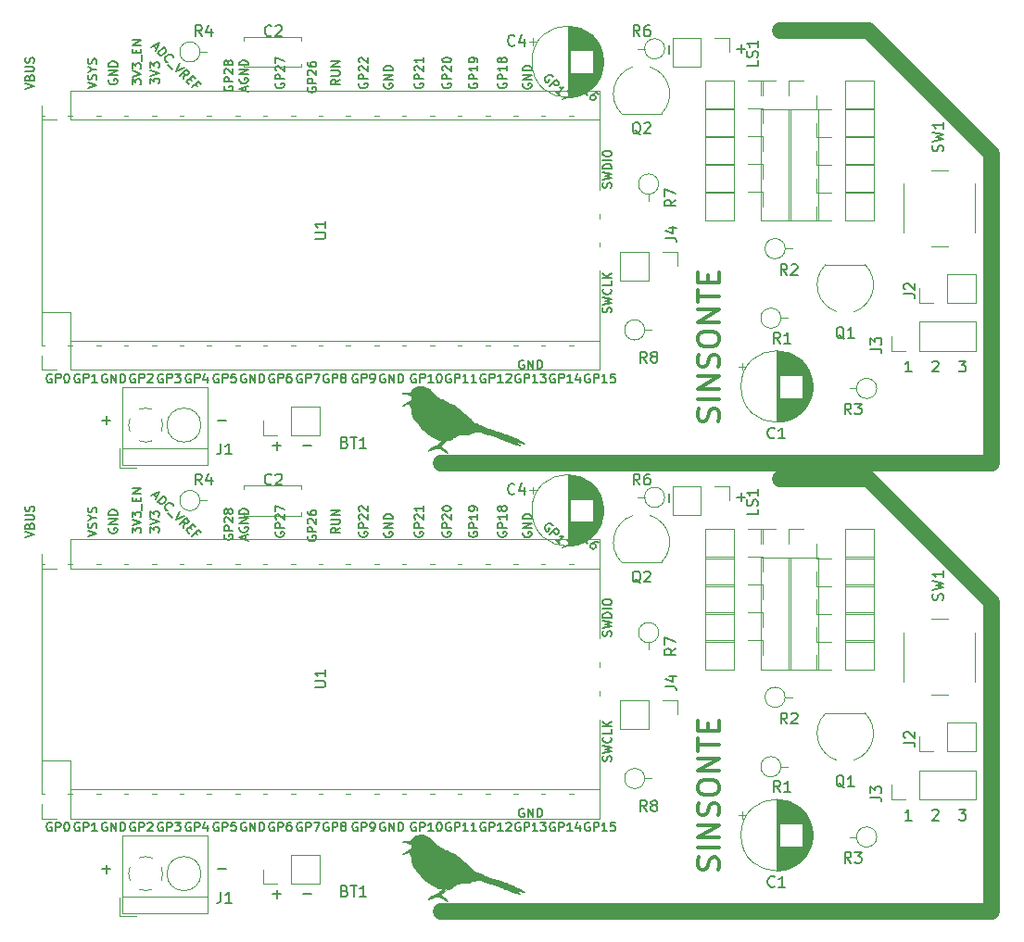
<source format=gbr>
G04 #@! TF.GenerationSoftware,KiCad,Pcbnew,5.1.5+dfsg1-2build2*
G04 #@! TF.CreationDate,2021-11-10T16:28:47-05:00*
G04 #@! TF.ProjectId,,58585858-5858-4585-9858-585858585858,rev?*
G04 #@! TF.SameCoordinates,Original*
G04 #@! TF.FileFunction,Legend,Top*
G04 #@! TF.FilePolarity,Positive*
%FSLAX46Y46*%
G04 Gerber Fmt 4.6, Leading zero omitted, Abs format (unit mm)*
G04 Created by KiCad (PCBNEW 5.1.5+dfsg1-2build2) date 2021-11-10 16:28:47*
%MOMM*%
%LPD*%
G04 APERTURE LIST*
%ADD10C,0.150000*%
%ADD11C,1.500000*%
%ADD12C,0.350000*%
%ADD13C,0.120000*%
%ADD14C,0.010000*%
G04 APERTURE END LIST*
D10*
X124628495Y-148843628D02*
X125390400Y-148843628D01*
X125009447Y-149224580D02*
X125009447Y-148462676D01*
X127390400Y-148843628D02*
X128152304Y-148843628D01*
X119608647Y-146535728D02*
X120370552Y-146535728D01*
X109054947Y-146535728D02*
X109816852Y-146535728D01*
X109435900Y-146916680D02*
X109435900Y-146154776D01*
X167043147Y-112559728D02*
X167805052Y-112559728D01*
X167424100Y-112940680D02*
X167424100Y-112178776D01*
X160828028Y-112996252D02*
X160828028Y-112234347D01*
D11*
X140028600Y-150414300D02*
X190278600Y-150414300D01*
X190278600Y-150414300D02*
X190278600Y-122164300D01*
X179028600Y-110914300D02*
X190278600Y-122164300D01*
D12*
X165350723Y-146602823D02*
X165445961Y-146317109D01*
X165445961Y-145840919D01*
X165350723Y-145650442D01*
X165255485Y-145555204D01*
X165065009Y-145459966D01*
X164874533Y-145459966D01*
X164684057Y-145555204D01*
X164588819Y-145650442D01*
X164493580Y-145840919D01*
X164398342Y-146221871D01*
X164303104Y-146412347D01*
X164207866Y-146507585D01*
X164017390Y-146602823D01*
X163826914Y-146602823D01*
X163636438Y-146507585D01*
X163541200Y-146412347D01*
X163445961Y-146221871D01*
X163445961Y-145745680D01*
X163541200Y-145459966D01*
X165445961Y-144602823D02*
X163445961Y-144602823D01*
X165445961Y-143650442D02*
X163445961Y-143650442D01*
X165445961Y-142507585D01*
X163445961Y-142507585D01*
X165350723Y-141650442D02*
X165445961Y-141364728D01*
X165445961Y-140888538D01*
X165350723Y-140698061D01*
X165255485Y-140602823D01*
X165065009Y-140507585D01*
X164874533Y-140507585D01*
X164684057Y-140602823D01*
X164588819Y-140698061D01*
X164493580Y-140888538D01*
X164398342Y-141269490D01*
X164303104Y-141459966D01*
X164207866Y-141555204D01*
X164017390Y-141650442D01*
X163826914Y-141650442D01*
X163636438Y-141555204D01*
X163541200Y-141459966D01*
X163445961Y-141269490D01*
X163445961Y-140793300D01*
X163541200Y-140507585D01*
X163445961Y-139269490D02*
X163445961Y-138888538D01*
X163541200Y-138698061D01*
X163731676Y-138507585D01*
X164112628Y-138412347D01*
X164779295Y-138412347D01*
X165160247Y-138507585D01*
X165350723Y-138698061D01*
X165445961Y-138888538D01*
X165445961Y-139269490D01*
X165350723Y-139459966D01*
X165160247Y-139650442D01*
X164779295Y-139745680D01*
X164112628Y-139745680D01*
X163731676Y-139650442D01*
X163541200Y-139459966D01*
X163445961Y-139269490D01*
X165445961Y-137555204D02*
X163445961Y-137555204D01*
X165445961Y-136412347D01*
X163445961Y-136412347D01*
X163445961Y-135745680D02*
X163445961Y-134602823D01*
X165445961Y-135174252D02*
X163445961Y-135174252D01*
X164398342Y-133936157D02*
X164398342Y-133269490D01*
X165445961Y-132983776D02*
X165445961Y-133936157D01*
X163445961Y-133936157D01*
X163445961Y-132983776D01*
D11*
X171028600Y-110914300D02*
X179028600Y-110914300D01*
D10*
X183013623Y-142087180D02*
X182442195Y-142087180D01*
X182727909Y-142087180D02*
X182727909Y-141087180D01*
X182632671Y-141230038D01*
X182537433Y-141325276D01*
X182442195Y-141372895D01*
X184918385Y-141182419D02*
X184966004Y-141134800D01*
X185061242Y-141087180D01*
X185299338Y-141087180D01*
X185394576Y-141134800D01*
X185442195Y-141182419D01*
X185489814Y-141277657D01*
X185489814Y-141372895D01*
X185442195Y-141515752D01*
X184870766Y-142087180D01*
X185489814Y-142087180D01*
X187346957Y-141087180D02*
X187966004Y-141087180D01*
X187632671Y-141468133D01*
X187775528Y-141468133D01*
X187870766Y-141515752D01*
X187918385Y-141563371D01*
X187966004Y-141658609D01*
X187966004Y-141896704D01*
X187918385Y-141991942D01*
X187870766Y-142039561D01*
X187775528Y-142087180D01*
X187489814Y-142087180D01*
X187394576Y-142039561D01*
X187346957Y-141991942D01*
X124628495Y-107843628D02*
X125390400Y-107843628D01*
X125009447Y-108224580D02*
X125009447Y-107462676D01*
X127390400Y-107843628D02*
X128152304Y-107843628D01*
X119608647Y-105535728D02*
X120370552Y-105535728D01*
X109054947Y-105535728D02*
X109816852Y-105535728D01*
X109435900Y-105916680D02*
X109435900Y-105154776D01*
X167043147Y-71559728D02*
X167805052Y-71559728D01*
X167424100Y-71940680D02*
X167424100Y-71178776D01*
X183013623Y-101087180D02*
X182442195Y-101087180D01*
X182727909Y-101087180D02*
X182727909Y-100087180D01*
X182632671Y-100230038D01*
X182537433Y-100325276D01*
X182442195Y-100372895D01*
X184918385Y-100182419D02*
X184966004Y-100134800D01*
X185061242Y-100087180D01*
X185299338Y-100087180D01*
X185394576Y-100134800D01*
X185442195Y-100182419D01*
X185489814Y-100277657D01*
X185489814Y-100372895D01*
X185442195Y-100515752D01*
X184870766Y-101087180D01*
X185489814Y-101087180D01*
X187346957Y-100087180D02*
X187966004Y-100087180D01*
X187632671Y-100468133D01*
X187775528Y-100468133D01*
X187870766Y-100515752D01*
X187918385Y-100563371D01*
X187966004Y-100658609D01*
X187966004Y-100896704D01*
X187918385Y-100991942D01*
X187870766Y-101039561D01*
X187775528Y-101087180D01*
X187489814Y-101087180D01*
X187394576Y-101039561D01*
X187346957Y-100991942D01*
X160828028Y-71996252D02*
X160828028Y-71234347D01*
D11*
X171028600Y-69914300D02*
X179028600Y-69914300D01*
D12*
X165350723Y-105602823D02*
X165445961Y-105317109D01*
X165445961Y-104840919D01*
X165350723Y-104650442D01*
X165255485Y-104555204D01*
X165065009Y-104459966D01*
X164874533Y-104459966D01*
X164684057Y-104555204D01*
X164588819Y-104650442D01*
X164493580Y-104840919D01*
X164398342Y-105221871D01*
X164303104Y-105412347D01*
X164207866Y-105507585D01*
X164017390Y-105602823D01*
X163826914Y-105602823D01*
X163636438Y-105507585D01*
X163541200Y-105412347D01*
X163445961Y-105221871D01*
X163445961Y-104745680D01*
X163541200Y-104459966D01*
X165445961Y-103602823D02*
X163445961Y-103602823D01*
X165445961Y-102650442D02*
X163445961Y-102650442D01*
X165445961Y-101507585D01*
X163445961Y-101507585D01*
X165350723Y-100650442D02*
X165445961Y-100364728D01*
X165445961Y-99888538D01*
X165350723Y-99698061D01*
X165255485Y-99602823D01*
X165065009Y-99507585D01*
X164874533Y-99507585D01*
X164684057Y-99602823D01*
X164588819Y-99698061D01*
X164493580Y-99888538D01*
X164398342Y-100269490D01*
X164303104Y-100459966D01*
X164207866Y-100555204D01*
X164017390Y-100650442D01*
X163826914Y-100650442D01*
X163636438Y-100555204D01*
X163541200Y-100459966D01*
X163445961Y-100269490D01*
X163445961Y-99793300D01*
X163541200Y-99507585D01*
X163445961Y-98269490D02*
X163445961Y-97888538D01*
X163541200Y-97698061D01*
X163731676Y-97507585D01*
X164112628Y-97412347D01*
X164779295Y-97412347D01*
X165160247Y-97507585D01*
X165350723Y-97698061D01*
X165445961Y-97888538D01*
X165445961Y-98269490D01*
X165350723Y-98459966D01*
X165160247Y-98650442D01*
X164779295Y-98745680D01*
X164112628Y-98745680D01*
X163731676Y-98650442D01*
X163541200Y-98459966D01*
X163445961Y-98269490D01*
X165445961Y-96555204D02*
X163445961Y-96555204D01*
X165445961Y-95412347D01*
X163445961Y-95412347D01*
X163445961Y-94745680D02*
X163445961Y-93602823D01*
X165445961Y-94174252D02*
X163445961Y-94174252D01*
X164398342Y-92936157D02*
X164398342Y-92269490D01*
X165445961Y-91983776D02*
X165445961Y-92936157D01*
X163445961Y-92936157D01*
X163445961Y-91983776D01*
D11*
X179028600Y-69914300D02*
X190278600Y-81164300D01*
X190278600Y-109414300D02*
X190278600Y-81164300D01*
X140028600Y-109414300D02*
X190278600Y-109414300D01*
D13*
X173963400Y-143438200D02*
G75*
G03X173963400Y-143438200I-3270000J0D01*
G01*
X170693400Y-140208200D02*
X170693400Y-146668200D01*
X170733400Y-140208200D02*
X170733400Y-146668200D01*
X170773400Y-140208200D02*
X170773400Y-146668200D01*
X170813400Y-140210200D02*
X170813400Y-146666200D01*
X170853400Y-140211200D02*
X170853400Y-146665200D01*
X170893400Y-140214200D02*
X170893400Y-146662200D01*
X170933400Y-140216200D02*
X170933400Y-142398200D01*
X170933400Y-144478200D02*
X170933400Y-146660200D01*
X170973400Y-140220200D02*
X170973400Y-142398200D01*
X170973400Y-144478200D02*
X170973400Y-146656200D01*
X171013400Y-140223200D02*
X171013400Y-142398200D01*
X171013400Y-144478200D02*
X171013400Y-146653200D01*
X171053400Y-140227200D02*
X171053400Y-142398200D01*
X171053400Y-144478200D02*
X171053400Y-146649200D01*
X171093400Y-140232200D02*
X171093400Y-142398200D01*
X171093400Y-144478200D02*
X171093400Y-146644200D01*
X171133400Y-140237200D02*
X171133400Y-142398200D01*
X171133400Y-144478200D02*
X171133400Y-146639200D01*
X171173400Y-140243200D02*
X171173400Y-142398200D01*
X171173400Y-144478200D02*
X171173400Y-146633200D01*
X171213400Y-140249200D02*
X171213400Y-142398200D01*
X171213400Y-144478200D02*
X171213400Y-146627200D01*
X171253400Y-140256200D02*
X171253400Y-142398200D01*
X171253400Y-144478200D02*
X171253400Y-146620200D01*
X171293400Y-140263200D02*
X171293400Y-142398200D01*
X171293400Y-144478200D02*
X171293400Y-146613200D01*
X171333400Y-140271200D02*
X171333400Y-142398200D01*
X171333400Y-144478200D02*
X171333400Y-146605200D01*
X171373400Y-140279200D02*
X171373400Y-142398200D01*
X171373400Y-144478200D02*
X171373400Y-146597200D01*
X171414400Y-140288200D02*
X171414400Y-142398200D01*
X171414400Y-144478200D02*
X171414400Y-146588200D01*
X171454400Y-140297200D02*
X171454400Y-142398200D01*
X171454400Y-144478200D02*
X171454400Y-146579200D01*
X171494400Y-140307200D02*
X171494400Y-142398200D01*
X171494400Y-144478200D02*
X171494400Y-146569200D01*
X171534400Y-140317200D02*
X171534400Y-142398200D01*
X171534400Y-144478200D02*
X171534400Y-146559200D01*
X171574400Y-140328200D02*
X171574400Y-142398200D01*
X171574400Y-144478200D02*
X171574400Y-146548200D01*
X171614400Y-140340200D02*
X171614400Y-142398200D01*
X171614400Y-144478200D02*
X171614400Y-146536200D01*
X171654400Y-140352200D02*
X171654400Y-142398200D01*
X171654400Y-144478200D02*
X171654400Y-146524200D01*
X171694400Y-140364200D02*
X171694400Y-142398200D01*
X171694400Y-144478200D02*
X171694400Y-146512200D01*
X171734400Y-140377200D02*
X171734400Y-142398200D01*
X171734400Y-144478200D02*
X171734400Y-146499200D01*
X171774400Y-140391200D02*
X171774400Y-142398200D01*
X171774400Y-144478200D02*
X171774400Y-146485200D01*
X171814400Y-140405200D02*
X171814400Y-142398200D01*
X171814400Y-144478200D02*
X171814400Y-146471200D01*
X171854400Y-140420200D02*
X171854400Y-142398200D01*
X171854400Y-144478200D02*
X171854400Y-146456200D01*
X171894400Y-140436200D02*
X171894400Y-142398200D01*
X171894400Y-144478200D02*
X171894400Y-146440200D01*
X171934400Y-140452200D02*
X171934400Y-142398200D01*
X171934400Y-144478200D02*
X171934400Y-146424200D01*
X171974400Y-140468200D02*
X171974400Y-142398200D01*
X171974400Y-144478200D02*
X171974400Y-146408200D01*
X172014400Y-140486200D02*
X172014400Y-142398200D01*
X172014400Y-144478200D02*
X172014400Y-146390200D01*
X172054400Y-140504200D02*
X172054400Y-142398200D01*
X172054400Y-144478200D02*
X172054400Y-146372200D01*
X172094400Y-140522200D02*
X172094400Y-142398200D01*
X172094400Y-144478200D02*
X172094400Y-146354200D01*
X172134400Y-140542200D02*
X172134400Y-142398200D01*
X172134400Y-144478200D02*
X172134400Y-146334200D01*
X172174400Y-140562200D02*
X172174400Y-142398200D01*
X172174400Y-144478200D02*
X172174400Y-146314200D01*
X172214400Y-140582200D02*
X172214400Y-142398200D01*
X172214400Y-144478200D02*
X172214400Y-146294200D01*
X172254400Y-140604200D02*
X172254400Y-142398200D01*
X172254400Y-144478200D02*
X172254400Y-146272200D01*
X172294400Y-140626200D02*
X172294400Y-142398200D01*
X172294400Y-144478200D02*
X172294400Y-146250200D01*
X172334400Y-140648200D02*
X172334400Y-142398200D01*
X172334400Y-144478200D02*
X172334400Y-146228200D01*
X172374400Y-140672200D02*
X172374400Y-142398200D01*
X172374400Y-144478200D02*
X172374400Y-146204200D01*
X172414400Y-140696200D02*
X172414400Y-142398200D01*
X172414400Y-144478200D02*
X172414400Y-146180200D01*
X172454400Y-140722200D02*
X172454400Y-142398200D01*
X172454400Y-144478200D02*
X172454400Y-146154200D01*
X172494400Y-140748200D02*
X172494400Y-142398200D01*
X172494400Y-144478200D02*
X172494400Y-146128200D01*
X172534400Y-140774200D02*
X172534400Y-142398200D01*
X172534400Y-144478200D02*
X172534400Y-146102200D01*
X172574400Y-140802200D02*
X172574400Y-142398200D01*
X172574400Y-144478200D02*
X172574400Y-146074200D01*
X172614400Y-140831200D02*
X172614400Y-142398200D01*
X172614400Y-144478200D02*
X172614400Y-146045200D01*
X172654400Y-140860200D02*
X172654400Y-142398200D01*
X172654400Y-144478200D02*
X172654400Y-146016200D01*
X172694400Y-140890200D02*
X172694400Y-142398200D01*
X172694400Y-144478200D02*
X172694400Y-145986200D01*
X172734400Y-140922200D02*
X172734400Y-142398200D01*
X172734400Y-144478200D02*
X172734400Y-145954200D01*
X172774400Y-140954200D02*
X172774400Y-142398200D01*
X172774400Y-144478200D02*
X172774400Y-145922200D01*
X172814400Y-140988200D02*
X172814400Y-142398200D01*
X172814400Y-144478200D02*
X172814400Y-145888200D01*
X172854400Y-141022200D02*
X172854400Y-142398200D01*
X172854400Y-144478200D02*
X172854400Y-145854200D01*
X172894400Y-141058200D02*
X172894400Y-142398200D01*
X172894400Y-144478200D02*
X172894400Y-145818200D01*
X172934400Y-141095200D02*
X172934400Y-142398200D01*
X172934400Y-144478200D02*
X172934400Y-145781200D01*
X172974400Y-141133200D02*
X172974400Y-142398200D01*
X172974400Y-144478200D02*
X172974400Y-145743200D01*
X173014400Y-141173200D02*
X173014400Y-145703200D01*
X173054400Y-141214200D02*
X173054400Y-145662200D01*
X173094400Y-141256200D02*
X173094400Y-145620200D01*
X173134400Y-141301200D02*
X173134400Y-145575200D01*
X173174400Y-141346200D02*
X173174400Y-145530200D01*
X173214400Y-141394200D02*
X173214400Y-145482200D01*
X173254400Y-141443200D02*
X173254400Y-145433200D01*
X173294400Y-141494200D02*
X173294400Y-145382200D01*
X173334400Y-141548200D02*
X173334400Y-145328200D01*
X173374400Y-141604200D02*
X173374400Y-145272200D01*
X173414400Y-141662200D02*
X173414400Y-145214200D01*
X173454400Y-141724200D02*
X173454400Y-145152200D01*
X173494400Y-141788200D02*
X173494400Y-145088200D01*
X173534400Y-141857200D02*
X173534400Y-145019200D01*
X173574400Y-141929200D02*
X173574400Y-144947200D01*
X173614400Y-142006200D02*
X173614400Y-144870200D01*
X173654400Y-142088200D02*
X173654400Y-144788200D01*
X173694400Y-142176200D02*
X173694400Y-144700200D01*
X173734400Y-142273200D02*
X173734400Y-144603200D01*
X173774400Y-142379200D02*
X173774400Y-144497200D01*
X173814400Y-142498200D02*
X173814400Y-144378200D01*
X173854400Y-142636200D02*
X173854400Y-144240200D01*
X173894400Y-142805200D02*
X173894400Y-144071200D01*
X173934400Y-143036200D02*
X173934400Y-143840200D01*
X167193159Y-141599200D02*
X167823159Y-141599200D01*
X167508159Y-141284200D02*
X167508159Y-141914200D01*
X188799100Y-129395300D02*
X188799100Y-124895300D01*
X184799100Y-130645300D02*
X186299100Y-130645300D01*
X182299100Y-124895300D02*
X182299100Y-129395300D01*
X186299100Y-123645300D02*
X184799100Y-123645300D01*
X188883600Y-135789300D02*
X188883600Y-133129300D01*
X186283600Y-135789300D02*
X188883600Y-135789300D01*
X186283600Y-133129300D02*
X188883600Y-133129300D01*
X186283600Y-135789300D02*
X186283600Y-133129300D01*
X185013600Y-135789300D02*
X183683600Y-135789300D01*
X183683600Y-135789300D02*
X183683600Y-134459300D01*
X164189100Y-115476300D02*
X164189100Y-118136300D01*
X166789100Y-115476300D02*
X164189100Y-115476300D01*
X166789100Y-118136300D02*
X164189100Y-118136300D01*
X166789100Y-115476300D02*
X166789100Y-118136300D01*
X168059100Y-115476300D02*
X169389100Y-115476300D01*
X169389100Y-115476300D02*
X169389100Y-116806300D01*
X154862600Y-113758300D02*
G75*
G03X154862600Y-113758300I-3270000J0D01*
G01*
X151592600Y-110528300D02*
X151592600Y-116988300D01*
X151632600Y-110528300D02*
X151632600Y-116988300D01*
X151672600Y-110528300D02*
X151672600Y-116988300D01*
X151712600Y-110530300D02*
X151712600Y-116986300D01*
X151752600Y-110531300D02*
X151752600Y-116985300D01*
X151792600Y-110534300D02*
X151792600Y-116982300D01*
X151832600Y-110536300D02*
X151832600Y-112718300D01*
X151832600Y-114798300D02*
X151832600Y-116980300D01*
X151872600Y-110540300D02*
X151872600Y-112718300D01*
X151872600Y-114798300D02*
X151872600Y-116976300D01*
X151912600Y-110543300D02*
X151912600Y-112718300D01*
X151912600Y-114798300D02*
X151912600Y-116973300D01*
X151952600Y-110547300D02*
X151952600Y-112718300D01*
X151952600Y-114798300D02*
X151952600Y-116969300D01*
X151992600Y-110552300D02*
X151992600Y-112718300D01*
X151992600Y-114798300D02*
X151992600Y-116964300D01*
X152032600Y-110557300D02*
X152032600Y-112718300D01*
X152032600Y-114798300D02*
X152032600Y-116959300D01*
X152072600Y-110563300D02*
X152072600Y-112718300D01*
X152072600Y-114798300D02*
X152072600Y-116953300D01*
X152112600Y-110569300D02*
X152112600Y-112718300D01*
X152112600Y-114798300D02*
X152112600Y-116947300D01*
X152152600Y-110576300D02*
X152152600Y-112718300D01*
X152152600Y-114798300D02*
X152152600Y-116940300D01*
X152192600Y-110583300D02*
X152192600Y-112718300D01*
X152192600Y-114798300D02*
X152192600Y-116933300D01*
X152232600Y-110591300D02*
X152232600Y-112718300D01*
X152232600Y-114798300D02*
X152232600Y-116925300D01*
X152272600Y-110599300D02*
X152272600Y-112718300D01*
X152272600Y-114798300D02*
X152272600Y-116917300D01*
X152313600Y-110608300D02*
X152313600Y-112718300D01*
X152313600Y-114798300D02*
X152313600Y-116908300D01*
X152353600Y-110617300D02*
X152353600Y-112718300D01*
X152353600Y-114798300D02*
X152353600Y-116899300D01*
X152393600Y-110627300D02*
X152393600Y-112718300D01*
X152393600Y-114798300D02*
X152393600Y-116889300D01*
X152433600Y-110637300D02*
X152433600Y-112718300D01*
X152433600Y-114798300D02*
X152433600Y-116879300D01*
X152473600Y-110648300D02*
X152473600Y-112718300D01*
X152473600Y-114798300D02*
X152473600Y-116868300D01*
X152513600Y-110660300D02*
X152513600Y-112718300D01*
X152513600Y-114798300D02*
X152513600Y-116856300D01*
X152553600Y-110672300D02*
X152553600Y-112718300D01*
X152553600Y-114798300D02*
X152553600Y-116844300D01*
X152593600Y-110684300D02*
X152593600Y-112718300D01*
X152593600Y-114798300D02*
X152593600Y-116832300D01*
X152633600Y-110697300D02*
X152633600Y-112718300D01*
X152633600Y-114798300D02*
X152633600Y-116819300D01*
X152673600Y-110711300D02*
X152673600Y-112718300D01*
X152673600Y-114798300D02*
X152673600Y-116805300D01*
X152713600Y-110725300D02*
X152713600Y-112718300D01*
X152713600Y-114798300D02*
X152713600Y-116791300D01*
X152753600Y-110740300D02*
X152753600Y-112718300D01*
X152753600Y-114798300D02*
X152753600Y-116776300D01*
X152793600Y-110756300D02*
X152793600Y-112718300D01*
X152793600Y-114798300D02*
X152793600Y-116760300D01*
X152833600Y-110772300D02*
X152833600Y-112718300D01*
X152833600Y-114798300D02*
X152833600Y-116744300D01*
X152873600Y-110788300D02*
X152873600Y-112718300D01*
X152873600Y-114798300D02*
X152873600Y-116728300D01*
X152913600Y-110806300D02*
X152913600Y-112718300D01*
X152913600Y-114798300D02*
X152913600Y-116710300D01*
X152953600Y-110824300D02*
X152953600Y-112718300D01*
X152953600Y-114798300D02*
X152953600Y-116692300D01*
X152993600Y-110842300D02*
X152993600Y-112718300D01*
X152993600Y-114798300D02*
X152993600Y-116674300D01*
X153033600Y-110862300D02*
X153033600Y-112718300D01*
X153033600Y-114798300D02*
X153033600Y-116654300D01*
X153073600Y-110882300D02*
X153073600Y-112718300D01*
X153073600Y-114798300D02*
X153073600Y-116634300D01*
X153113600Y-110902300D02*
X153113600Y-112718300D01*
X153113600Y-114798300D02*
X153113600Y-116614300D01*
X153153600Y-110924300D02*
X153153600Y-112718300D01*
X153153600Y-114798300D02*
X153153600Y-116592300D01*
X153193600Y-110946300D02*
X153193600Y-112718300D01*
X153193600Y-114798300D02*
X153193600Y-116570300D01*
X153233600Y-110968300D02*
X153233600Y-112718300D01*
X153233600Y-114798300D02*
X153233600Y-116548300D01*
X153273600Y-110992300D02*
X153273600Y-112718300D01*
X153273600Y-114798300D02*
X153273600Y-116524300D01*
X153313600Y-111016300D02*
X153313600Y-112718300D01*
X153313600Y-114798300D02*
X153313600Y-116500300D01*
X153353600Y-111042300D02*
X153353600Y-112718300D01*
X153353600Y-114798300D02*
X153353600Y-116474300D01*
X153393600Y-111068300D02*
X153393600Y-112718300D01*
X153393600Y-114798300D02*
X153393600Y-116448300D01*
X153433600Y-111094300D02*
X153433600Y-112718300D01*
X153433600Y-114798300D02*
X153433600Y-116422300D01*
X153473600Y-111122300D02*
X153473600Y-112718300D01*
X153473600Y-114798300D02*
X153473600Y-116394300D01*
X153513600Y-111151300D02*
X153513600Y-112718300D01*
X153513600Y-114798300D02*
X153513600Y-116365300D01*
X153553600Y-111180300D02*
X153553600Y-112718300D01*
X153553600Y-114798300D02*
X153553600Y-116336300D01*
X153593600Y-111210300D02*
X153593600Y-112718300D01*
X153593600Y-114798300D02*
X153593600Y-116306300D01*
X153633600Y-111242300D02*
X153633600Y-112718300D01*
X153633600Y-114798300D02*
X153633600Y-116274300D01*
X153673600Y-111274300D02*
X153673600Y-112718300D01*
X153673600Y-114798300D02*
X153673600Y-116242300D01*
X153713600Y-111308300D02*
X153713600Y-112718300D01*
X153713600Y-114798300D02*
X153713600Y-116208300D01*
X153753600Y-111342300D02*
X153753600Y-112718300D01*
X153753600Y-114798300D02*
X153753600Y-116174300D01*
X153793600Y-111378300D02*
X153793600Y-112718300D01*
X153793600Y-114798300D02*
X153793600Y-116138300D01*
X153833600Y-111415300D02*
X153833600Y-112718300D01*
X153833600Y-114798300D02*
X153833600Y-116101300D01*
X153873600Y-111453300D02*
X153873600Y-112718300D01*
X153873600Y-114798300D02*
X153873600Y-116063300D01*
X153913600Y-111493300D02*
X153913600Y-116023300D01*
X153953600Y-111534300D02*
X153953600Y-115982300D01*
X153993600Y-111576300D02*
X153993600Y-115940300D01*
X154033600Y-111621300D02*
X154033600Y-115895300D01*
X154073600Y-111666300D02*
X154073600Y-115850300D01*
X154113600Y-111714300D02*
X154113600Y-115802300D01*
X154153600Y-111763300D02*
X154153600Y-115753300D01*
X154193600Y-111814300D02*
X154193600Y-115702300D01*
X154233600Y-111868300D02*
X154233600Y-115648300D01*
X154273600Y-111924300D02*
X154273600Y-115592300D01*
X154313600Y-111982300D02*
X154313600Y-115534300D01*
X154353600Y-112044300D02*
X154353600Y-115472300D01*
X154393600Y-112108300D02*
X154393600Y-115408300D01*
X154433600Y-112177300D02*
X154433600Y-115339300D01*
X154473600Y-112249300D02*
X154473600Y-115267300D01*
X154513600Y-112326300D02*
X154513600Y-115190300D01*
X154553600Y-112408300D02*
X154553600Y-115108300D01*
X154593600Y-112496300D02*
X154593600Y-115020300D01*
X154633600Y-112593300D02*
X154633600Y-114923300D01*
X154673600Y-112699300D02*
X154673600Y-114817300D01*
X154713600Y-112818300D02*
X154713600Y-114698300D01*
X154753600Y-112956300D02*
X154753600Y-114560300D01*
X154793600Y-113125300D02*
X154793600Y-114391300D01*
X154833600Y-113356300D02*
X154833600Y-114160300D01*
X148092359Y-111919300D02*
X148722359Y-111919300D01*
X148407359Y-111604300D02*
X148407359Y-112234300D01*
X178749100Y-132291800D02*
X175149100Y-132291800D01*
X178760975Y-132300059D02*
G75*
G02X177769100Y-136591800I-1811875J-1841741D01*
G01*
X175140655Y-132314116D02*
G75*
G03X176169100Y-136591800I1808445J-1827684D01*
G01*
X159898600Y-124934300D02*
G75*
G03X159898600Y-124934300I-920000J0D01*
G01*
X158978600Y-125854300D02*
X158978600Y-126474300D01*
X154528600Y-128064300D02*
X154528600Y-127664300D01*
X154528600Y-130664300D02*
X154528600Y-130264300D01*
X154528600Y-118664300D02*
X154528600Y-125464300D01*
X144128600Y-118664300D02*
X144528600Y-118664300D01*
X136428600Y-118664300D02*
X136828600Y-118664300D01*
X111028600Y-118664300D02*
X111428600Y-118664300D01*
X103528600Y-118664300D02*
X103828600Y-118664300D01*
X126328600Y-118664300D02*
X126728600Y-118664300D01*
X141528600Y-118664300D02*
X141928600Y-118664300D01*
X121228600Y-118664300D02*
X121628600Y-118664300D01*
X116128600Y-118664300D02*
X116528600Y-118664300D01*
X128828600Y-118664300D02*
X129228600Y-118664300D01*
X133928600Y-118664300D02*
X134328600Y-118664300D01*
X149128600Y-118664300D02*
X149528600Y-118664300D01*
X151728600Y-118664300D02*
X152128600Y-118664300D01*
X146628600Y-118664300D02*
X147028600Y-118664300D01*
X113628600Y-118664300D02*
X114028600Y-118664300D01*
X105928600Y-118664300D02*
X106328600Y-118664300D01*
X108528600Y-118664300D02*
X108928600Y-118664300D01*
X139028600Y-118664300D02*
X139428600Y-118664300D01*
X131328600Y-118664300D02*
X131728600Y-118664300D01*
X123728600Y-118664300D02*
X124128600Y-118664300D01*
X118628600Y-118664300D02*
X119028600Y-118664300D01*
X151728600Y-139664300D02*
X152128600Y-139664300D01*
X149128600Y-139664300D02*
X149528600Y-139664300D01*
X146628600Y-139664300D02*
X147028600Y-139664300D01*
X144128600Y-139664300D02*
X144528600Y-139664300D01*
X141528600Y-139664300D02*
X141928600Y-139664300D01*
X139028600Y-139664300D02*
X139428600Y-139664300D01*
X136428600Y-139664300D02*
X136828600Y-139664300D01*
X133928600Y-139664300D02*
X134328600Y-139664300D01*
X131328600Y-139664300D02*
X131728600Y-139664300D01*
X128828600Y-139664300D02*
X129228600Y-139664300D01*
X126328600Y-139664300D02*
X126728600Y-139664300D01*
X123728600Y-139664300D02*
X124128600Y-139664300D01*
X121228600Y-139664300D02*
X121628600Y-139664300D01*
X118628600Y-139664300D02*
X119028600Y-139664300D01*
X116128600Y-139664300D02*
X116528600Y-139664300D01*
X113628600Y-139664300D02*
X114028600Y-139664300D01*
X111028600Y-139664300D02*
X111428600Y-139664300D01*
X108528600Y-139664300D02*
X108928600Y-139664300D01*
X105928600Y-139664300D02*
X106328600Y-139664300D01*
X103528600Y-139664300D02*
X103828600Y-139664300D01*
X106195600Y-136657300D02*
X103528600Y-136657300D01*
X106195600Y-139664300D02*
X106195600Y-136657300D01*
X154528600Y-132864300D02*
X154528600Y-139664300D01*
X103528600Y-139664300D02*
X103528600Y-118664300D01*
X161158600Y-111539300D02*
X161158600Y-114199300D01*
X163758600Y-111539300D02*
X161158600Y-111539300D01*
X163758600Y-114199300D02*
X161158600Y-114199300D01*
X163758600Y-111539300D02*
X163758600Y-114199300D01*
X165028600Y-111539300D02*
X166358600Y-111539300D01*
X166358600Y-111539300D02*
X166358600Y-112869300D01*
X160448600Y-112564300D02*
G75*
G03X160448600Y-112564300I-920000J0D01*
G01*
X158608600Y-112564300D02*
X157988600Y-112564300D01*
X122028600Y-111494300D02*
X127268600Y-111494300D01*
X122028600Y-114234300D02*
X127268600Y-114234300D01*
X122028600Y-111494300D02*
X122028600Y-111809300D01*
X122028600Y-113919300D02*
X122028600Y-114234300D01*
X127268600Y-111494300D02*
X127268600Y-111809300D01*
X127268600Y-113919300D02*
X127268600Y-114234300D01*
X169269100Y-128296300D02*
X171929100Y-128296300D01*
X169269100Y-118076300D02*
X169269100Y-128296300D01*
X171929100Y-118076300D02*
X171929100Y-128296300D01*
X169269100Y-118076300D02*
X171929100Y-118076300D01*
X169269100Y-116806300D02*
X169269100Y-115476300D01*
X169269100Y-115476300D02*
X170599100Y-115476300D01*
X188883600Y-140170800D02*
X188883600Y-137510800D01*
X183743600Y-140170800D02*
X188883600Y-140170800D01*
X183743600Y-137510800D02*
X188883600Y-137510800D01*
X183743600Y-140170800D02*
X183743600Y-137510800D01*
X182473600Y-140170800D02*
X181143600Y-140170800D01*
X181143600Y-140170800D02*
X181143600Y-138840800D01*
X158628600Y-138269300D02*
G75*
G03X158628600Y-138269300I-920000J0D01*
G01*
X158628600Y-138269300D02*
X159248600Y-138269300D01*
X171074600Y-137189800D02*
G75*
G03X171074600Y-137189800I-920000J0D01*
G01*
X171074600Y-137189800D02*
X171694600Y-137189800D01*
X113636187Y-148395685D02*
G75*
G02X113028600Y-148519300I-607587J1431385D01*
G01*
X114460709Y-146356558D02*
G75*
G02X114460600Y-147572300I-1432109J-607742D01*
G01*
X112420858Y-145532191D02*
G75*
G02X113636600Y-145532300I607742J-1432109D01*
G01*
X111596491Y-147572042D02*
G75*
G02X111596600Y-146356300I1432109J607742D01*
G01*
X113055611Y-148519792D02*
G75*
G02X112420600Y-148396300I-27011J1555492D01*
G01*
X118083600Y-146964300D02*
G75*
G03X118083600Y-146964300I-1555000J0D01*
G01*
X110868600Y-149064300D02*
X118688600Y-149064300D01*
X110868600Y-143504300D02*
X118688600Y-143504300D01*
X110868600Y-150624300D02*
X118688600Y-150624300D01*
X110868600Y-143504300D02*
X110868600Y-150624300D01*
X118688600Y-143504300D02*
X118688600Y-150624300D01*
X110628600Y-149124300D02*
X110628600Y-150864300D01*
X110628600Y-150864300D02*
X112128600Y-150864300D01*
X154488600Y-119064300D02*
X154488600Y-116404300D01*
X106168600Y-119064300D02*
X154488600Y-119064300D01*
X106168600Y-116404300D02*
X154488600Y-116404300D01*
X106168600Y-119064300D02*
X106168600Y-116404300D01*
X104898600Y-119064300D02*
X103568600Y-119064300D01*
X103568600Y-119064300D02*
X103568600Y-117734300D01*
X171455600Y-130839800D02*
G75*
G03X171455600Y-130839800I-920000J0D01*
G01*
X171455600Y-130839800D02*
X172075600Y-130839800D01*
X164189100Y-123096300D02*
X164189100Y-125756300D01*
X166789100Y-123096300D02*
X164189100Y-123096300D01*
X166789100Y-125756300D02*
X164189100Y-125756300D01*
X166789100Y-123096300D02*
X166789100Y-125756300D01*
X168059100Y-123096300D02*
X169389100Y-123096300D01*
X169389100Y-123096300D02*
X169389100Y-124426300D01*
X164189100Y-118016300D02*
X164189100Y-120676300D01*
X166789100Y-118016300D02*
X164189100Y-118016300D01*
X166789100Y-120676300D02*
X164189100Y-120676300D01*
X166789100Y-118016300D02*
X166789100Y-120676300D01*
X168059100Y-118016300D02*
X169389100Y-118016300D01*
X169389100Y-118016300D02*
X169389100Y-119346300D01*
X154488600Y-141924300D02*
X154488600Y-139264300D01*
X106168600Y-141924300D02*
X154488600Y-141924300D01*
X106168600Y-139264300D02*
X154488600Y-139264300D01*
X106168600Y-141924300D02*
X106168600Y-139264300D01*
X104898600Y-141924300D02*
X103568600Y-141924300D01*
X103568600Y-141924300D02*
X103568600Y-140594300D01*
X164189100Y-125636300D02*
X164189100Y-128296300D01*
X166789100Y-125636300D02*
X164189100Y-125636300D01*
X166789100Y-128296300D02*
X164189100Y-128296300D01*
X166789100Y-125636300D02*
X166789100Y-128296300D01*
X168059100Y-125636300D02*
X169389100Y-125636300D01*
X169389100Y-125636300D02*
X169389100Y-126966300D01*
X171809100Y-128296300D02*
X174469100Y-128296300D01*
X171809100Y-118076300D02*
X171809100Y-128296300D01*
X174469100Y-118076300D02*
X174469100Y-128296300D01*
X171809100Y-118076300D02*
X174469100Y-118076300D01*
X171809100Y-116806300D02*
X171809100Y-115476300D01*
X171809100Y-115476300D02*
X173139100Y-115476300D01*
X156378600Y-131097300D02*
X156378600Y-133757300D01*
X158978600Y-131097300D02*
X156378600Y-131097300D01*
X158978600Y-133757300D02*
X156378600Y-133757300D01*
X158978600Y-131097300D02*
X158978600Y-133757300D01*
X160248600Y-131097300D02*
X161578600Y-131097300D01*
X161578600Y-131097300D02*
X161578600Y-132427300D01*
X164189100Y-120556300D02*
X164189100Y-123216300D01*
X166789100Y-120556300D02*
X164189100Y-120556300D01*
X166789100Y-123216300D02*
X164189100Y-123216300D01*
X166789100Y-120556300D02*
X166789100Y-123216300D01*
X168059100Y-120556300D02*
X169389100Y-120556300D01*
X169389100Y-120556300D02*
X169389100Y-121886300D01*
X128926900Y-147917800D02*
X128926900Y-145257800D01*
X126326900Y-147917800D02*
X128926900Y-147917800D01*
X126326900Y-145257800D02*
X128926900Y-145257800D01*
X126326900Y-147917800D02*
X126326900Y-145257800D01*
X125056900Y-147917800D02*
X123726900Y-147917800D01*
X123726900Y-147917800D02*
X123726900Y-146587800D01*
X179824900Y-143616000D02*
G75*
G03X179824900Y-143616000I-920000J0D01*
G01*
X177984900Y-143616000D02*
X177364900Y-143616000D01*
X117988600Y-112864300D02*
G75*
G03X117988600Y-112864300I-920000J0D01*
G01*
X117988600Y-112864300D02*
X118608600Y-112864300D01*
X156543600Y-118529300D02*
X160143600Y-118529300D01*
X156531725Y-118521041D02*
G75*
G02X157523600Y-114229300I1811875J1841741D01*
G01*
X160152045Y-118506984D02*
G75*
G03X159123600Y-114229300I-1808445J1827684D01*
G01*
D14*
G36*
X138394557Y-143431907D02*
G01*
X138504285Y-143469003D01*
X138560182Y-143506251D01*
X138603076Y-143530241D01*
X138662741Y-143549378D01*
X138667066Y-143550303D01*
X138741672Y-143573523D01*
X138826822Y-143611723D01*
X138909673Y-143657795D01*
X138977383Y-143704629D01*
X139016097Y-143743519D01*
X139110648Y-143869152D01*
X139234560Y-144005789D01*
X139379263Y-144145642D01*
X139536184Y-144280924D01*
X139696751Y-144403847D01*
X139852392Y-144506622D01*
X139862983Y-144512921D01*
X139967585Y-144572321D01*
X140095062Y-144641084D01*
X140237520Y-144715295D01*
X140387065Y-144791039D01*
X140535803Y-144864403D01*
X140675842Y-144931471D01*
X140799287Y-144988329D01*
X140898245Y-145031063D01*
X140942483Y-145048259D01*
X141069375Y-145096180D01*
X141176724Y-145142752D01*
X141272174Y-145193100D01*
X141363372Y-145252350D01*
X141457962Y-145325625D01*
X141563590Y-145418052D01*
X141687902Y-145534756D01*
X141732973Y-145578159D01*
X141847622Y-145685189D01*
X141984144Y-145806592D01*
X142130226Y-145931775D01*
X142273552Y-146050146D01*
X142376426Y-146131640D01*
X142482741Y-146215217D01*
X142577527Y-146292362D01*
X142655603Y-146358642D01*
X142711791Y-146409627D01*
X142740909Y-146440885D01*
X142743591Y-146445749D01*
X142763908Y-146479127D01*
X142806444Y-146531865D01*
X142862956Y-146593930D01*
X142878256Y-146609681D01*
X142930598Y-146661071D01*
X142977103Y-146700131D01*
X143027261Y-146732214D01*
X143090563Y-146762673D01*
X143176501Y-146796862D01*
X143273092Y-146832366D01*
X143419388Y-146886499D01*
X143533660Y-146931896D01*
X143624291Y-146972438D01*
X143699666Y-147012005D01*
X143768168Y-147054480D01*
X143799983Y-147076275D01*
X143868649Y-147115826D01*
X143971818Y-147163593D01*
X144103042Y-147217063D01*
X144255874Y-147273721D01*
X144423865Y-147331052D01*
X144577905Y-147379694D01*
X144702985Y-147418549D01*
X144854392Y-147466954D01*
X145025635Y-147522717D01*
X145210226Y-147583647D01*
X145401675Y-147647551D01*
X145593495Y-147712240D01*
X145779195Y-147775522D01*
X145952287Y-147835204D01*
X146106282Y-147889097D01*
X146234691Y-147935009D01*
X146331026Y-147970748D01*
X146350566Y-147978319D01*
X146444265Y-148017358D01*
X146559949Y-148069076D01*
X146691448Y-148130373D01*
X146832587Y-148198148D01*
X146977194Y-148269302D01*
X147119097Y-148340735D01*
X147252122Y-148409346D01*
X147370098Y-148472036D01*
X147466850Y-148525705D01*
X147536206Y-148567253D01*
X147567650Y-148589535D01*
X147631150Y-148643833D01*
X147492894Y-148633044D01*
X147400125Y-148619907D01*
X147306547Y-148597402D01*
X147253014Y-148578694D01*
X147187217Y-148553526D01*
X147132459Y-148537792D01*
X147113123Y-148535133D01*
X147071484Y-148526673D01*
X147010758Y-148505311D01*
X146982586Y-148493264D01*
X146889215Y-148463955D01*
X146789302Y-148452131D01*
X146784483Y-148452129D01*
X146678650Y-148452862D01*
X146847983Y-148534161D01*
X146925076Y-148574895D01*
X147007661Y-148624566D01*
X147088546Y-148678010D01*
X147160535Y-148730064D01*
X147216437Y-148775563D01*
X147249057Y-148809342D01*
X147253095Y-148824993D01*
X147224623Y-148828419D01*
X147168635Y-148819249D01*
X147096886Y-148800700D01*
X147021129Y-148775989D01*
X146953117Y-148748335D01*
X146929118Y-148736305D01*
X146863805Y-148706978D01*
X146825434Y-148705662D01*
X146818975Y-148710191D01*
X146786459Y-148717379D01*
X146723426Y-148703154D01*
X146628456Y-148667016D01*
X146500129Y-148608469D01*
X146427392Y-148572820D01*
X146326519Y-148527298D01*
X146215427Y-148484486D01*
X146116432Y-148452911D01*
X146107066Y-148450445D01*
X146036288Y-148428575D01*
X145937012Y-148392746D01*
X145819152Y-148346795D01*
X145692621Y-148294559D01*
X145596027Y-148252691D01*
X145475952Y-148199543D01*
X145373573Y-148154753D01*
X145283057Y-148116219D01*
X145198568Y-148081835D01*
X145114272Y-148049497D01*
X145024335Y-148017103D01*
X144922922Y-147982547D01*
X144804199Y-147943725D01*
X144662332Y-147898534D01*
X144491486Y-147844869D01*
X144294756Y-147783414D01*
X143583028Y-147561261D01*
X143247006Y-147581912D01*
X143077990Y-147594041D01*
X142946485Y-147607923D01*
X142847669Y-147624717D01*
X142776724Y-147645580D01*
X142728830Y-147671672D01*
X142699167Y-147704150D01*
X142693261Y-147714983D01*
X142674523Y-147744344D01*
X142646744Y-147765542D01*
X142603735Y-147779649D01*
X142539305Y-147787738D01*
X142447267Y-147790881D01*
X142321430Y-147790151D01*
X142265400Y-147789121D01*
X142064124Y-147794228D01*
X141864850Y-147816437D01*
X141674283Y-147853824D01*
X141499132Y-147904465D01*
X141346104Y-147966434D01*
X141221907Y-148037807D01*
X141136256Y-148113121D01*
X141078286Y-148169621D01*
X141014209Y-148217127D01*
X140995400Y-148227752D01*
X140925280Y-148267610D01*
X140856871Y-148313202D01*
X140853937Y-148315382D01*
X140798666Y-148347638D01*
X140734208Y-148362774D01*
X140665192Y-148365800D01*
X140543827Y-148365800D01*
X139981397Y-148922718D01*
X140144440Y-149014503D01*
X140319579Y-149134393D01*
X140461953Y-149277588D01*
X140557512Y-149420100D01*
X140587722Y-149478282D01*
X140605886Y-149518111D01*
X140608430Y-149529966D01*
X140588829Y-149518395D01*
X140542137Y-149486983D01*
X140475579Y-149440677D01*
X140404981Y-149390587D01*
X140294614Y-149317673D01*
X140172652Y-149247140D01*
X140047533Y-149182924D01*
X139927698Y-149128963D01*
X139821585Y-149089193D01*
X139737634Y-149067550D01*
X139706463Y-149064758D01*
X139592672Y-149075479D01*
X139454199Y-149104255D01*
X139302897Y-149147756D01*
X139150622Y-149202656D01*
X139033959Y-149253551D01*
X138939987Y-149298203D01*
X138879016Y-149325817D01*
X138845875Y-149337662D01*
X138835396Y-149335006D01*
X138842408Y-149319119D01*
X138857811Y-149296790D01*
X138949128Y-149182085D01*
X139047707Y-149081534D01*
X139146889Y-149000403D01*
X139240014Y-148943958D01*
X139320420Y-148917467D01*
X139339191Y-148916133D01*
X139381017Y-148906482D01*
X139438817Y-148882455D01*
X139455761Y-148873800D01*
X139520842Y-148846423D01*
X139582257Y-148832084D01*
X139593392Y-148831466D01*
X139623179Y-148825224D01*
X139661127Y-148803854D01*
X139712188Y-148763392D01*
X139781318Y-148699873D01*
X139873470Y-148609333D01*
X139883449Y-148599335D01*
X139962196Y-148519233D01*
X140028202Y-148449955D01*
X140076597Y-148396790D01*
X140102508Y-148365025D01*
X140105338Y-148358512D01*
X140081627Y-148351432D01*
X140025842Y-148339607D01*
X139947703Y-148325012D01*
X139899263Y-148316612D01*
X139802986Y-148296210D01*
X139704103Y-148266009D01*
X139597354Y-148223491D01*
X139477480Y-148166138D01*
X139339222Y-148091432D01*
X139177319Y-147996853D01*
X138986513Y-147879885D01*
X138984566Y-147878672D01*
X138735554Y-147705303D01*
X138496023Y-147503652D01*
X138275830Y-147283033D01*
X138084837Y-147052761D01*
X138030907Y-146977704D01*
X137951663Y-146870575D01*
X137854950Y-146751138D01*
X137754420Y-146635785D01*
X137683201Y-146560259D01*
X137486108Y-146360912D01*
X137378087Y-146031513D01*
X137334182Y-145895658D01*
X137303086Y-145792632D01*
X137283592Y-145715316D01*
X137274493Y-145656595D01*
X137274582Y-145609350D01*
X137282651Y-145566465D01*
X137293419Y-145532293D01*
X137302855Y-145496205D01*
X137301567Y-145460441D01*
X137286718Y-145414559D01*
X137255468Y-145348114D01*
X137229753Y-145298041D01*
X137187796Y-145209400D01*
X137153395Y-145122033D01*
X137132485Y-145051466D01*
X137129847Y-145036761D01*
X137116960Y-144942743D01*
X137008305Y-144983709D01*
X136936099Y-145013558D01*
X136844375Y-145055083D01*
X136751021Y-145100140D01*
X136735936Y-145107737D01*
X136628185Y-145158908D01*
X136554604Y-145185652D01*
X136514821Y-145188019D01*
X136508464Y-145166055D01*
X136524265Y-145135374D01*
X136554048Y-145107207D01*
X136612928Y-145064132D01*
X136692680Y-145011226D01*
X136785084Y-144953566D01*
X136881915Y-144896228D01*
X136974952Y-144844290D01*
X137055971Y-144802829D01*
X137083093Y-144790349D01*
X137162976Y-144753951D01*
X137213954Y-144724688D01*
X137246268Y-144693582D01*
X137270161Y-144651656D01*
X137287213Y-144611424D01*
X137314016Y-144532929D01*
X137332742Y-144455361D01*
X137337173Y-144423023D01*
X137336389Y-144366826D01*
X137316216Y-144331195D01*
X137273068Y-144300531D01*
X137224461Y-144275518D01*
X137147598Y-144241073D01*
X137054016Y-144202203D01*
X136977224Y-144172178D01*
X136875382Y-144134467D01*
X136800532Y-144110403D01*
X136740499Y-144097580D01*
X136683105Y-144093589D01*
X136616173Y-144096022D01*
X136598254Y-144097229D01*
X136502759Y-144100359D01*
X136447928Y-144093289D01*
X136433283Y-144075794D01*
X136458348Y-144047646D01*
X136472768Y-144037595D01*
X136555310Y-144001691D01*
X136667062Y-143978893D01*
X136796572Y-143970533D01*
X136932387Y-143977946D01*
X136957434Y-143981173D01*
X137125112Y-144004886D01*
X137292485Y-143828067D01*
X137437854Y-143690577D01*
X137584916Y-143587200D01*
X137745575Y-143510968D01*
X137928615Y-143455656D01*
X138100855Y-143424763D01*
X138258125Y-143417003D01*
X138394557Y-143431907D01*
G37*
X138394557Y-143431907D02*
X138504285Y-143469003D01*
X138560182Y-143506251D01*
X138603076Y-143530241D01*
X138662741Y-143549378D01*
X138667066Y-143550303D01*
X138741672Y-143573523D01*
X138826822Y-143611723D01*
X138909673Y-143657795D01*
X138977383Y-143704629D01*
X139016097Y-143743519D01*
X139110648Y-143869152D01*
X139234560Y-144005789D01*
X139379263Y-144145642D01*
X139536184Y-144280924D01*
X139696751Y-144403847D01*
X139852392Y-144506622D01*
X139862983Y-144512921D01*
X139967585Y-144572321D01*
X140095062Y-144641084D01*
X140237520Y-144715295D01*
X140387065Y-144791039D01*
X140535803Y-144864403D01*
X140675842Y-144931471D01*
X140799287Y-144988329D01*
X140898245Y-145031063D01*
X140942483Y-145048259D01*
X141069375Y-145096180D01*
X141176724Y-145142752D01*
X141272174Y-145193100D01*
X141363372Y-145252350D01*
X141457962Y-145325625D01*
X141563590Y-145418052D01*
X141687902Y-145534756D01*
X141732973Y-145578159D01*
X141847622Y-145685189D01*
X141984144Y-145806592D01*
X142130226Y-145931775D01*
X142273552Y-146050146D01*
X142376426Y-146131640D01*
X142482741Y-146215217D01*
X142577527Y-146292362D01*
X142655603Y-146358642D01*
X142711791Y-146409627D01*
X142740909Y-146440885D01*
X142743591Y-146445749D01*
X142763908Y-146479127D01*
X142806444Y-146531865D01*
X142862956Y-146593930D01*
X142878256Y-146609681D01*
X142930598Y-146661071D01*
X142977103Y-146700131D01*
X143027261Y-146732214D01*
X143090563Y-146762673D01*
X143176501Y-146796862D01*
X143273092Y-146832366D01*
X143419388Y-146886499D01*
X143533660Y-146931896D01*
X143624291Y-146972438D01*
X143699666Y-147012005D01*
X143768168Y-147054480D01*
X143799983Y-147076275D01*
X143868649Y-147115826D01*
X143971818Y-147163593D01*
X144103042Y-147217063D01*
X144255874Y-147273721D01*
X144423865Y-147331052D01*
X144577905Y-147379694D01*
X144702985Y-147418549D01*
X144854392Y-147466954D01*
X145025635Y-147522717D01*
X145210226Y-147583647D01*
X145401675Y-147647551D01*
X145593495Y-147712240D01*
X145779195Y-147775522D01*
X145952287Y-147835204D01*
X146106282Y-147889097D01*
X146234691Y-147935009D01*
X146331026Y-147970748D01*
X146350566Y-147978319D01*
X146444265Y-148017358D01*
X146559949Y-148069076D01*
X146691448Y-148130373D01*
X146832587Y-148198148D01*
X146977194Y-148269302D01*
X147119097Y-148340735D01*
X147252122Y-148409346D01*
X147370098Y-148472036D01*
X147466850Y-148525705D01*
X147536206Y-148567253D01*
X147567650Y-148589535D01*
X147631150Y-148643833D01*
X147492894Y-148633044D01*
X147400125Y-148619907D01*
X147306547Y-148597402D01*
X147253014Y-148578694D01*
X147187217Y-148553526D01*
X147132459Y-148537792D01*
X147113123Y-148535133D01*
X147071484Y-148526673D01*
X147010758Y-148505311D01*
X146982586Y-148493264D01*
X146889215Y-148463955D01*
X146789302Y-148452131D01*
X146784483Y-148452129D01*
X146678650Y-148452862D01*
X146847983Y-148534161D01*
X146925076Y-148574895D01*
X147007661Y-148624566D01*
X147088546Y-148678010D01*
X147160535Y-148730064D01*
X147216437Y-148775563D01*
X147249057Y-148809342D01*
X147253095Y-148824993D01*
X147224623Y-148828419D01*
X147168635Y-148819249D01*
X147096886Y-148800700D01*
X147021129Y-148775989D01*
X146953117Y-148748335D01*
X146929118Y-148736305D01*
X146863805Y-148706978D01*
X146825434Y-148705662D01*
X146818975Y-148710191D01*
X146786459Y-148717379D01*
X146723426Y-148703154D01*
X146628456Y-148667016D01*
X146500129Y-148608469D01*
X146427392Y-148572820D01*
X146326519Y-148527298D01*
X146215427Y-148484486D01*
X146116432Y-148452911D01*
X146107066Y-148450445D01*
X146036288Y-148428575D01*
X145937012Y-148392746D01*
X145819152Y-148346795D01*
X145692621Y-148294559D01*
X145596027Y-148252691D01*
X145475952Y-148199543D01*
X145373573Y-148154753D01*
X145283057Y-148116219D01*
X145198568Y-148081835D01*
X145114272Y-148049497D01*
X145024335Y-148017103D01*
X144922922Y-147982547D01*
X144804199Y-147943725D01*
X144662332Y-147898534D01*
X144491486Y-147844869D01*
X144294756Y-147783414D01*
X143583028Y-147561261D01*
X143247006Y-147581912D01*
X143077990Y-147594041D01*
X142946485Y-147607923D01*
X142847669Y-147624717D01*
X142776724Y-147645580D01*
X142728830Y-147671672D01*
X142699167Y-147704150D01*
X142693261Y-147714983D01*
X142674523Y-147744344D01*
X142646744Y-147765542D01*
X142603735Y-147779649D01*
X142539305Y-147787738D01*
X142447267Y-147790881D01*
X142321430Y-147790151D01*
X142265400Y-147789121D01*
X142064124Y-147794228D01*
X141864850Y-147816437D01*
X141674283Y-147853824D01*
X141499132Y-147904465D01*
X141346104Y-147966434D01*
X141221907Y-148037807D01*
X141136256Y-148113121D01*
X141078286Y-148169621D01*
X141014209Y-148217127D01*
X140995400Y-148227752D01*
X140925280Y-148267610D01*
X140856871Y-148313202D01*
X140853937Y-148315382D01*
X140798666Y-148347638D01*
X140734208Y-148362774D01*
X140665192Y-148365800D01*
X140543827Y-148365800D01*
X139981397Y-148922718D01*
X140144440Y-149014503D01*
X140319579Y-149134393D01*
X140461953Y-149277588D01*
X140557512Y-149420100D01*
X140587722Y-149478282D01*
X140605886Y-149518111D01*
X140608430Y-149529966D01*
X140588829Y-149518395D01*
X140542137Y-149486983D01*
X140475579Y-149440677D01*
X140404981Y-149390587D01*
X140294614Y-149317673D01*
X140172652Y-149247140D01*
X140047533Y-149182924D01*
X139927698Y-149128963D01*
X139821585Y-149089193D01*
X139737634Y-149067550D01*
X139706463Y-149064758D01*
X139592672Y-149075479D01*
X139454199Y-149104255D01*
X139302897Y-149147756D01*
X139150622Y-149202656D01*
X139033959Y-149253551D01*
X138939987Y-149298203D01*
X138879016Y-149325817D01*
X138845875Y-149337662D01*
X138835396Y-149335006D01*
X138842408Y-149319119D01*
X138857811Y-149296790D01*
X138949128Y-149182085D01*
X139047707Y-149081534D01*
X139146889Y-149000403D01*
X139240014Y-148943958D01*
X139320420Y-148917467D01*
X139339191Y-148916133D01*
X139381017Y-148906482D01*
X139438817Y-148882455D01*
X139455761Y-148873800D01*
X139520842Y-148846423D01*
X139582257Y-148832084D01*
X139593392Y-148831466D01*
X139623179Y-148825224D01*
X139661127Y-148803854D01*
X139712188Y-148763392D01*
X139781318Y-148699873D01*
X139873470Y-148609333D01*
X139883449Y-148599335D01*
X139962196Y-148519233D01*
X140028202Y-148449955D01*
X140076597Y-148396790D01*
X140102508Y-148365025D01*
X140105338Y-148358512D01*
X140081627Y-148351432D01*
X140025842Y-148339607D01*
X139947703Y-148325012D01*
X139899263Y-148316612D01*
X139802986Y-148296210D01*
X139704103Y-148266009D01*
X139597354Y-148223491D01*
X139477480Y-148166138D01*
X139339222Y-148091432D01*
X139177319Y-147996853D01*
X138986513Y-147879885D01*
X138984566Y-147878672D01*
X138735554Y-147705303D01*
X138496023Y-147503652D01*
X138275830Y-147283033D01*
X138084837Y-147052761D01*
X138030907Y-146977704D01*
X137951663Y-146870575D01*
X137854950Y-146751138D01*
X137754420Y-146635785D01*
X137683201Y-146560259D01*
X137486108Y-146360912D01*
X137378087Y-146031513D01*
X137334182Y-145895658D01*
X137303086Y-145792632D01*
X137283592Y-145715316D01*
X137274493Y-145656595D01*
X137274582Y-145609350D01*
X137282651Y-145566465D01*
X137293419Y-145532293D01*
X137302855Y-145496205D01*
X137301567Y-145460441D01*
X137286718Y-145414559D01*
X137255468Y-145348114D01*
X137229753Y-145298041D01*
X137187796Y-145209400D01*
X137153395Y-145122033D01*
X137132485Y-145051466D01*
X137129847Y-145036761D01*
X137116960Y-144942743D01*
X137008305Y-144983709D01*
X136936099Y-145013558D01*
X136844375Y-145055083D01*
X136751021Y-145100140D01*
X136735936Y-145107737D01*
X136628185Y-145158908D01*
X136554604Y-145185652D01*
X136514821Y-145188019D01*
X136508464Y-145166055D01*
X136524265Y-145135374D01*
X136554048Y-145107207D01*
X136612928Y-145064132D01*
X136692680Y-145011226D01*
X136785084Y-144953566D01*
X136881915Y-144896228D01*
X136974952Y-144844290D01*
X137055971Y-144802829D01*
X137083093Y-144790349D01*
X137162976Y-144753951D01*
X137213954Y-144724688D01*
X137246268Y-144693582D01*
X137270161Y-144651656D01*
X137287213Y-144611424D01*
X137314016Y-144532929D01*
X137332742Y-144455361D01*
X137337173Y-144423023D01*
X137336389Y-144366826D01*
X137316216Y-144331195D01*
X137273068Y-144300531D01*
X137224461Y-144275518D01*
X137147598Y-144241073D01*
X137054016Y-144202203D01*
X136977224Y-144172178D01*
X136875382Y-144134467D01*
X136800532Y-144110403D01*
X136740499Y-144097580D01*
X136683105Y-144093589D01*
X136616173Y-144096022D01*
X136598254Y-144097229D01*
X136502759Y-144100359D01*
X136447928Y-144093289D01*
X136433283Y-144075794D01*
X136458348Y-144047646D01*
X136472768Y-144037595D01*
X136555310Y-144001691D01*
X136667062Y-143978893D01*
X136796572Y-143970533D01*
X136932387Y-143977946D01*
X136957434Y-143981173D01*
X137125112Y-144004886D01*
X137292485Y-143828067D01*
X137437854Y-143690577D01*
X137584916Y-143587200D01*
X137745575Y-143510968D01*
X137928615Y-143455656D01*
X138100855Y-143424763D01*
X138258125Y-143417003D01*
X138394557Y-143431907D01*
D13*
X179549100Y-120676300D02*
X179549100Y-118016300D01*
X176949100Y-120676300D02*
X179549100Y-120676300D01*
X176949100Y-118016300D02*
X179549100Y-118016300D01*
X176949100Y-120676300D02*
X176949100Y-118016300D01*
X175679100Y-120676300D02*
X174349100Y-120676300D01*
X174349100Y-120676300D02*
X174349100Y-119346300D01*
X179549100Y-118136300D02*
X179549100Y-115476300D01*
X176949100Y-118136300D02*
X179549100Y-118136300D01*
X176949100Y-115476300D02*
X179549100Y-115476300D01*
X176949100Y-118136300D02*
X176949100Y-115476300D01*
X175679100Y-118136300D02*
X174349100Y-118136300D01*
X174349100Y-118136300D02*
X174349100Y-116806300D01*
X179549100Y-123216300D02*
X179549100Y-120556300D01*
X176949100Y-123216300D02*
X179549100Y-123216300D01*
X176949100Y-120556300D02*
X179549100Y-120556300D01*
X176949100Y-123216300D02*
X176949100Y-120556300D01*
X175679100Y-123216300D02*
X174349100Y-123216300D01*
X174349100Y-123216300D02*
X174349100Y-121886300D01*
X179549100Y-125756300D02*
X179549100Y-123096300D01*
X176949100Y-125756300D02*
X179549100Y-125756300D01*
X176949100Y-123096300D02*
X179549100Y-123096300D01*
X176949100Y-125756300D02*
X176949100Y-123096300D01*
X175679100Y-125756300D02*
X174349100Y-125756300D01*
X174349100Y-125756300D02*
X174349100Y-124426300D01*
X179549100Y-128296300D02*
X179549100Y-125636300D01*
X176949100Y-128296300D02*
X179549100Y-128296300D01*
X176949100Y-125636300D02*
X179549100Y-125636300D01*
X176949100Y-128296300D02*
X176949100Y-125636300D01*
X175679100Y-128296300D02*
X174349100Y-128296300D01*
X174349100Y-128296300D02*
X174349100Y-126966300D01*
X123726900Y-106917800D02*
X123726900Y-105587800D01*
X125056900Y-106917800D02*
X123726900Y-106917800D01*
X126326900Y-106917800D02*
X126326900Y-104257800D01*
X126326900Y-104257800D02*
X128926900Y-104257800D01*
X126326900Y-106917800D02*
X128926900Y-106917800D01*
X128926900Y-106917800D02*
X128926900Y-104257800D01*
X174349100Y-77136300D02*
X174349100Y-75806300D01*
X175679100Y-77136300D02*
X174349100Y-77136300D01*
X176949100Y-77136300D02*
X176949100Y-74476300D01*
X176949100Y-74476300D02*
X179549100Y-74476300D01*
X176949100Y-77136300D02*
X179549100Y-77136300D01*
X179549100Y-77136300D02*
X179549100Y-74476300D01*
X174349100Y-79676300D02*
X174349100Y-78346300D01*
X175679100Y-79676300D02*
X174349100Y-79676300D01*
X176949100Y-79676300D02*
X176949100Y-77016300D01*
X176949100Y-77016300D02*
X179549100Y-77016300D01*
X176949100Y-79676300D02*
X179549100Y-79676300D01*
X179549100Y-79676300D02*
X179549100Y-77016300D01*
X174349100Y-82216300D02*
X174349100Y-80886300D01*
X175679100Y-82216300D02*
X174349100Y-82216300D01*
X176949100Y-82216300D02*
X176949100Y-79556300D01*
X176949100Y-79556300D02*
X179549100Y-79556300D01*
X176949100Y-82216300D02*
X179549100Y-82216300D01*
X179549100Y-82216300D02*
X179549100Y-79556300D01*
X174349100Y-84756300D02*
X174349100Y-83426300D01*
X175679100Y-84756300D02*
X174349100Y-84756300D01*
X176949100Y-84756300D02*
X176949100Y-82096300D01*
X176949100Y-82096300D02*
X179549100Y-82096300D01*
X176949100Y-84756300D02*
X179549100Y-84756300D01*
X179549100Y-84756300D02*
X179549100Y-82096300D01*
X174349100Y-87296300D02*
X174349100Y-85966300D01*
X175679100Y-87296300D02*
X174349100Y-87296300D01*
X176949100Y-87296300D02*
X176949100Y-84636300D01*
X176949100Y-84636300D02*
X179549100Y-84636300D01*
X176949100Y-87296300D02*
X179549100Y-87296300D01*
X179549100Y-87296300D02*
X179549100Y-84636300D01*
X169389100Y-74476300D02*
X169389100Y-75806300D01*
X168059100Y-74476300D02*
X169389100Y-74476300D01*
X166789100Y-74476300D02*
X166789100Y-77136300D01*
X166789100Y-77136300D02*
X164189100Y-77136300D01*
X166789100Y-74476300D02*
X164189100Y-74476300D01*
X164189100Y-74476300D02*
X164189100Y-77136300D01*
X169389100Y-77016300D02*
X169389100Y-78346300D01*
X168059100Y-77016300D02*
X169389100Y-77016300D01*
X166789100Y-77016300D02*
X166789100Y-79676300D01*
X166789100Y-79676300D02*
X164189100Y-79676300D01*
X166789100Y-77016300D02*
X164189100Y-77016300D01*
X164189100Y-77016300D02*
X164189100Y-79676300D01*
X169389100Y-79556300D02*
X169389100Y-80886300D01*
X168059100Y-79556300D02*
X169389100Y-79556300D01*
X166789100Y-79556300D02*
X166789100Y-82216300D01*
X166789100Y-82216300D02*
X164189100Y-82216300D01*
X166789100Y-79556300D02*
X164189100Y-79556300D01*
X164189100Y-79556300D02*
X164189100Y-82216300D01*
X169389100Y-82096300D02*
X169389100Y-83426300D01*
X168059100Y-82096300D02*
X169389100Y-82096300D01*
X166789100Y-82096300D02*
X166789100Y-84756300D01*
X166789100Y-84756300D02*
X164189100Y-84756300D01*
X166789100Y-82096300D02*
X164189100Y-82096300D01*
X164189100Y-82096300D02*
X164189100Y-84756300D01*
X169389100Y-84636300D02*
X169389100Y-85966300D01*
X168059100Y-84636300D02*
X169389100Y-84636300D01*
X166789100Y-84636300D02*
X166789100Y-87296300D01*
X166789100Y-87296300D02*
X164189100Y-87296300D01*
X166789100Y-84636300D02*
X164189100Y-84636300D01*
X164189100Y-84636300D02*
X164189100Y-87296300D01*
X169269100Y-74476300D02*
X170599100Y-74476300D01*
X169269100Y-75806300D02*
X169269100Y-74476300D01*
X169269100Y-77076300D02*
X171929100Y-77076300D01*
X171929100Y-77076300D02*
X171929100Y-87296300D01*
X169269100Y-77076300D02*
X169269100Y-87296300D01*
X169269100Y-87296300D02*
X171929100Y-87296300D01*
X171809100Y-74476300D02*
X173139100Y-74476300D01*
X171809100Y-75806300D02*
X171809100Y-74476300D01*
X171809100Y-77076300D02*
X174469100Y-77076300D01*
X174469100Y-77076300D02*
X174469100Y-87296300D01*
X171809100Y-77076300D02*
X171809100Y-87296300D01*
X171809100Y-87296300D02*
X174469100Y-87296300D01*
X103568600Y-78064300D02*
X103568600Y-76734300D01*
X104898600Y-78064300D02*
X103568600Y-78064300D01*
X106168600Y-78064300D02*
X106168600Y-75404300D01*
X106168600Y-75404300D02*
X154488600Y-75404300D01*
X106168600Y-78064300D02*
X154488600Y-78064300D01*
X154488600Y-78064300D02*
X154488600Y-75404300D01*
X103568600Y-100924300D02*
X103568600Y-99594300D01*
X104898600Y-100924300D02*
X103568600Y-100924300D01*
X106168600Y-100924300D02*
X106168600Y-98264300D01*
X106168600Y-98264300D02*
X154488600Y-98264300D01*
X106168600Y-100924300D02*
X154488600Y-100924300D01*
X154488600Y-100924300D02*
X154488600Y-98264300D01*
X103528600Y-98664300D02*
X103528600Y-77664300D01*
X154528600Y-91864300D02*
X154528600Y-98664300D01*
X106195600Y-98664300D02*
X106195600Y-95657300D01*
X106195600Y-95657300D02*
X103528600Y-95657300D01*
X103528600Y-98664300D02*
X103828600Y-98664300D01*
X105928600Y-98664300D02*
X106328600Y-98664300D01*
X108528600Y-98664300D02*
X108928600Y-98664300D01*
X111028600Y-98664300D02*
X111428600Y-98664300D01*
X113628600Y-98664300D02*
X114028600Y-98664300D01*
X116128600Y-98664300D02*
X116528600Y-98664300D01*
X118628600Y-98664300D02*
X119028600Y-98664300D01*
X121228600Y-98664300D02*
X121628600Y-98664300D01*
X123728600Y-98664300D02*
X124128600Y-98664300D01*
X126328600Y-98664300D02*
X126728600Y-98664300D01*
X128828600Y-98664300D02*
X129228600Y-98664300D01*
X131328600Y-98664300D02*
X131728600Y-98664300D01*
X133928600Y-98664300D02*
X134328600Y-98664300D01*
X136428600Y-98664300D02*
X136828600Y-98664300D01*
X139028600Y-98664300D02*
X139428600Y-98664300D01*
X141528600Y-98664300D02*
X141928600Y-98664300D01*
X144128600Y-98664300D02*
X144528600Y-98664300D01*
X146628600Y-98664300D02*
X147028600Y-98664300D01*
X149128600Y-98664300D02*
X149528600Y-98664300D01*
X151728600Y-98664300D02*
X152128600Y-98664300D01*
X118628600Y-77664300D02*
X119028600Y-77664300D01*
X123728600Y-77664300D02*
X124128600Y-77664300D01*
X131328600Y-77664300D02*
X131728600Y-77664300D01*
X139028600Y-77664300D02*
X139428600Y-77664300D01*
X108528600Y-77664300D02*
X108928600Y-77664300D01*
X105928600Y-77664300D02*
X106328600Y-77664300D01*
X113628600Y-77664300D02*
X114028600Y-77664300D01*
X146628600Y-77664300D02*
X147028600Y-77664300D01*
X151728600Y-77664300D02*
X152128600Y-77664300D01*
X149128600Y-77664300D02*
X149528600Y-77664300D01*
X133928600Y-77664300D02*
X134328600Y-77664300D01*
X128828600Y-77664300D02*
X129228600Y-77664300D01*
X116128600Y-77664300D02*
X116528600Y-77664300D01*
X121228600Y-77664300D02*
X121628600Y-77664300D01*
X141528600Y-77664300D02*
X141928600Y-77664300D01*
X126328600Y-77664300D02*
X126728600Y-77664300D01*
X103528600Y-77664300D02*
X103828600Y-77664300D01*
X111028600Y-77664300D02*
X111428600Y-77664300D01*
X136428600Y-77664300D02*
X136828600Y-77664300D01*
X144128600Y-77664300D02*
X144528600Y-77664300D01*
X154528600Y-77664300D02*
X154528600Y-84464300D01*
X154528600Y-89664300D02*
X154528600Y-89264300D01*
X154528600Y-87064300D02*
X154528600Y-86664300D01*
X110628600Y-109864300D02*
X112128600Y-109864300D01*
X110628600Y-108124300D02*
X110628600Y-109864300D01*
X118688600Y-102504300D02*
X118688600Y-109624300D01*
X110868600Y-102504300D02*
X110868600Y-109624300D01*
X110868600Y-109624300D02*
X118688600Y-109624300D01*
X110868600Y-102504300D02*
X118688600Y-102504300D01*
X110868600Y-108064300D02*
X118688600Y-108064300D01*
X118083600Y-105964300D02*
G75*
G03X118083600Y-105964300I-1555000J0D01*
G01*
X113055611Y-107519792D02*
G75*
G02X112420600Y-107396300I-27011J1555492D01*
G01*
X111596491Y-106572042D02*
G75*
G02X111596600Y-105356300I1432109J607742D01*
G01*
X112420858Y-104532191D02*
G75*
G02X113636600Y-104532300I607742J-1432109D01*
G01*
X114460709Y-105356558D02*
G75*
G02X114460600Y-106572300I-1432109J-607742D01*
G01*
X113636187Y-107395685D02*
G75*
G02X113028600Y-107519300I-607587J1431385D01*
G01*
D14*
G36*
X138394557Y-102431907D02*
G01*
X138504285Y-102469003D01*
X138560182Y-102506251D01*
X138603076Y-102530241D01*
X138662741Y-102549378D01*
X138667066Y-102550303D01*
X138741672Y-102573523D01*
X138826822Y-102611723D01*
X138909673Y-102657795D01*
X138977383Y-102704629D01*
X139016097Y-102743519D01*
X139110648Y-102869152D01*
X139234560Y-103005789D01*
X139379263Y-103145642D01*
X139536184Y-103280924D01*
X139696751Y-103403847D01*
X139852392Y-103506622D01*
X139862983Y-103512921D01*
X139967585Y-103572321D01*
X140095062Y-103641084D01*
X140237520Y-103715295D01*
X140387065Y-103791039D01*
X140535803Y-103864403D01*
X140675842Y-103931471D01*
X140799287Y-103988329D01*
X140898245Y-104031063D01*
X140942483Y-104048259D01*
X141069375Y-104096180D01*
X141176724Y-104142752D01*
X141272174Y-104193100D01*
X141363372Y-104252350D01*
X141457962Y-104325625D01*
X141563590Y-104418052D01*
X141687902Y-104534756D01*
X141732973Y-104578159D01*
X141847622Y-104685189D01*
X141984144Y-104806592D01*
X142130226Y-104931775D01*
X142273552Y-105050146D01*
X142376426Y-105131640D01*
X142482741Y-105215217D01*
X142577527Y-105292362D01*
X142655603Y-105358642D01*
X142711791Y-105409627D01*
X142740909Y-105440885D01*
X142743591Y-105445749D01*
X142763908Y-105479127D01*
X142806444Y-105531865D01*
X142862956Y-105593930D01*
X142878256Y-105609681D01*
X142930598Y-105661071D01*
X142977103Y-105700131D01*
X143027261Y-105732214D01*
X143090563Y-105762673D01*
X143176501Y-105796862D01*
X143273092Y-105832366D01*
X143419388Y-105886499D01*
X143533660Y-105931896D01*
X143624291Y-105972438D01*
X143699666Y-106012005D01*
X143768168Y-106054480D01*
X143799983Y-106076275D01*
X143868649Y-106115826D01*
X143971818Y-106163593D01*
X144103042Y-106217063D01*
X144255874Y-106273721D01*
X144423865Y-106331052D01*
X144577905Y-106379694D01*
X144702985Y-106418549D01*
X144854392Y-106466954D01*
X145025635Y-106522717D01*
X145210226Y-106583647D01*
X145401675Y-106647551D01*
X145593495Y-106712240D01*
X145779195Y-106775522D01*
X145952287Y-106835204D01*
X146106282Y-106889097D01*
X146234691Y-106935009D01*
X146331026Y-106970748D01*
X146350566Y-106978319D01*
X146444265Y-107017358D01*
X146559949Y-107069076D01*
X146691448Y-107130373D01*
X146832587Y-107198148D01*
X146977194Y-107269302D01*
X147119097Y-107340735D01*
X147252122Y-107409346D01*
X147370098Y-107472036D01*
X147466850Y-107525705D01*
X147536206Y-107567253D01*
X147567650Y-107589535D01*
X147631150Y-107643833D01*
X147492894Y-107633044D01*
X147400125Y-107619907D01*
X147306547Y-107597402D01*
X147253014Y-107578694D01*
X147187217Y-107553526D01*
X147132459Y-107537792D01*
X147113123Y-107535133D01*
X147071484Y-107526673D01*
X147010758Y-107505311D01*
X146982586Y-107493264D01*
X146889215Y-107463955D01*
X146789302Y-107452131D01*
X146784483Y-107452129D01*
X146678650Y-107452862D01*
X146847983Y-107534161D01*
X146925076Y-107574895D01*
X147007661Y-107624566D01*
X147088546Y-107678010D01*
X147160535Y-107730064D01*
X147216437Y-107775563D01*
X147249057Y-107809342D01*
X147253095Y-107824993D01*
X147224623Y-107828419D01*
X147168635Y-107819249D01*
X147096886Y-107800700D01*
X147021129Y-107775989D01*
X146953117Y-107748335D01*
X146929118Y-107736305D01*
X146863805Y-107706978D01*
X146825434Y-107705662D01*
X146818975Y-107710191D01*
X146786459Y-107717379D01*
X146723426Y-107703154D01*
X146628456Y-107667016D01*
X146500129Y-107608469D01*
X146427392Y-107572820D01*
X146326519Y-107527298D01*
X146215427Y-107484486D01*
X146116432Y-107452911D01*
X146107066Y-107450445D01*
X146036288Y-107428575D01*
X145937012Y-107392746D01*
X145819152Y-107346795D01*
X145692621Y-107294559D01*
X145596027Y-107252691D01*
X145475952Y-107199543D01*
X145373573Y-107154753D01*
X145283057Y-107116219D01*
X145198568Y-107081835D01*
X145114272Y-107049497D01*
X145024335Y-107017103D01*
X144922922Y-106982547D01*
X144804199Y-106943725D01*
X144662332Y-106898534D01*
X144491486Y-106844869D01*
X144294756Y-106783414D01*
X143583028Y-106561261D01*
X143247006Y-106581912D01*
X143077990Y-106594041D01*
X142946485Y-106607923D01*
X142847669Y-106624717D01*
X142776724Y-106645580D01*
X142728830Y-106671672D01*
X142699167Y-106704150D01*
X142693261Y-106714983D01*
X142674523Y-106744344D01*
X142646744Y-106765542D01*
X142603735Y-106779649D01*
X142539305Y-106787738D01*
X142447267Y-106790881D01*
X142321430Y-106790151D01*
X142265400Y-106789121D01*
X142064124Y-106794228D01*
X141864850Y-106816437D01*
X141674283Y-106853824D01*
X141499132Y-106904465D01*
X141346104Y-106966434D01*
X141221907Y-107037807D01*
X141136256Y-107113121D01*
X141078286Y-107169621D01*
X141014209Y-107217127D01*
X140995400Y-107227752D01*
X140925280Y-107267610D01*
X140856871Y-107313202D01*
X140853937Y-107315382D01*
X140798666Y-107347638D01*
X140734208Y-107362774D01*
X140665192Y-107365800D01*
X140543827Y-107365800D01*
X139981397Y-107922718D01*
X140144440Y-108014503D01*
X140319579Y-108134393D01*
X140461953Y-108277588D01*
X140557512Y-108420100D01*
X140587722Y-108478282D01*
X140605886Y-108518111D01*
X140608430Y-108529966D01*
X140588829Y-108518395D01*
X140542137Y-108486983D01*
X140475579Y-108440677D01*
X140404981Y-108390587D01*
X140294614Y-108317673D01*
X140172652Y-108247140D01*
X140047533Y-108182924D01*
X139927698Y-108128963D01*
X139821585Y-108089193D01*
X139737634Y-108067550D01*
X139706463Y-108064758D01*
X139592672Y-108075479D01*
X139454199Y-108104255D01*
X139302897Y-108147756D01*
X139150622Y-108202656D01*
X139033959Y-108253551D01*
X138939987Y-108298203D01*
X138879016Y-108325817D01*
X138845875Y-108337662D01*
X138835396Y-108335006D01*
X138842408Y-108319119D01*
X138857811Y-108296790D01*
X138949128Y-108182085D01*
X139047707Y-108081534D01*
X139146889Y-108000403D01*
X139240014Y-107943958D01*
X139320420Y-107917467D01*
X139339191Y-107916133D01*
X139381017Y-107906482D01*
X139438817Y-107882455D01*
X139455761Y-107873800D01*
X139520842Y-107846423D01*
X139582257Y-107832084D01*
X139593392Y-107831466D01*
X139623179Y-107825224D01*
X139661127Y-107803854D01*
X139712188Y-107763392D01*
X139781318Y-107699873D01*
X139873470Y-107609333D01*
X139883449Y-107599335D01*
X139962196Y-107519233D01*
X140028202Y-107449955D01*
X140076597Y-107396790D01*
X140102508Y-107365025D01*
X140105338Y-107358512D01*
X140081627Y-107351432D01*
X140025842Y-107339607D01*
X139947703Y-107325012D01*
X139899263Y-107316612D01*
X139802986Y-107296210D01*
X139704103Y-107266009D01*
X139597354Y-107223491D01*
X139477480Y-107166138D01*
X139339222Y-107091432D01*
X139177319Y-106996853D01*
X138986513Y-106879885D01*
X138984566Y-106878672D01*
X138735554Y-106705303D01*
X138496023Y-106503652D01*
X138275830Y-106283033D01*
X138084837Y-106052761D01*
X138030907Y-105977704D01*
X137951663Y-105870575D01*
X137854950Y-105751138D01*
X137754420Y-105635785D01*
X137683201Y-105560259D01*
X137486108Y-105360912D01*
X137378087Y-105031513D01*
X137334182Y-104895658D01*
X137303086Y-104792632D01*
X137283592Y-104715316D01*
X137274493Y-104656595D01*
X137274582Y-104609350D01*
X137282651Y-104566465D01*
X137293419Y-104532293D01*
X137302855Y-104496205D01*
X137301567Y-104460441D01*
X137286718Y-104414559D01*
X137255468Y-104348114D01*
X137229753Y-104298041D01*
X137187796Y-104209400D01*
X137153395Y-104122033D01*
X137132485Y-104051466D01*
X137129847Y-104036761D01*
X137116960Y-103942743D01*
X137008305Y-103983709D01*
X136936099Y-104013558D01*
X136844375Y-104055083D01*
X136751021Y-104100140D01*
X136735936Y-104107737D01*
X136628185Y-104158908D01*
X136554604Y-104185652D01*
X136514821Y-104188019D01*
X136508464Y-104166055D01*
X136524265Y-104135374D01*
X136554048Y-104107207D01*
X136612928Y-104064132D01*
X136692680Y-104011226D01*
X136785084Y-103953566D01*
X136881915Y-103896228D01*
X136974952Y-103844290D01*
X137055971Y-103802829D01*
X137083093Y-103790349D01*
X137162976Y-103753951D01*
X137213954Y-103724688D01*
X137246268Y-103693582D01*
X137270161Y-103651656D01*
X137287213Y-103611424D01*
X137314016Y-103532929D01*
X137332742Y-103455361D01*
X137337173Y-103423023D01*
X137336389Y-103366826D01*
X137316216Y-103331195D01*
X137273068Y-103300531D01*
X137224461Y-103275518D01*
X137147598Y-103241073D01*
X137054016Y-103202203D01*
X136977224Y-103172178D01*
X136875382Y-103134467D01*
X136800532Y-103110403D01*
X136740499Y-103097580D01*
X136683105Y-103093589D01*
X136616173Y-103096022D01*
X136598254Y-103097229D01*
X136502759Y-103100359D01*
X136447928Y-103093289D01*
X136433283Y-103075794D01*
X136458348Y-103047646D01*
X136472768Y-103037595D01*
X136555310Y-103001691D01*
X136667062Y-102978893D01*
X136796572Y-102970533D01*
X136932387Y-102977946D01*
X136957434Y-102981173D01*
X137125112Y-103004886D01*
X137292485Y-102828067D01*
X137437854Y-102690577D01*
X137584916Y-102587200D01*
X137745575Y-102510968D01*
X137928615Y-102455656D01*
X138100855Y-102424763D01*
X138258125Y-102417003D01*
X138394557Y-102431907D01*
G37*
X138394557Y-102431907D02*
X138504285Y-102469003D01*
X138560182Y-102506251D01*
X138603076Y-102530241D01*
X138662741Y-102549378D01*
X138667066Y-102550303D01*
X138741672Y-102573523D01*
X138826822Y-102611723D01*
X138909673Y-102657795D01*
X138977383Y-102704629D01*
X139016097Y-102743519D01*
X139110648Y-102869152D01*
X139234560Y-103005789D01*
X139379263Y-103145642D01*
X139536184Y-103280924D01*
X139696751Y-103403847D01*
X139852392Y-103506622D01*
X139862983Y-103512921D01*
X139967585Y-103572321D01*
X140095062Y-103641084D01*
X140237520Y-103715295D01*
X140387065Y-103791039D01*
X140535803Y-103864403D01*
X140675842Y-103931471D01*
X140799287Y-103988329D01*
X140898245Y-104031063D01*
X140942483Y-104048259D01*
X141069375Y-104096180D01*
X141176724Y-104142752D01*
X141272174Y-104193100D01*
X141363372Y-104252350D01*
X141457962Y-104325625D01*
X141563590Y-104418052D01*
X141687902Y-104534756D01*
X141732973Y-104578159D01*
X141847622Y-104685189D01*
X141984144Y-104806592D01*
X142130226Y-104931775D01*
X142273552Y-105050146D01*
X142376426Y-105131640D01*
X142482741Y-105215217D01*
X142577527Y-105292362D01*
X142655603Y-105358642D01*
X142711791Y-105409627D01*
X142740909Y-105440885D01*
X142743591Y-105445749D01*
X142763908Y-105479127D01*
X142806444Y-105531865D01*
X142862956Y-105593930D01*
X142878256Y-105609681D01*
X142930598Y-105661071D01*
X142977103Y-105700131D01*
X143027261Y-105732214D01*
X143090563Y-105762673D01*
X143176501Y-105796862D01*
X143273092Y-105832366D01*
X143419388Y-105886499D01*
X143533660Y-105931896D01*
X143624291Y-105972438D01*
X143699666Y-106012005D01*
X143768168Y-106054480D01*
X143799983Y-106076275D01*
X143868649Y-106115826D01*
X143971818Y-106163593D01*
X144103042Y-106217063D01*
X144255874Y-106273721D01*
X144423865Y-106331052D01*
X144577905Y-106379694D01*
X144702985Y-106418549D01*
X144854392Y-106466954D01*
X145025635Y-106522717D01*
X145210226Y-106583647D01*
X145401675Y-106647551D01*
X145593495Y-106712240D01*
X145779195Y-106775522D01*
X145952287Y-106835204D01*
X146106282Y-106889097D01*
X146234691Y-106935009D01*
X146331026Y-106970748D01*
X146350566Y-106978319D01*
X146444265Y-107017358D01*
X146559949Y-107069076D01*
X146691448Y-107130373D01*
X146832587Y-107198148D01*
X146977194Y-107269302D01*
X147119097Y-107340735D01*
X147252122Y-107409346D01*
X147370098Y-107472036D01*
X147466850Y-107525705D01*
X147536206Y-107567253D01*
X147567650Y-107589535D01*
X147631150Y-107643833D01*
X147492894Y-107633044D01*
X147400125Y-107619907D01*
X147306547Y-107597402D01*
X147253014Y-107578694D01*
X147187217Y-107553526D01*
X147132459Y-107537792D01*
X147113123Y-107535133D01*
X147071484Y-107526673D01*
X147010758Y-107505311D01*
X146982586Y-107493264D01*
X146889215Y-107463955D01*
X146789302Y-107452131D01*
X146784483Y-107452129D01*
X146678650Y-107452862D01*
X146847983Y-107534161D01*
X146925076Y-107574895D01*
X147007661Y-107624566D01*
X147088546Y-107678010D01*
X147160535Y-107730064D01*
X147216437Y-107775563D01*
X147249057Y-107809342D01*
X147253095Y-107824993D01*
X147224623Y-107828419D01*
X147168635Y-107819249D01*
X147096886Y-107800700D01*
X147021129Y-107775989D01*
X146953117Y-107748335D01*
X146929118Y-107736305D01*
X146863805Y-107706978D01*
X146825434Y-107705662D01*
X146818975Y-107710191D01*
X146786459Y-107717379D01*
X146723426Y-107703154D01*
X146628456Y-107667016D01*
X146500129Y-107608469D01*
X146427392Y-107572820D01*
X146326519Y-107527298D01*
X146215427Y-107484486D01*
X146116432Y-107452911D01*
X146107066Y-107450445D01*
X146036288Y-107428575D01*
X145937012Y-107392746D01*
X145819152Y-107346795D01*
X145692621Y-107294559D01*
X145596027Y-107252691D01*
X145475952Y-107199543D01*
X145373573Y-107154753D01*
X145283057Y-107116219D01*
X145198568Y-107081835D01*
X145114272Y-107049497D01*
X145024335Y-107017103D01*
X144922922Y-106982547D01*
X144804199Y-106943725D01*
X144662332Y-106898534D01*
X144491486Y-106844869D01*
X144294756Y-106783414D01*
X143583028Y-106561261D01*
X143247006Y-106581912D01*
X143077990Y-106594041D01*
X142946485Y-106607923D01*
X142847669Y-106624717D01*
X142776724Y-106645580D01*
X142728830Y-106671672D01*
X142699167Y-106704150D01*
X142693261Y-106714983D01*
X142674523Y-106744344D01*
X142646744Y-106765542D01*
X142603735Y-106779649D01*
X142539305Y-106787738D01*
X142447267Y-106790881D01*
X142321430Y-106790151D01*
X142265400Y-106789121D01*
X142064124Y-106794228D01*
X141864850Y-106816437D01*
X141674283Y-106853824D01*
X141499132Y-106904465D01*
X141346104Y-106966434D01*
X141221907Y-107037807D01*
X141136256Y-107113121D01*
X141078286Y-107169621D01*
X141014209Y-107217127D01*
X140995400Y-107227752D01*
X140925280Y-107267610D01*
X140856871Y-107313202D01*
X140853937Y-107315382D01*
X140798666Y-107347638D01*
X140734208Y-107362774D01*
X140665192Y-107365800D01*
X140543827Y-107365800D01*
X139981397Y-107922718D01*
X140144440Y-108014503D01*
X140319579Y-108134393D01*
X140461953Y-108277588D01*
X140557512Y-108420100D01*
X140587722Y-108478282D01*
X140605886Y-108518111D01*
X140608430Y-108529966D01*
X140588829Y-108518395D01*
X140542137Y-108486983D01*
X140475579Y-108440677D01*
X140404981Y-108390587D01*
X140294614Y-108317673D01*
X140172652Y-108247140D01*
X140047533Y-108182924D01*
X139927698Y-108128963D01*
X139821585Y-108089193D01*
X139737634Y-108067550D01*
X139706463Y-108064758D01*
X139592672Y-108075479D01*
X139454199Y-108104255D01*
X139302897Y-108147756D01*
X139150622Y-108202656D01*
X139033959Y-108253551D01*
X138939987Y-108298203D01*
X138879016Y-108325817D01*
X138845875Y-108337662D01*
X138835396Y-108335006D01*
X138842408Y-108319119D01*
X138857811Y-108296790D01*
X138949128Y-108182085D01*
X139047707Y-108081534D01*
X139146889Y-108000403D01*
X139240014Y-107943958D01*
X139320420Y-107917467D01*
X139339191Y-107916133D01*
X139381017Y-107906482D01*
X139438817Y-107882455D01*
X139455761Y-107873800D01*
X139520842Y-107846423D01*
X139582257Y-107832084D01*
X139593392Y-107831466D01*
X139623179Y-107825224D01*
X139661127Y-107803854D01*
X139712188Y-107763392D01*
X139781318Y-107699873D01*
X139873470Y-107609333D01*
X139883449Y-107599335D01*
X139962196Y-107519233D01*
X140028202Y-107449955D01*
X140076597Y-107396790D01*
X140102508Y-107365025D01*
X140105338Y-107358512D01*
X140081627Y-107351432D01*
X140025842Y-107339607D01*
X139947703Y-107325012D01*
X139899263Y-107316612D01*
X139802986Y-107296210D01*
X139704103Y-107266009D01*
X139597354Y-107223491D01*
X139477480Y-107166138D01*
X139339222Y-107091432D01*
X139177319Y-106996853D01*
X138986513Y-106879885D01*
X138984566Y-106878672D01*
X138735554Y-106705303D01*
X138496023Y-106503652D01*
X138275830Y-106283033D01*
X138084837Y-106052761D01*
X138030907Y-105977704D01*
X137951663Y-105870575D01*
X137854950Y-105751138D01*
X137754420Y-105635785D01*
X137683201Y-105560259D01*
X137486108Y-105360912D01*
X137378087Y-105031513D01*
X137334182Y-104895658D01*
X137303086Y-104792632D01*
X137283592Y-104715316D01*
X137274493Y-104656595D01*
X137274582Y-104609350D01*
X137282651Y-104566465D01*
X137293419Y-104532293D01*
X137302855Y-104496205D01*
X137301567Y-104460441D01*
X137286718Y-104414559D01*
X137255468Y-104348114D01*
X137229753Y-104298041D01*
X137187796Y-104209400D01*
X137153395Y-104122033D01*
X137132485Y-104051466D01*
X137129847Y-104036761D01*
X137116960Y-103942743D01*
X137008305Y-103983709D01*
X136936099Y-104013558D01*
X136844375Y-104055083D01*
X136751021Y-104100140D01*
X136735936Y-104107737D01*
X136628185Y-104158908D01*
X136554604Y-104185652D01*
X136514821Y-104188019D01*
X136508464Y-104166055D01*
X136524265Y-104135374D01*
X136554048Y-104107207D01*
X136612928Y-104064132D01*
X136692680Y-104011226D01*
X136785084Y-103953566D01*
X136881915Y-103896228D01*
X136974952Y-103844290D01*
X137055971Y-103802829D01*
X137083093Y-103790349D01*
X137162976Y-103753951D01*
X137213954Y-103724688D01*
X137246268Y-103693582D01*
X137270161Y-103651656D01*
X137287213Y-103611424D01*
X137314016Y-103532929D01*
X137332742Y-103455361D01*
X137337173Y-103423023D01*
X137336389Y-103366826D01*
X137316216Y-103331195D01*
X137273068Y-103300531D01*
X137224461Y-103275518D01*
X137147598Y-103241073D01*
X137054016Y-103202203D01*
X136977224Y-103172178D01*
X136875382Y-103134467D01*
X136800532Y-103110403D01*
X136740499Y-103097580D01*
X136683105Y-103093589D01*
X136616173Y-103096022D01*
X136598254Y-103097229D01*
X136502759Y-103100359D01*
X136447928Y-103093289D01*
X136433283Y-103075794D01*
X136458348Y-103047646D01*
X136472768Y-103037595D01*
X136555310Y-103001691D01*
X136667062Y-102978893D01*
X136796572Y-102970533D01*
X136932387Y-102977946D01*
X136957434Y-102981173D01*
X137125112Y-103004886D01*
X137292485Y-102828067D01*
X137437854Y-102690577D01*
X137584916Y-102587200D01*
X137745575Y-102510968D01*
X137928615Y-102455656D01*
X138100855Y-102424763D01*
X138258125Y-102417003D01*
X138394557Y-102431907D01*
D13*
X160152045Y-77506984D02*
G75*
G03X159123600Y-73229300I-1808445J1827684D01*
G01*
X156531725Y-77521041D02*
G75*
G02X157523600Y-73229300I1811875J1841741D01*
G01*
X156543600Y-77529300D02*
X160143600Y-77529300D01*
X175140655Y-91314116D02*
G75*
G03X176169100Y-95591800I1808445J-1827684D01*
G01*
X178760975Y-91300059D02*
G75*
G02X177769100Y-95591800I-1811875J-1841741D01*
G01*
X178749100Y-91291800D02*
X175149100Y-91291800D01*
X181143600Y-99170800D02*
X181143600Y-97840800D01*
X182473600Y-99170800D02*
X181143600Y-99170800D01*
X183743600Y-99170800D02*
X183743600Y-96510800D01*
X183743600Y-96510800D02*
X188883600Y-96510800D01*
X183743600Y-99170800D02*
X188883600Y-99170800D01*
X188883600Y-99170800D02*
X188883600Y-96510800D01*
X177984900Y-102616000D02*
X177364900Y-102616000D01*
X179824900Y-102616000D02*
G75*
G03X179824900Y-102616000I-920000J0D01*
G01*
X117988600Y-71864300D02*
X118608600Y-71864300D01*
X117988600Y-71864300D02*
G75*
G03X117988600Y-71864300I-920000J0D01*
G01*
X127268600Y-72919300D02*
X127268600Y-73234300D01*
X127268600Y-70494300D02*
X127268600Y-70809300D01*
X122028600Y-72919300D02*
X122028600Y-73234300D01*
X122028600Y-70494300D02*
X122028600Y-70809300D01*
X122028600Y-73234300D02*
X127268600Y-73234300D01*
X122028600Y-70494300D02*
X127268600Y-70494300D01*
X158628600Y-97269300D02*
X159248600Y-97269300D01*
X158628600Y-97269300D02*
G75*
G03X158628600Y-97269300I-920000J0D01*
G01*
X158978600Y-84854300D02*
X158978600Y-85474300D01*
X159898600Y-83934300D02*
G75*
G03X159898600Y-83934300I-920000J0D01*
G01*
X161578600Y-90097300D02*
X161578600Y-91427300D01*
X160248600Y-90097300D02*
X161578600Y-90097300D01*
X158978600Y-90097300D02*
X158978600Y-92757300D01*
X158978600Y-92757300D02*
X156378600Y-92757300D01*
X158978600Y-90097300D02*
X156378600Y-90097300D01*
X156378600Y-90097300D02*
X156378600Y-92757300D01*
X158608600Y-71564300D02*
X157988600Y-71564300D01*
X160448600Y-71564300D02*
G75*
G03X160448600Y-71564300I-920000J0D01*
G01*
X166358600Y-70539300D02*
X166358600Y-71869300D01*
X165028600Y-70539300D02*
X166358600Y-70539300D01*
X163758600Y-70539300D02*
X163758600Y-73199300D01*
X163758600Y-73199300D02*
X161158600Y-73199300D01*
X163758600Y-70539300D02*
X161158600Y-70539300D01*
X161158600Y-70539300D02*
X161158600Y-73199300D01*
X148407359Y-70604300D02*
X148407359Y-71234300D01*
X148092359Y-70919300D02*
X148722359Y-70919300D01*
X154833600Y-72356300D02*
X154833600Y-73160300D01*
X154793600Y-72125300D02*
X154793600Y-73391300D01*
X154753600Y-71956300D02*
X154753600Y-73560300D01*
X154713600Y-71818300D02*
X154713600Y-73698300D01*
X154673600Y-71699300D02*
X154673600Y-73817300D01*
X154633600Y-71593300D02*
X154633600Y-73923300D01*
X154593600Y-71496300D02*
X154593600Y-74020300D01*
X154553600Y-71408300D02*
X154553600Y-74108300D01*
X154513600Y-71326300D02*
X154513600Y-74190300D01*
X154473600Y-71249300D02*
X154473600Y-74267300D01*
X154433600Y-71177300D02*
X154433600Y-74339300D01*
X154393600Y-71108300D02*
X154393600Y-74408300D01*
X154353600Y-71044300D02*
X154353600Y-74472300D01*
X154313600Y-70982300D02*
X154313600Y-74534300D01*
X154273600Y-70924300D02*
X154273600Y-74592300D01*
X154233600Y-70868300D02*
X154233600Y-74648300D01*
X154193600Y-70814300D02*
X154193600Y-74702300D01*
X154153600Y-70763300D02*
X154153600Y-74753300D01*
X154113600Y-70714300D02*
X154113600Y-74802300D01*
X154073600Y-70666300D02*
X154073600Y-74850300D01*
X154033600Y-70621300D02*
X154033600Y-74895300D01*
X153993600Y-70576300D02*
X153993600Y-74940300D01*
X153953600Y-70534300D02*
X153953600Y-74982300D01*
X153913600Y-70493300D02*
X153913600Y-75023300D01*
X153873600Y-73798300D02*
X153873600Y-75063300D01*
X153873600Y-70453300D02*
X153873600Y-71718300D01*
X153833600Y-73798300D02*
X153833600Y-75101300D01*
X153833600Y-70415300D02*
X153833600Y-71718300D01*
X153793600Y-73798300D02*
X153793600Y-75138300D01*
X153793600Y-70378300D02*
X153793600Y-71718300D01*
X153753600Y-73798300D02*
X153753600Y-75174300D01*
X153753600Y-70342300D02*
X153753600Y-71718300D01*
X153713600Y-73798300D02*
X153713600Y-75208300D01*
X153713600Y-70308300D02*
X153713600Y-71718300D01*
X153673600Y-73798300D02*
X153673600Y-75242300D01*
X153673600Y-70274300D02*
X153673600Y-71718300D01*
X153633600Y-73798300D02*
X153633600Y-75274300D01*
X153633600Y-70242300D02*
X153633600Y-71718300D01*
X153593600Y-73798300D02*
X153593600Y-75306300D01*
X153593600Y-70210300D02*
X153593600Y-71718300D01*
X153553600Y-73798300D02*
X153553600Y-75336300D01*
X153553600Y-70180300D02*
X153553600Y-71718300D01*
X153513600Y-73798300D02*
X153513600Y-75365300D01*
X153513600Y-70151300D02*
X153513600Y-71718300D01*
X153473600Y-73798300D02*
X153473600Y-75394300D01*
X153473600Y-70122300D02*
X153473600Y-71718300D01*
X153433600Y-73798300D02*
X153433600Y-75422300D01*
X153433600Y-70094300D02*
X153433600Y-71718300D01*
X153393600Y-73798300D02*
X153393600Y-75448300D01*
X153393600Y-70068300D02*
X153393600Y-71718300D01*
X153353600Y-73798300D02*
X153353600Y-75474300D01*
X153353600Y-70042300D02*
X153353600Y-71718300D01*
X153313600Y-73798300D02*
X153313600Y-75500300D01*
X153313600Y-70016300D02*
X153313600Y-71718300D01*
X153273600Y-73798300D02*
X153273600Y-75524300D01*
X153273600Y-69992300D02*
X153273600Y-71718300D01*
X153233600Y-73798300D02*
X153233600Y-75548300D01*
X153233600Y-69968300D02*
X153233600Y-71718300D01*
X153193600Y-73798300D02*
X153193600Y-75570300D01*
X153193600Y-69946300D02*
X153193600Y-71718300D01*
X153153600Y-73798300D02*
X153153600Y-75592300D01*
X153153600Y-69924300D02*
X153153600Y-71718300D01*
X153113600Y-73798300D02*
X153113600Y-75614300D01*
X153113600Y-69902300D02*
X153113600Y-71718300D01*
X153073600Y-73798300D02*
X153073600Y-75634300D01*
X153073600Y-69882300D02*
X153073600Y-71718300D01*
X153033600Y-73798300D02*
X153033600Y-75654300D01*
X153033600Y-69862300D02*
X153033600Y-71718300D01*
X152993600Y-73798300D02*
X152993600Y-75674300D01*
X152993600Y-69842300D02*
X152993600Y-71718300D01*
X152953600Y-73798300D02*
X152953600Y-75692300D01*
X152953600Y-69824300D02*
X152953600Y-71718300D01*
X152913600Y-73798300D02*
X152913600Y-75710300D01*
X152913600Y-69806300D02*
X152913600Y-71718300D01*
X152873600Y-73798300D02*
X152873600Y-75728300D01*
X152873600Y-69788300D02*
X152873600Y-71718300D01*
X152833600Y-73798300D02*
X152833600Y-75744300D01*
X152833600Y-69772300D02*
X152833600Y-71718300D01*
X152793600Y-73798300D02*
X152793600Y-75760300D01*
X152793600Y-69756300D02*
X152793600Y-71718300D01*
X152753600Y-73798300D02*
X152753600Y-75776300D01*
X152753600Y-69740300D02*
X152753600Y-71718300D01*
X152713600Y-73798300D02*
X152713600Y-75791300D01*
X152713600Y-69725300D02*
X152713600Y-71718300D01*
X152673600Y-73798300D02*
X152673600Y-75805300D01*
X152673600Y-69711300D02*
X152673600Y-71718300D01*
X152633600Y-73798300D02*
X152633600Y-75819300D01*
X152633600Y-69697300D02*
X152633600Y-71718300D01*
X152593600Y-73798300D02*
X152593600Y-75832300D01*
X152593600Y-69684300D02*
X152593600Y-71718300D01*
X152553600Y-73798300D02*
X152553600Y-75844300D01*
X152553600Y-69672300D02*
X152553600Y-71718300D01*
X152513600Y-73798300D02*
X152513600Y-75856300D01*
X152513600Y-69660300D02*
X152513600Y-71718300D01*
X152473600Y-73798300D02*
X152473600Y-75868300D01*
X152473600Y-69648300D02*
X152473600Y-71718300D01*
X152433600Y-73798300D02*
X152433600Y-75879300D01*
X152433600Y-69637300D02*
X152433600Y-71718300D01*
X152393600Y-73798300D02*
X152393600Y-75889300D01*
X152393600Y-69627300D02*
X152393600Y-71718300D01*
X152353600Y-73798300D02*
X152353600Y-75899300D01*
X152353600Y-69617300D02*
X152353600Y-71718300D01*
X152313600Y-73798300D02*
X152313600Y-75908300D01*
X152313600Y-69608300D02*
X152313600Y-71718300D01*
X152272600Y-73798300D02*
X152272600Y-75917300D01*
X152272600Y-69599300D02*
X152272600Y-71718300D01*
X152232600Y-73798300D02*
X152232600Y-75925300D01*
X152232600Y-69591300D02*
X152232600Y-71718300D01*
X152192600Y-73798300D02*
X152192600Y-75933300D01*
X152192600Y-69583300D02*
X152192600Y-71718300D01*
X152152600Y-73798300D02*
X152152600Y-75940300D01*
X152152600Y-69576300D02*
X152152600Y-71718300D01*
X152112600Y-73798300D02*
X152112600Y-75947300D01*
X152112600Y-69569300D02*
X152112600Y-71718300D01*
X152072600Y-73798300D02*
X152072600Y-75953300D01*
X152072600Y-69563300D02*
X152072600Y-71718300D01*
X152032600Y-73798300D02*
X152032600Y-75959300D01*
X152032600Y-69557300D02*
X152032600Y-71718300D01*
X151992600Y-73798300D02*
X151992600Y-75964300D01*
X151992600Y-69552300D02*
X151992600Y-71718300D01*
X151952600Y-73798300D02*
X151952600Y-75969300D01*
X151952600Y-69547300D02*
X151952600Y-71718300D01*
X151912600Y-73798300D02*
X151912600Y-75973300D01*
X151912600Y-69543300D02*
X151912600Y-71718300D01*
X151872600Y-73798300D02*
X151872600Y-75976300D01*
X151872600Y-69540300D02*
X151872600Y-71718300D01*
X151832600Y-73798300D02*
X151832600Y-75980300D01*
X151832600Y-69536300D02*
X151832600Y-71718300D01*
X151792600Y-69534300D02*
X151792600Y-75982300D01*
X151752600Y-69531300D02*
X151752600Y-75985300D01*
X151712600Y-69530300D02*
X151712600Y-75986300D01*
X151672600Y-69528300D02*
X151672600Y-75988300D01*
X151632600Y-69528300D02*
X151632600Y-75988300D01*
X151592600Y-69528300D02*
X151592600Y-75988300D01*
X154862600Y-72758300D02*
G75*
G03X154862600Y-72758300I-3270000J0D01*
G01*
X186299100Y-82645300D02*
X184799100Y-82645300D01*
X182299100Y-83895300D02*
X182299100Y-88395300D01*
X184799100Y-89645300D02*
X186299100Y-89645300D01*
X188799100Y-88395300D02*
X188799100Y-83895300D01*
X183683600Y-94789300D02*
X183683600Y-93459300D01*
X185013600Y-94789300D02*
X183683600Y-94789300D01*
X186283600Y-94789300D02*
X186283600Y-92129300D01*
X186283600Y-92129300D02*
X188883600Y-92129300D01*
X186283600Y-94789300D02*
X188883600Y-94789300D01*
X188883600Y-94789300D02*
X188883600Y-92129300D01*
X171455600Y-89839800D02*
X172075600Y-89839800D01*
X171455600Y-89839800D02*
G75*
G03X171455600Y-89839800I-920000J0D01*
G01*
X171074600Y-96189800D02*
X171694600Y-96189800D01*
X171074600Y-96189800D02*
G75*
G03X171074600Y-96189800I-920000J0D01*
G01*
X167508159Y-100284200D02*
X167508159Y-100914200D01*
X167193159Y-100599200D02*
X167823159Y-100599200D01*
X173934400Y-102036200D02*
X173934400Y-102840200D01*
X173894400Y-101805200D02*
X173894400Y-103071200D01*
X173854400Y-101636200D02*
X173854400Y-103240200D01*
X173814400Y-101498200D02*
X173814400Y-103378200D01*
X173774400Y-101379200D02*
X173774400Y-103497200D01*
X173734400Y-101273200D02*
X173734400Y-103603200D01*
X173694400Y-101176200D02*
X173694400Y-103700200D01*
X173654400Y-101088200D02*
X173654400Y-103788200D01*
X173614400Y-101006200D02*
X173614400Y-103870200D01*
X173574400Y-100929200D02*
X173574400Y-103947200D01*
X173534400Y-100857200D02*
X173534400Y-104019200D01*
X173494400Y-100788200D02*
X173494400Y-104088200D01*
X173454400Y-100724200D02*
X173454400Y-104152200D01*
X173414400Y-100662200D02*
X173414400Y-104214200D01*
X173374400Y-100604200D02*
X173374400Y-104272200D01*
X173334400Y-100548200D02*
X173334400Y-104328200D01*
X173294400Y-100494200D02*
X173294400Y-104382200D01*
X173254400Y-100443200D02*
X173254400Y-104433200D01*
X173214400Y-100394200D02*
X173214400Y-104482200D01*
X173174400Y-100346200D02*
X173174400Y-104530200D01*
X173134400Y-100301200D02*
X173134400Y-104575200D01*
X173094400Y-100256200D02*
X173094400Y-104620200D01*
X173054400Y-100214200D02*
X173054400Y-104662200D01*
X173014400Y-100173200D02*
X173014400Y-104703200D01*
X172974400Y-103478200D02*
X172974400Y-104743200D01*
X172974400Y-100133200D02*
X172974400Y-101398200D01*
X172934400Y-103478200D02*
X172934400Y-104781200D01*
X172934400Y-100095200D02*
X172934400Y-101398200D01*
X172894400Y-103478200D02*
X172894400Y-104818200D01*
X172894400Y-100058200D02*
X172894400Y-101398200D01*
X172854400Y-103478200D02*
X172854400Y-104854200D01*
X172854400Y-100022200D02*
X172854400Y-101398200D01*
X172814400Y-103478200D02*
X172814400Y-104888200D01*
X172814400Y-99988200D02*
X172814400Y-101398200D01*
X172774400Y-103478200D02*
X172774400Y-104922200D01*
X172774400Y-99954200D02*
X172774400Y-101398200D01*
X172734400Y-103478200D02*
X172734400Y-104954200D01*
X172734400Y-99922200D02*
X172734400Y-101398200D01*
X172694400Y-103478200D02*
X172694400Y-104986200D01*
X172694400Y-99890200D02*
X172694400Y-101398200D01*
X172654400Y-103478200D02*
X172654400Y-105016200D01*
X172654400Y-99860200D02*
X172654400Y-101398200D01*
X172614400Y-103478200D02*
X172614400Y-105045200D01*
X172614400Y-99831200D02*
X172614400Y-101398200D01*
X172574400Y-103478200D02*
X172574400Y-105074200D01*
X172574400Y-99802200D02*
X172574400Y-101398200D01*
X172534400Y-103478200D02*
X172534400Y-105102200D01*
X172534400Y-99774200D02*
X172534400Y-101398200D01*
X172494400Y-103478200D02*
X172494400Y-105128200D01*
X172494400Y-99748200D02*
X172494400Y-101398200D01*
X172454400Y-103478200D02*
X172454400Y-105154200D01*
X172454400Y-99722200D02*
X172454400Y-101398200D01*
X172414400Y-103478200D02*
X172414400Y-105180200D01*
X172414400Y-99696200D02*
X172414400Y-101398200D01*
X172374400Y-103478200D02*
X172374400Y-105204200D01*
X172374400Y-99672200D02*
X172374400Y-101398200D01*
X172334400Y-103478200D02*
X172334400Y-105228200D01*
X172334400Y-99648200D02*
X172334400Y-101398200D01*
X172294400Y-103478200D02*
X172294400Y-105250200D01*
X172294400Y-99626200D02*
X172294400Y-101398200D01*
X172254400Y-103478200D02*
X172254400Y-105272200D01*
X172254400Y-99604200D02*
X172254400Y-101398200D01*
X172214400Y-103478200D02*
X172214400Y-105294200D01*
X172214400Y-99582200D02*
X172214400Y-101398200D01*
X172174400Y-103478200D02*
X172174400Y-105314200D01*
X172174400Y-99562200D02*
X172174400Y-101398200D01*
X172134400Y-103478200D02*
X172134400Y-105334200D01*
X172134400Y-99542200D02*
X172134400Y-101398200D01*
X172094400Y-103478200D02*
X172094400Y-105354200D01*
X172094400Y-99522200D02*
X172094400Y-101398200D01*
X172054400Y-103478200D02*
X172054400Y-105372200D01*
X172054400Y-99504200D02*
X172054400Y-101398200D01*
X172014400Y-103478200D02*
X172014400Y-105390200D01*
X172014400Y-99486200D02*
X172014400Y-101398200D01*
X171974400Y-103478200D02*
X171974400Y-105408200D01*
X171974400Y-99468200D02*
X171974400Y-101398200D01*
X171934400Y-103478200D02*
X171934400Y-105424200D01*
X171934400Y-99452200D02*
X171934400Y-101398200D01*
X171894400Y-103478200D02*
X171894400Y-105440200D01*
X171894400Y-99436200D02*
X171894400Y-101398200D01*
X171854400Y-103478200D02*
X171854400Y-105456200D01*
X171854400Y-99420200D02*
X171854400Y-101398200D01*
X171814400Y-103478200D02*
X171814400Y-105471200D01*
X171814400Y-99405200D02*
X171814400Y-101398200D01*
X171774400Y-103478200D02*
X171774400Y-105485200D01*
X171774400Y-99391200D02*
X171774400Y-101398200D01*
X171734400Y-103478200D02*
X171734400Y-105499200D01*
X171734400Y-99377200D02*
X171734400Y-101398200D01*
X171694400Y-103478200D02*
X171694400Y-105512200D01*
X171694400Y-99364200D02*
X171694400Y-101398200D01*
X171654400Y-103478200D02*
X171654400Y-105524200D01*
X171654400Y-99352200D02*
X171654400Y-101398200D01*
X171614400Y-103478200D02*
X171614400Y-105536200D01*
X171614400Y-99340200D02*
X171614400Y-101398200D01*
X171574400Y-103478200D02*
X171574400Y-105548200D01*
X171574400Y-99328200D02*
X171574400Y-101398200D01*
X171534400Y-103478200D02*
X171534400Y-105559200D01*
X171534400Y-99317200D02*
X171534400Y-101398200D01*
X171494400Y-103478200D02*
X171494400Y-105569200D01*
X171494400Y-99307200D02*
X171494400Y-101398200D01*
X171454400Y-103478200D02*
X171454400Y-105579200D01*
X171454400Y-99297200D02*
X171454400Y-101398200D01*
X171414400Y-103478200D02*
X171414400Y-105588200D01*
X171414400Y-99288200D02*
X171414400Y-101398200D01*
X171373400Y-103478200D02*
X171373400Y-105597200D01*
X171373400Y-99279200D02*
X171373400Y-101398200D01*
X171333400Y-103478200D02*
X171333400Y-105605200D01*
X171333400Y-99271200D02*
X171333400Y-101398200D01*
X171293400Y-103478200D02*
X171293400Y-105613200D01*
X171293400Y-99263200D02*
X171293400Y-101398200D01*
X171253400Y-103478200D02*
X171253400Y-105620200D01*
X171253400Y-99256200D02*
X171253400Y-101398200D01*
X171213400Y-103478200D02*
X171213400Y-105627200D01*
X171213400Y-99249200D02*
X171213400Y-101398200D01*
X171173400Y-103478200D02*
X171173400Y-105633200D01*
X171173400Y-99243200D02*
X171173400Y-101398200D01*
X171133400Y-103478200D02*
X171133400Y-105639200D01*
X171133400Y-99237200D02*
X171133400Y-101398200D01*
X171093400Y-103478200D02*
X171093400Y-105644200D01*
X171093400Y-99232200D02*
X171093400Y-101398200D01*
X171053400Y-103478200D02*
X171053400Y-105649200D01*
X171053400Y-99227200D02*
X171053400Y-101398200D01*
X171013400Y-103478200D02*
X171013400Y-105653200D01*
X171013400Y-99223200D02*
X171013400Y-101398200D01*
X170973400Y-103478200D02*
X170973400Y-105656200D01*
X170973400Y-99220200D02*
X170973400Y-101398200D01*
X170933400Y-103478200D02*
X170933400Y-105660200D01*
X170933400Y-99216200D02*
X170933400Y-101398200D01*
X170893400Y-99214200D02*
X170893400Y-105662200D01*
X170853400Y-99211200D02*
X170853400Y-105665200D01*
X170813400Y-99210200D02*
X170813400Y-105666200D01*
X170773400Y-99208200D02*
X170773400Y-105668200D01*
X170733400Y-99208200D02*
X170733400Y-105668200D01*
X170693400Y-99208200D02*
X170693400Y-105668200D01*
X173963400Y-102438200D02*
G75*
G03X173963400Y-102438200I-3270000J0D01*
G01*
D10*
X170483233Y-148100642D02*
X170435614Y-148148261D01*
X170292757Y-148195880D01*
X170197519Y-148195880D01*
X170054661Y-148148261D01*
X169959423Y-148053023D01*
X169911804Y-147957785D01*
X169864185Y-147767309D01*
X169864185Y-147624452D01*
X169911804Y-147433976D01*
X169959423Y-147338738D01*
X170054661Y-147243500D01*
X170197519Y-147195880D01*
X170292757Y-147195880D01*
X170435614Y-147243500D01*
X170483233Y-147291119D01*
X171435614Y-148195880D02*
X170864185Y-148195880D01*
X171149900Y-148195880D02*
X171149900Y-147195880D01*
X171054661Y-147338738D01*
X170959423Y-147433976D01*
X170864185Y-147481595D01*
X185862861Y-121949633D02*
X185910480Y-121806776D01*
X185910480Y-121568680D01*
X185862861Y-121473442D01*
X185815242Y-121425823D01*
X185720004Y-121378204D01*
X185624766Y-121378204D01*
X185529528Y-121425823D01*
X185481909Y-121473442D01*
X185434290Y-121568680D01*
X185386671Y-121759157D01*
X185339052Y-121854395D01*
X185291433Y-121902014D01*
X185196195Y-121949633D01*
X185100957Y-121949633D01*
X185005719Y-121902014D01*
X184958100Y-121854395D01*
X184910480Y-121759157D01*
X184910480Y-121521061D01*
X184958100Y-121378204D01*
X184910480Y-121044871D02*
X185910480Y-120806776D01*
X185196195Y-120616300D01*
X185910480Y-120425823D01*
X184910480Y-120187728D01*
X185910480Y-119282966D02*
X185910480Y-119854395D01*
X185910480Y-119568680D02*
X184910480Y-119568680D01*
X185053338Y-119663919D01*
X185148576Y-119759157D01*
X185196195Y-119854395D01*
X182306980Y-134983133D02*
X183021266Y-134983133D01*
X183164123Y-135030752D01*
X183259361Y-135125990D01*
X183306980Y-135268847D01*
X183306980Y-135364085D01*
X182402219Y-134554561D02*
X182354600Y-134506942D01*
X182306980Y-134411704D01*
X182306980Y-134173609D01*
X182354600Y-134078371D01*
X182402219Y-134030752D01*
X182497457Y-133983133D01*
X182592695Y-133983133D01*
X182735552Y-134030752D01*
X183306980Y-134602180D01*
X183306980Y-133983133D01*
X146746933Y-112210442D02*
X146699314Y-112258061D01*
X146556457Y-112305680D01*
X146461219Y-112305680D01*
X146318361Y-112258061D01*
X146223123Y-112162823D01*
X146175504Y-112067585D01*
X146127885Y-111877109D01*
X146127885Y-111734252D01*
X146175504Y-111543776D01*
X146223123Y-111448538D01*
X146318361Y-111353300D01*
X146461219Y-111305680D01*
X146556457Y-111305680D01*
X146699314Y-111353300D01*
X146746933Y-111400919D01*
X147604076Y-111639014D02*
X147604076Y-112305680D01*
X147365980Y-111258061D02*
X147127885Y-111972347D01*
X147746933Y-111972347D01*
X176853861Y-139089419D02*
X176758623Y-139041800D01*
X176663385Y-138946561D01*
X176520528Y-138803704D01*
X176425290Y-138756085D01*
X176330052Y-138756085D01*
X176377671Y-138994180D02*
X176282433Y-138946561D01*
X176187195Y-138851323D01*
X176139576Y-138660847D01*
X176139576Y-138327514D01*
X176187195Y-138137038D01*
X176282433Y-138041800D01*
X176377671Y-137994180D01*
X176568147Y-137994180D01*
X176663385Y-138041800D01*
X176758623Y-138137038D01*
X176806242Y-138327514D01*
X176806242Y-138660847D01*
X176758623Y-138851323D01*
X176663385Y-138946561D01*
X176568147Y-138994180D01*
X176377671Y-138994180D01*
X177758623Y-138994180D02*
X177187195Y-138994180D01*
X177472909Y-138994180D02*
X177472909Y-137994180D01*
X177377671Y-138137038D01*
X177282433Y-138232276D01*
X177187195Y-138279895D01*
X161462980Y-126370966D02*
X160986790Y-126704300D01*
X161462980Y-126942395D02*
X160462980Y-126942395D01*
X160462980Y-126561442D01*
X160510600Y-126466204D01*
X160558219Y-126418585D01*
X160653457Y-126370966D01*
X160796314Y-126370966D01*
X160891552Y-126418585D01*
X160939171Y-126466204D01*
X160986790Y-126561442D01*
X160986790Y-126942395D01*
X160462980Y-126037633D02*
X160462980Y-125370966D01*
X161462980Y-125799538D01*
X128480980Y-129926204D02*
X129290504Y-129926204D01*
X129385742Y-129878585D01*
X129433361Y-129830966D01*
X129480980Y-129735728D01*
X129480980Y-129545252D01*
X129433361Y-129450014D01*
X129385742Y-129402395D01*
X129290504Y-129354776D01*
X128480980Y-129354776D01*
X129480980Y-128354776D02*
X129480980Y-128926204D01*
X129480980Y-128640490D02*
X128480980Y-128640490D01*
X128623838Y-128735728D01*
X128719076Y-128830966D01*
X128766695Y-128926204D01*
X106972171Y-142314300D02*
X106895980Y-142276204D01*
X106781695Y-142276204D01*
X106667409Y-142314300D01*
X106591219Y-142390490D01*
X106553123Y-142466680D01*
X106515028Y-142619061D01*
X106515028Y-142733347D01*
X106553123Y-142885728D01*
X106591219Y-142961919D01*
X106667409Y-143038109D01*
X106781695Y-143076204D01*
X106857885Y-143076204D01*
X106972171Y-143038109D01*
X107010266Y-143000014D01*
X107010266Y-142733347D01*
X106857885Y-142733347D01*
X107353123Y-143076204D02*
X107353123Y-142276204D01*
X107657885Y-142276204D01*
X107734076Y-142314300D01*
X107772171Y-142352395D01*
X107810266Y-142428585D01*
X107810266Y-142542871D01*
X107772171Y-142619061D01*
X107734076Y-142657157D01*
X107657885Y-142695252D01*
X107353123Y-142695252D01*
X108572171Y-143076204D02*
X108115028Y-143076204D01*
X108343600Y-143076204D02*
X108343600Y-142276204D01*
X108267409Y-142390490D01*
X108191219Y-142466680D01*
X108115028Y-142504776D01*
X112052171Y-142314300D02*
X111975980Y-142276204D01*
X111861695Y-142276204D01*
X111747409Y-142314300D01*
X111671219Y-142390490D01*
X111633123Y-142466680D01*
X111595028Y-142619061D01*
X111595028Y-142733347D01*
X111633123Y-142885728D01*
X111671219Y-142961919D01*
X111747409Y-143038109D01*
X111861695Y-143076204D01*
X111937885Y-143076204D01*
X112052171Y-143038109D01*
X112090266Y-143000014D01*
X112090266Y-142733347D01*
X111937885Y-142733347D01*
X112433123Y-143076204D02*
X112433123Y-142276204D01*
X112737885Y-142276204D01*
X112814076Y-142314300D01*
X112852171Y-142352395D01*
X112890266Y-142428585D01*
X112890266Y-142542871D01*
X112852171Y-142619061D01*
X112814076Y-142657157D01*
X112737885Y-142695252D01*
X112433123Y-142695252D01*
X113195028Y-142352395D02*
X113233123Y-142314300D01*
X113309314Y-142276204D01*
X113499790Y-142276204D01*
X113575980Y-142314300D01*
X113614076Y-142352395D01*
X113652171Y-142428585D01*
X113652171Y-142504776D01*
X113614076Y-142619061D01*
X113156933Y-143076204D01*
X113652171Y-143076204D01*
X104432171Y-142314300D02*
X104355980Y-142276204D01*
X104241695Y-142276204D01*
X104127409Y-142314300D01*
X104051219Y-142390490D01*
X104013123Y-142466680D01*
X103975028Y-142619061D01*
X103975028Y-142733347D01*
X104013123Y-142885728D01*
X104051219Y-142961919D01*
X104127409Y-143038109D01*
X104241695Y-143076204D01*
X104317885Y-143076204D01*
X104432171Y-143038109D01*
X104470266Y-143000014D01*
X104470266Y-142733347D01*
X104317885Y-142733347D01*
X104813123Y-143076204D02*
X104813123Y-142276204D01*
X105117885Y-142276204D01*
X105194076Y-142314300D01*
X105232171Y-142352395D01*
X105270266Y-142428585D01*
X105270266Y-142542871D01*
X105232171Y-142619061D01*
X105194076Y-142657157D01*
X105117885Y-142695252D01*
X104813123Y-142695252D01*
X105765504Y-142276204D02*
X105841695Y-142276204D01*
X105917885Y-142314300D01*
X105955980Y-142352395D01*
X105994076Y-142428585D01*
X106032171Y-142580966D01*
X106032171Y-142771442D01*
X105994076Y-142923823D01*
X105955980Y-143000014D01*
X105917885Y-143038109D01*
X105841695Y-143076204D01*
X105765504Y-143076204D01*
X105689314Y-143038109D01*
X105651219Y-143000014D01*
X105613123Y-142923823D01*
X105575028Y-142771442D01*
X105575028Y-142580966D01*
X105613123Y-142428585D01*
X105651219Y-142352395D01*
X105689314Y-142314300D01*
X105765504Y-142276204D01*
X114592171Y-142314300D02*
X114515980Y-142276204D01*
X114401695Y-142276204D01*
X114287409Y-142314300D01*
X114211219Y-142390490D01*
X114173123Y-142466680D01*
X114135028Y-142619061D01*
X114135028Y-142733347D01*
X114173123Y-142885728D01*
X114211219Y-142961919D01*
X114287409Y-143038109D01*
X114401695Y-143076204D01*
X114477885Y-143076204D01*
X114592171Y-143038109D01*
X114630266Y-143000014D01*
X114630266Y-142733347D01*
X114477885Y-142733347D01*
X114973123Y-143076204D02*
X114973123Y-142276204D01*
X115277885Y-142276204D01*
X115354076Y-142314300D01*
X115392171Y-142352395D01*
X115430266Y-142428585D01*
X115430266Y-142542871D01*
X115392171Y-142619061D01*
X115354076Y-142657157D01*
X115277885Y-142695252D01*
X114973123Y-142695252D01*
X115696933Y-142276204D02*
X116192171Y-142276204D01*
X115925504Y-142580966D01*
X116039790Y-142580966D01*
X116115980Y-142619061D01*
X116154076Y-142657157D01*
X116192171Y-142733347D01*
X116192171Y-142923823D01*
X116154076Y-143000014D01*
X116115980Y-143038109D01*
X116039790Y-143076204D01*
X115811219Y-143076204D01*
X115735028Y-143038109D01*
X115696933Y-143000014D01*
X117132171Y-142314300D02*
X117055980Y-142276204D01*
X116941695Y-142276204D01*
X116827409Y-142314300D01*
X116751219Y-142390490D01*
X116713123Y-142466680D01*
X116675028Y-142619061D01*
X116675028Y-142733347D01*
X116713123Y-142885728D01*
X116751219Y-142961919D01*
X116827409Y-143038109D01*
X116941695Y-143076204D01*
X117017885Y-143076204D01*
X117132171Y-143038109D01*
X117170266Y-143000014D01*
X117170266Y-142733347D01*
X117017885Y-142733347D01*
X117513123Y-143076204D02*
X117513123Y-142276204D01*
X117817885Y-142276204D01*
X117894076Y-142314300D01*
X117932171Y-142352395D01*
X117970266Y-142428585D01*
X117970266Y-142542871D01*
X117932171Y-142619061D01*
X117894076Y-142657157D01*
X117817885Y-142695252D01*
X117513123Y-142695252D01*
X118655980Y-142542871D02*
X118655980Y-143076204D01*
X118465504Y-142238109D02*
X118275028Y-142809538D01*
X118770266Y-142809538D01*
X119672171Y-142314300D02*
X119595980Y-142276204D01*
X119481695Y-142276204D01*
X119367409Y-142314300D01*
X119291219Y-142390490D01*
X119253123Y-142466680D01*
X119215028Y-142619061D01*
X119215028Y-142733347D01*
X119253123Y-142885728D01*
X119291219Y-142961919D01*
X119367409Y-143038109D01*
X119481695Y-143076204D01*
X119557885Y-143076204D01*
X119672171Y-143038109D01*
X119710266Y-143000014D01*
X119710266Y-142733347D01*
X119557885Y-142733347D01*
X120053123Y-143076204D02*
X120053123Y-142276204D01*
X120357885Y-142276204D01*
X120434076Y-142314300D01*
X120472171Y-142352395D01*
X120510266Y-142428585D01*
X120510266Y-142542871D01*
X120472171Y-142619061D01*
X120434076Y-142657157D01*
X120357885Y-142695252D01*
X120053123Y-142695252D01*
X121234076Y-142276204D02*
X120853123Y-142276204D01*
X120815028Y-142657157D01*
X120853123Y-142619061D01*
X120929314Y-142580966D01*
X121119790Y-142580966D01*
X121195980Y-142619061D01*
X121234076Y-142657157D01*
X121272171Y-142733347D01*
X121272171Y-142923823D01*
X121234076Y-143000014D01*
X121195980Y-143038109D01*
X121119790Y-143076204D01*
X120929314Y-143076204D01*
X120853123Y-143038109D01*
X120815028Y-143000014D01*
X124752171Y-142314300D02*
X124675980Y-142276204D01*
X124561695Y-142276204D01*
X124447409Y-142314300D01*
X124371219Y-142390490D01*
X124333123Y-142466680D01*
X124295028Y-142619061D01*
X124295028Y-142733347D01*
X124333123Y-142885728D01*
X124371219Y-142961919D01*
X124447409Y-143038109D01*
X124561695Y-143076204D01*
X124637885Y-143076204D01*
X124752171Y-143038109D01*
X124790266Y-143000014D01*
X124790266Y-142733347D01*
X124637885Y-142733347D01*
X125133123Y-143076204D02*
X125133123Y-142276204D01*
X125437885Y-142276204D01*
X125514076Y-142314300D01*
X125552171Y-142352395D01*
X125590266Y-142428585D01*
X125590266Y-142542871D01*
X125552171Y-142619061D01*
X125514076Y-142657157D01*
X125437885Y-142695252D01*
X125133123Y-142695252D01*
X126275980Y-142276204D02*
X126123600Y-142276204D01*
X126047409Y-142314300D01*
X126009314Y-142352395D01*
X125933123Y-142466680D01*
X125895028Y-142619061D01*
X125895028Y-142923823D01*
X125933123Y-143000014D01*
X125971219Y-143038109D01*
X126047409Y-143076204D01*
X126199790Y-143076204D01*
X126275980Y-143038109D01*
X126314076Y-143000014D01*
X126352171Y-142923823D01*
X126352171Y-142733347D01*
X126314076Y-142657157D01*
X126275980Y-142619061D01*
X126199790Y-142580966D01*
X126047409Y-142580966D01*
X125971219Y-142619061D01*
X125933123Y-142657157D01*
X125895028Y-142733347D01*
X127292171Y-142314300D02*
X127215980Y-142276204D01*
X127101695Y-142276204D01*
X126987409Y-142314300D01*
X126911219Y-142390490D01*
X126873123Y-142466680D01*
X126835028Y-142619061D01*
X126835028Y-142733347D01*
X126873123Y-142885728D01*
X126911219Y-142961919D01*
X126987409Y-143038109D01*
X127101695Y-143076204D01*
X127177885Y-143076204D01*
X127292171Y-143038109D01*
X127330266Y-143000014D01*
X127330266Y-142733347D01*
X127177885Y-142733347D01*
X127673123Y-143076204D02*
X127673123Y-142276204D01*
X127977885Y-142276204D01*
X128054076Y-142314300D01*
X128092171Y-142352395D01*
X128130266Y-142428585D01*
X128130266Y-142542871D01*
X128092171Y-142619061D01*
X128054076Y-142657157D01*
X127977885Y-142695252D01*
X127673123Y-142695252D01*
X128396933Y-142276204D02*
X128930266Y-142276204D01*
X128587409Y-143076204D01*
X129727171Y-142314300D02*
X129650980Y-142276204D01*
X129536695Y-142276204D01*
X129422409Y-142314300D01*
X129346219Y-142390490D01*
X129308123Y-142466680D01*
X129270028Y-142619061D01*
X129270028Y-142733347D01*
X129308123Y-142885728D01*
X129346219Y-142961919D01*
X129422409Y-143038109D01*
X129536695Y-143076204D01*
X129612885Y-143076204D01*
X129727171Y-143038109D01*
X129765266Y-143000014D01*
X129765266Y-142733347D01*
X129612885Y-142733347D01*
X130108123Y-143076204D02*
X130108123Y-142276204D01*
X130412885Y-142276204D01*
X130489076Y-142314300D01*
X130527171Y-142352395D01*
X130565266Y-142428585D01*
X130565266Y-142542871D01*
X130527171Y-142619061D01*
X130489076Y-142657157D01*
X130412885Y-142695252D01*
X130108123Y-142695252D01*
X131022409Y-142619061D02*
X130946219Y-142580966D01*
X130908123Y-142542871D01*
X130870028Y-142466680D01*
X130870028Y-142428585D01*
X130908123Y-142352395D01*
X130946219Y-142314300D01*
X131022409Y-142276204D01*
X131174790Y-142276204D01*
X131250980Y-142314300D01*
X131289076Y-142352395D01*
X131327171Y-142428585D01*
X131327171Y-142466680D01*
X131289076Y-142542871D01*
X131250980Y-142580966D01*
X131174790Y-142619061D01*
X131022409Y-142619061D01*
X130946219Y-142657157D01*
X130908123Y-142695252D01*
X130870028Y-142771442D01*
X130870028Y-142923823D01*
X130908123Y-143000014D01*
X130946219Y-143038109D01*
X131022409Y-143076204D01*
X131174790Y-143076204D01*
X131250980Y-143038109D01*
X131289076Y-143000014D01*
X131327171Y-142923823D01*
X131327171Y-142771442D01*
X131289076Y-142695252D01*
X131250980Y-142657157D01*
X131174790Y-142619061D01*
X132372171Y-142314300D02*
X132295980Y-142276204D01*
X132181695Y-142276204D01*
X132067409Y-142314300D01*
X131991219Y-142390490D01*
X131953123Y-142466680D01*
X131915028Y-142619061D01*
X131915028Y-142733347D01*
X131953123Y-142885728D01*
X131991219Y-142961919D01*
X132067409Y-143038109D01*
X132181695Y-143076204D01*
X132257885Y-143076204D01*
X132372171Y-143038109D01*
X132410266Y-143000014D01*
X132410266Y-142733347D01*
X132257885Y-142733347D01*
X132753123Y-143076204D02*
X132753123Y-142276204D01*
X133057885Y-142276204D01*
X133134076Y-142314300D01*
X133172171Y-142352395D01*
X133210266Y-142428585D01*
X133210266Y-142542871D01*
X133172171Y-142619061D01*
X133134076Y-142657157D01*
X133057885Y-142695252D01*
X132753123Y-142695252D01*
X133591219Y-143076204D02*
X133743600Y-143076204D01*
X133819790Y-143038109D01*
X133857885Y-143000014D01*
X133934076Y-142885728D01*
X133972171Y-142733347D01*
X133972171Y-142428585D01*
X133934076Y-142352395D01*
X133895980Y-142314300D01*
X133819790Y-142276204D01*
X133667409Y-142276204D01*
X133591219Y-142314300D01*
X133553123Y-142352395D01*
X133515028Y-142428585D01*
X133515028Y-142619061D01*
X133553123Y-142695252D01*
X133591219Y-142733347D01*
X133667409Y-142771442D01*
X133819790Y-142771442D01*
X133895980Y-142733347D01*
X133934076Y-142695252D01*
X133972171Y-142619061D01*
X137706219Y-142314300D02*
X137630028Y-142276204D01*
X137515742Y-142276204D01*
X137401457Y-142314300D01*
X137325266Y-142390490D01*
X137287171Y-142466680D01*
X137249076Y-142619061D01*
X137249076Y-142733347D01*
X137287171Y-142885728D01*
X137325266Y-142961919D01*
X137401457Y-143038109D01*
X137515742Y-143076204D01*
X137591933Y-143076204D01*
X137706219Y-143038109D01*
X137744314Y-143000014D01*
X137744314Y-142733347D01*
X137591933Y-142733347D01*
X138087171Y-143076204D02*
X138087171Y-142276204D01*
X138391933Y-142276204D01*
X138468123Y-142314300D01*
X138506219Y-142352395D01*
X138544314Y-142428585D01*
X138544314Y-142542871D01*
X138506219Y-142619061D01*
X138468123Y-142657157D01*
X138391933Y-142695252D01*
X138087171Y-142695252D01*
X139306219Y-143076204D02*
X138849076Y-143076204D01*
X139077647Y-143076204D02*
X139077647Y-142276204D01*
X139001457Y-142390490D01*
X138925266Y-142466680D01*
X138849076Y-142504776D01*
X139801457Y-142276204D02*
X139877647Y-142276204D01*
X139953838Y-142314300D01*
X139991933Y-142352395D01*
X140030028Y-142428585D01*
X140068123Y-142580966D01*
X140068123Y-142771442D01*
X140030028Y-142923823D01*
X139991933Y-143000014D01*
X139953838Y-143038109D01*
X139877647Y-143076204D01*
X139801457Y-143076204D01*
X139725266Y-143038109D01*
X139687171Y-143000014D01*
X139649076Y-142923823D01*
X139610980Y-142771442D01*
X139610980Y-142580966D01*
X139649076Y-142428585D01*
X139687171Y-142352395D01*
X139725266Y-142314300D01*
X139801457Y-142276204D01*
X140881219Y-142314300D02*
X140805028Y-142276204D01*
X140690742Y-142276204D01*
X140576457Y-142314300D01*
X140500266Y-142390490D01*
X140462171Y-142466680D01*
X140424076Y-142619061D01*
X140424076Y-142733347D01*
X140462171Y-142885728D01*
X140500266Y-142961919D01*
X140576457Y-143038109D01*
X140690742Y-143076204D01*
X140766933Y-143076204D01*
X140881219Y-143038109D01*
X140919314Y-143000014D01*
X140919314Y-142733347D01*
X140766933Y-142733347D01*
X141262171Y-143076204D02*
X141262171Y-142276204D01*
X141566933Y-142276204D01*
X141643123Y-142314300D01*
X141681219Y-142352395D01*
X141719314Y-142428585D01*
X141719314Y-142542871D01*
X141681219Y-142619061D01*
X141643123Y-142657157D01*
X141566933Y-142695252D01*
X141262171Y-142695252D01*
X142481219Y-143076204D02*
X142024076Y-143076204D01*
X142252647Y-143076204D02*
X142252647Y-142276204D01*
X142176457Y-142390490D01*
X142100266Y-142466680D01*
X142024076Y-142504776D01*
X143243123Y-143076204D02*
X142785980Y-143076204D01*
X143014552Y-143076204D02*
X143014552Y-142276204D01*
X142938361Y-142390490D01*
X142862171Y-142466680D01*
X142785980Y-142504776D01*
X144056219Y-142314300D02*
X143980028Y-142276204D01*
X143865742Y-142276204D01*
X143751457Y-142314300D01*
X143675266Y-142390490D01*
X143637171Y-142466680D01*
X143599076Y-142619061D01*
X143599076Y-142733347D01*
X143637171Y-142885728D01*
X143675266Y-142961919D01*
X143751457Y-143038109D01*
X143865742Y-143076204D01*
X143941933Y-143076204D01*
X144056219Y-143038109D01*
X144094314Y-143000014D01*
X144094314Y-142733347D01*
X143941933Y-142733347D01*
X144437171Y-143076204D02*
X144437171Y-142276204D01*
X144741933Y-142276204D01*
X144818123Y-142314300D01*
X144856219Y-142352395D01*
X144894314Y-142428585D01*
X144894314Y-142542871D01*
X144856219Y-142619061D01*
X144818123Y-142657157D01*
X144741933Y-142695252D01*
X144437171Y-142695252D01*
X145656219Y-143076204D02*
X145199076Y-143076204D01*
X145427647Y-143076204D02*
X145427647Y-142276204D01*
X145351457Y-142390490D01*
X145275266Y-142466680D01*
X145199076Y-142504776D01*
X145960980Y-142352395D02*
X145999076Y-142314300D01*
X146075266Y-142276204D01*
X146265742Y-142276204D01*
X146341933Y-142314300D01*
X146380028Y-142352395D01*
X146418123Y-142428585D01*
X146418123Y-142504776D01*
X146380028Y-142619061D01*
X145922885Y-143076204D01*
X146418123Y-143076204D01*
X147231219Y-142314300D02*
X147155028Y-142276204D01*
X147040742Y-142276204D01*
X146926457Y-142314300D01*
X146850266Y-142390490D01*
X146812171Y-142466680D01*
X146774076Y-142619061D01*
X146774076Y-142733347D01*
X146812171Y-142885728D01*
X146850266Y-142961919D01*
X146926457Y-143038109D01*
X147040742Y-143076204D01*
X147116933Y-143076204D01*
X147231219Y-143038109D01*
X147269314Y-143000014D01*
X147269314Y-142733347D01*
X147116933Y-142733347D01*
X147612171Y-143076204D02*
X147612171Y-142276204D01*
X147916933Y-142276204D01*
X147993123Y-142314300D01*
X148031219Y-142352395D01*
X148069314Y-142428585D01*
X148069314Y-142542871D01*
X148031219Y-142619061D01*
X147993123Y-142657157D01*
X147916933Y-142695252D01*
X147612171Y-142695252D01*
X148831219Y-143076204D02*
X148374076Y-143076204D01*
X148602647Y-143076204D02*
X148602647Y-142276204D01*
X148526457Y-142390490D01*
X148450266Y-142466680D01*
X148374076Y-142504776D01*
X149097885Y-142276204D02*
X149593123Y-142276204D01*
X149326457Y-142580966D01*
X149440742Y-142580966D01*
X149516933Y-142619061D01*
X149555028Y-142657157D01*
X149593123Y-142733347D01*
X149593123Y-142923823D01*
X149555028Y-143000014D01*
X149516933Y-143038109D01*
X149440742Y-143076204D01*
X149212171Y-143076204D01*
X149135980Y-143038109D01*
X149097885Y-143000014D01*
X150406219Y-142314300D02*
X150330028Y-142276204D01*
X150215742Y-142276204D01*
X150101457Y-142314300D01*
X150025266Y-142390490D01*
X149987171Y-142466680D01*
X149949076Y-142619061D01*
X149949076Y-142733347D01*
X149987171Y-142885728D01*
X150025266Y-142961919D01*
X150101457Y-143038109D01*
X150215742Y-143076204D01*
X150291933Y-143076204D01*
X150406219Y-143038109D01*
X150444314Y-143000014D01*
X150444314Y-142733347D01*
X150291933Y-142733347D01*
X150787171Y-143076204D02*
X150787171Y-142276204D01*
X151091933Y-142276204D01*
X151168123Y-142314300D01*
X151206219Y-142352395D01*
X151244314Y-142428585D01*
X151244314Y-142542871D01*
X151206219Y-142619061D01*
X151168123Y-142657157D01*
X151091933Y-142695252D01*
X150787171Y-142695252D01*
X152006219Y-143076204D02*
X151549076Y-143076204D01*
X151777647Y-143076204D02*
X151777647Y-142276204D01*
X151701457Y-142390490D01*
X151625266Y-142466680D01*
X151549076Y-142504776D01*
X152691933Y-142542871D02*
X152691933Y-143076204D01*
X152501457Y-142238109D02*
X152310980Y-142809538D01*
X152806219Y-142809538D01*
X153581219Y-142314300D02*
X153505028Y-142276204D01*
X153390742Y-142276204D01*
X153276457Y-142314300D01*
X153200266Y-142390490D01*
X153162171Y-142466680D01*
X153124076Y-142619061D01*
X153124076Y-142733347D01*
X153162171Y-142885728D01*
X153200266Y-142961919D01*
X153276457Y-143038109D01*
X153390742Y-143076204D01*
X153466933Y-143076204D01*
X153581219Y-143038109D01*
X153619314Y-143000014D01*
X153619314Y-142733347D01*
X153466933Y-142733347D01*
X153962171Y-143076204D02*
X153962171Y-142276204D01*
X154266933Y-142276204D01*
X154343123Y-142314300D01*
X154381219Y-142352395D01*
X154419314Y-142428585D01*
X154419314Y-142542871D01*
X154381219Y-142619061D01*
X154343123Y-142657157D01*
X154266933Y-142695252D01*
X153962171Y-142695252D01*
X155181219Y-143076204D02*
X154724076Y-143076204D01*
X154952647Y-143076204D02*
X154952647Y-142276204D01*
X154876457Y-142390490D01*
X154800266Y-142466680D01*
X154724076Y-142504776D01*
X155905028Y-142276204D02*
X155524076Y-142276204D01*
X155485980Y-142657157D01*
X155524076Y-142619061D01*
X155600266Y-142580966D01*
X155790742Y-142580966D01*
X155866933Y-142619061D01*
X155905028Y-142657157D01*
X155943123Y-142733347D01*
X155943123Y-142923823D01*
X155905028Y-143000014D01*
X155866933Y-143038109D01*
X155790742Y-143076204D01*
X155600266Y-143076204D01*
X155524076Y-143038109D01*
X155485980Y-143000014D01*
X152768007Y-115154022D02*
X152741070Y-115073210D01*
X152660258Y-114992397D01*
X152552508Y-114938523D01*
X152444758Y-114938523D01*
X152363946Y-114965460D01*
X152229259Y-115046272D01*
X152148447Y-115127084D01*
X152067635Y-115261771D01*
X152040697Y-115342584D01*
X152040697Y-115450333D01*
X152094572Y-115558083D01*
X152148447Y-115611958D01*
X152256197Y-115665832D01*
X152310071Y-115665832D01*
X152498633Y-115477271D01*
X152390884Y-115369521D01*
X152498633Y-115962144D02*
X153064319Y-115396458D01*
X153279818Y-115611958D01*
X153306755Y-115692770D01*
X153306755Y-115746645D01*
X153279818Y-115827457D01*
X153199006Y-115908269D01*
X153118193Y-115935206D01*
X153064319Y-115935206D01*
X152983506Y-115908269D01*
X152768007Y-115692770D01*
X153360630Y-116824141D02*
X153037381Y-116500892D01*
X153199006Y-116662516D02*
X153764691Y-116096831D01*
X153630004Y-116123768D01*
X153522254Y-116123768D01*
X153441442Y-116096831D01*
X154411189Y-116743328D02*
X154303439Y-116635579D01*
X154222627Y-116608641D01*
X154168752Y-116608641D01*
X154034065Y-116635579D01*
X153899378Y-116716391D01*
X153683879Y-116931890D01*
X153656941Y-117012702D01*
X153656941Y-117066577D01*
X153683879Y-117147389D01*
X153791628Y-117255139D01*
X153872441Y-117282076D01*
X153926315Y-117282076D01*
X154007128Y-117255139D01*
X154141815Y-117120452D01*
X154168752Y-117039640D01*
X154168752Y-116985765D01*
X154141815Y-116904953D01*
X154034065Y-116797203D01*
X153953253Y-116770266D01*
X153899378Y-116770266D01*
X153818566Y-116797203D01*
X150228007Y-115154022D02*
X150201070Y-115073210D01*
X150120258Y-114992397D01*
X150012508Y-114938523D01*
X149904758Y-114938523D01*
X149823946Y-114965460D01*
X149689259Y-115046272D01*
X149608447Y-115127084D01*
X149527635Y-115261771D01*
X149500697Y-115342584D01*
X149500697Y-115450333D01*
X149554572Y-115558083D01*
X149608447Y-115611958D01*
X149716197Y-115665832D01*
X149770071Y-115665832D01*
X149958633Y-115477271D01*
X149850884Y-115369521D01*
X149958633Y-115962144D02*
X150524319Y-115396458D01*
X150739818Y-115611958D01*
X150766755Y-115692770D01*
X150766755Y-115746645D01*
X150739818Y-115827457D01*
X150659006Y-115908269D01*
X150578193Y-115935206D01*
X150524319Y-115935206D01*
X150443506Y-115908269D01*
X150228007Y-115692770D01*
X150820630Y-116824141D02*
X150497381Y-116500892D01*
X150659006Y-116662516D02*
X151224691Y-116096831D01*
X151090004Y-116123768D01*
X150982254Y-116123768D01*
X150901442Y-116096831D01*
X151574877Y-116447017D02*
X151952001Y-116824141D01*
X151143879Y-117147389D01*
X145243600Y-115726680D02*
X145205504Y-115802871D01*
X145205504Y-115917157D01*
X145243600Y-116031442D01*
X145319790Y-116107633D01*
X145395980Y-116145728D01*
X145548361Y-116183823D01*
X145662647Y-116183823D01*
X145815028Y-116145728D01*
X145891219Y-116107633D01*
X145967409Y-116031442D01*
X146005504Y-115917157D01*
X146005504Y-115840966D01*
X145967409Y-115726680D01*
X145929314Y-115688585D01*
X145662647Y-115688585D01*
X145662647Y-115840966D01*
X146005504Y-115345728D02*
X145205504Y-115345728D01*
X145205504Y-115040966D01*
X145243600Y-114964776D01*
X145281695Y-114926680D01*
X145357885Y-114888585D01*
X145472171Y-114888585D01*
X145548361Y-114926680D01*
X145586457Y-114964776D01*
X145624552Y-115040966D01*
X145624552Y-115345728D01*
X146005504Y-114126680D02*
X146005504Y-114583823D01*
X146005504Y-114355252D02*
X145205504Y-114355252D01*
X145319790Y-114431442D01*
X145395980Y-114507633D01*
X145434076Y-114583823D01*
X145548361Y-113669538D02*
X145510266Y-113745728D01*
X145472171Y-113783823D01*
X145395980Y-113821919D01*
X145357885Y-113821919D01*
X145281695Y-113783823D01*
X145243600Y-113745728D01*
X145205504Y-113669538D01*
X145205504Y-113517157D01*
X145243600Y-113440966D01*
X145281695Y-113402871D01*
X145357885Y-113364776D01*
X145395980Y-113364776D01*
X145472171Y-113402871D01*
X145510266Y-113440966D01*
X145548361Y-113517157D01*
X145548361Y-113669538D01*
X145586457Y-113745728D01*
X145624552Y-113783823D01*
X145700742Y-113821919D01*
X145853123Y-113821919D01*
X145929314Y-113783823D01*
X145967409Y-113745728D01*
X146005504Y-113669538D01*
X146005504Y-113517157D01*
X145967409Y-113440966D01*
X145929314Y-113402871D01*
X145853123Y-113364776D01*
X145700742Y-113364776D01*
X145624552Y-113402871D01*
X145586457Y-113440966D01*
X145548361Y-113517157D01*
X142598600Y-115726680D02*
X142560504Y-115802871D01*
X142560504Y-115917157D01*
X142598600Y-116031442D01*
X142674790Y-116107633D01*
X142750980Y-116145728D01*
X142903361Y-116183823D01*
X143017647Y-116183823D01*
X143170028Y-116145728D01*
X143246219Y-116107633D01*
X143322409Y-116031442D01*
X143360504Y-115917157D01*
X143360504Y-115840966D01*
X143322409Y-115726680D01*
X143284314Y-115688585D01*
X143017647Y-115688585D01*
X143017647Y-115840966D01*
X143360504Y-115345728D02*
X142560504Y-115345728D01*
X142560504Y-115040966D01*
X142598600Y-114964776D01*
X142636695Y-114926680D01*
X142712885Y-114888585D01*
X142827171Y-114888585D01*
X142903361Y-114926680D01*
X142941457Y-114964776D01*
X142979552Y-115040966D01*
X142979552Y-115345728D01*
X143360504Y-114126680D02*
X143360504Y-114583823D01*
X143360504Y-114355252D02*
X142560504Y-114355252D01*
X142674790Y-114431442D01*
X142750980Y-114507633D01*
X142789076Y-114583823D01*
X143360504Y-113745728D02*
X143360504Y-113593347D01*
X143322409Y-113517157D01*
X143284314Y-113479061D01*
X143170028Y-113402871D01*
X143017647Y-113364776D01*
X142712885Y-113364776D01*
X142636695Y-113402871D01*
X142598600Y-113440966D01*
X142560504Y-113517157D01*
X142560504Y-113669538D01*
X142598600Y-113745728D01*
X142636695Y-113783823D01*
X142712885Y-113821919D01*
X142903361Y-113821919D01*
X142979552Y-113783823D01*
X143017647Y-113745728D01*
X143055742Y-113669538D01*
X143055742Y-113517157D01*
X143017647Y-113440966D01*
X142979552Y-113402871D01*
X142903361Y-113364776D01*
X140163600Y-115726680D02*
X140125504Y-115802871D01*
X140125504Y-115917157D01*
X140163600Y-116031442D01*
X140239790Y-116107633D01*
X140315980Y-116145728D01*
X140468361Y-116183823D01*
X140582647Y-116183823D01*
X140735028Y-116145728D01*
X140811219Y-116107633D01*
X140887409Y-116031442D01*
X140925504Y-115917157D01*
X140925504Y-115840966D01*
X140887409Y-115726680D01*
X140849314Y-115688585D01*
X140582647Y-115688585D01*
X140582647Y-115840966D01*
X140925504Y-115345728D02*
X140125504Y-115345728D01*
X140125504Y-115040966D01*
X140163600Y-114964776D01*
X140201695Y-114926680D01*
X140277885Y-114888585D01*
X140392171Y-114888585D01*
X140468361Y-114926680D01*
X140506457Y-114964776D01*
X140544552Y-115040966D01*
X140544552Y-115345728D01*
X140201695Y-114583823D02*
X140163600Y-114545728D01*
X140125504Y-114469538D01*
X140125504Y-114279061D01*
X140163600Y-114202871D01*
X140201695Y-114164776D01*
X140277885Y-114126680D01*
X140354076Y-114126680D01*
X140468361Y-114164776D01*
X140925504Y-114621919D01*
X140925504Y-114126680D01*
X140125504Y-113631442D02*
X140125504Y-113555252D01*
X140163600Y-113479061D01*
X140201695Y-113440966D01*
X140277885Y-113402871D01*
X140430266Y-113364776D01*
X140620742Y-113364776D01*
X140773123Y-113402871D01*
X140849314Y-113440966D01*
X140887409Y-113479061D01*
X140925504Y-113555252D01*
X140925504Y-113631442D01*
X140887409Y-113707633D01*
X140849314Y-113745728D01*
X140773123Y-113783823D01*
X140620742Y-113821919D01*
X140430266Y-113821919D01*
X140277885Y-113783823D01*
X140201695Y-113745728D01*
X140163600Y-113707633D01*
X140125504Y-113631442D01*
X137623600Y-115726680D02*
X137585504Y-115802871D01*
X137585504Y-115917157D01*
X137623600Y-116031442D01*
X137699790Y-116107633D01*
X137775980Y-116145728D01*
X137928361Y-116183823D01*
X138042647Y-116183823D01*
X138195028Y-116145728D01*
X138271219Y-116107633D01*
X138347409Y-116031442D01*
X138385504Y-115917157D01*
X138385504Y-115840966D01*
X138347409Y-115726680D01*
X138309314Y-115688585D01*
X138042647Y-115688585D01*
X138042647Y-115840966D01*
X138385504Y-115345728D02*
X137585504Y-115345728D01*
X137585504Y-115040966D01*
X137623600Y-114964776D01*
X137661695Y-114926680D01*
X137737885Y-114888585D01*
X137852171Y-114888585D01*
X137928361Y-114926680D01*
X137966457Y-114964776D01*
X138004552Y-115040966D01*
X138004552Y-115345728D01*
X137661695Y-114583823D02*
X137623600Y-114545728D01*
X137585504Y-114469538D01*
X137585504Y-114279061D01*
X137623600Y-114202871D01*
X137661695Y-114164776D01*
X137737885Y-114126680D01*
X137814076Y-114126680D01*
X137928361Y-114164776D01*
X138385504Y-114621919D01*
X138385504Y-114126680D01*
X138385504Y-113364776D02*
X138385504Y-113821919D01*
X138385504Y-113593347D02*
X137585504Y-113593347D01*
X137699790Y-113669538D01*
X137775980Y-113745728D01*
X137814076Y-113821919D01*
X132543600Y-115726680D02*
X132505504Y-115802871D01*
X132505504Y-115917157D01*
X132543600Y-116031442D01*
X132619790Y-116107633D01*
X132695980Y-116145728D01*
X132848361Y-116183823D01*
X132962647Y-116183823D01*
X133115028Y-116145728D01*
X133191219Y-116107633D01*
X133267409Y-116031442D01*
X133305504Y-115917157D01*
X133305504Y-115840966D01*
X133267409Y-115726680D01*
X133229314Y-115688585D01*
X132962647Y-115688585D01*
X132962647Y-115840966D01*
X133305504Y-115345728D02*
X132505504Y-115345728D01*
X132505504Y-115040966D01*
X132543600Y-114964776D01*
X132581695Y-114926680D01*
X132657885Y-114888585D01*
X132772171Y-114888585D01*
X132848361Y-114926680D01*
X132886457Y-114964776D01*
X132924552Y-115040966D01*
X132924552Y-115345728D01*
X132581695Y-114583823D02*
X132543600Y-114545728D01*
X132505504Y-114469538D01*
X132505504Y-114279061D01*
X132543600Y-114202871D01*
X132581695Y-114164776D01*
X132657885Y-114126680D01*
X132734076Y-114126680D01*
X132848361Y-114164776D01*
X133305504Y-114621919D01*
X133305504Y-114126680D01*
X132581695Y-113821919D02*
X132543600Y-113783823D01*
X132505504Y-113707633D01*
X132505504Y-113517157D01*
X132543600Y-113440966D01*
X132581695Y-113402871D01*
X132657885Y-113364776D01*
X132734076Y-113364776D01*
X132848361Y-113402871D01*
X133305504Y-113860014D01*
X133305504Y-113364776D01*
X130765504Y-115364776D02*
X130384552Y-115631442D01*
X130765504Y-115821919D02*
X129965504Y-115821919D01*
X129965504Y-115517157D01*
X130003600Y-115440966D01*
X130041695Y-115402871D01*
X130117885Y-115364776D01*
X130232171Y-115364776D01*
X130308361Y-115402871D01*
X130346457Y-115440966D01*
X130384552Y-115517157D01*
X130384552Y-115821919D01*
X129965504Y-115021919D02*
X130613123Y-115021919D01*
X130689314Y-114983823D01*
X130727409Y-114945728D01*
X130765504Y-114869538D01*
X130765504Y-114717157D01*
X130727409Y-114640966D01*
X130689314Y-114602871D01*
X130613123Y-114564776D01*
X129965504Y-114564776D01*
X130765504Y-114183823D02*
X129965504Y-114183823D01*
X130765504Y-113726680D01*
X129965504Y-113726680D01*
X127844600Y-116107680D02*
X127806504Y-116183871D01*
X127806504Y-116298157D01*
X127844600Y-116412442D01*
X127920790Y-116488633D01*
X127996980Y-116526728D01*
X128149361Y-116564823D01*
X128263647Y-116564823D01*
X128416028Y-116526728D01*
X128492219Y-116488633D01*
X128568409Y-116412442D01*
X128606504Y-116298157D01*
X128606504Y-116221966D01*
X128568409Y-116107680D01*
X128530314Y-116069585D01*
X128263647Y-116069585D01*
X128263647Y-116221966D01*
X128606504Y-115726728D02*
X127806504Y-115726728D01*
X127806504Y-115421966D01*
X127844600Y-115345776D01*
X127882695Y-115307680D01*
X127958885Y-115269585D01*
X128073171Y-115269585D01*
X128149361Y-115307680D01*
X128187457Y-115345776D01*
X128225552Y-115421966D01*
X128225552Y-115726728D01*
X127882695Y-114964823D02*
X127844600Y-114926728D01*
X127806504Y-114850538D01*
X127806504Y-114660061D01*
X127844600Y-114583871D01*
X127882695Y-114545776D01*
X127958885Y-114507680D01*
X128035076Y-114507680D01*
X128149361Y-114545776D01*
X128606504Y-115002919D01*
X128606504Y-114507680D01*
X127806504Y-113821966D02*
X127806504Y-113974347D01*
X127844600Y-114050538D01*
X127882695Y-114088633D01*
X127996980Y-114164823D01*
X128149361Y-114202919D01*
X128454123Y-114202919D01*
X128530314Y-114164823D01*
X128568409Y-114126728D01*
X128606504Y-114050538D01*
X128606504Y-113898157D01*
X128568409Y-113821966D01*
X128530314Y-113783871D01*
X128454123Y-113745776D01*
X128263647Y-113745776D01*
X128187457Y-113783871D01*
X128149361Y-113821966D01*
X128111266Y-113898157D01*
X128111266Y-114050538D01*
X128149361Y-114126728D01*
X128187457Y-114164823D01*
X128263647Y-114202919D01*
X124923600Y-115726680D02*
X124885504Y-115802871D01*
X124885504Y-115917157D01*
X124923600Y-116031442D01*
X124999790Y-116107633D01*
X125075980Y-116145728D01*
X125228361Y-116183823D01*
X125342647Y-116183823D01*
X125495028Y-116145728D01*
X125571219Y-116107633D01*
X125647409Y-116031442D01*
X125685504Y-115917157D01*
X125685504Y-115840966D01*
X125647409Y-115726680D01*
X125609314Y-115688585D01*
X125342647Y-115688585D01*
X125342647Y-115840966D01*
X125685504Y-115345728D02*
X124885504Y-115345728D01*
X124885504Y-115040966D01*
X124923600Y-114964776D01*
X124961695Y-114926680D01*
X125037885Y-114888585D01*
X125152171Y-114888585D01*
X125228361Y-114926680D01*
X125266457Y-114964776D01*
X125304552Y-115040966D01*
X125304552Y-115345728D01*
X124961695Y-114583823D02*
X124923600Y-114545728D01*
X124885504Y-114469538D01*
X124885504Y-114279061D01*
X124923600Y-114202871D01*
X124961695Y-114164776D01*
X125037885Y-114126680D01*
X125114076Y-114126680D01*
X125228361Y-114164776D01*
X125685504Y-114621919D01*
X125685504Y-114126680D01*
X124885504Y-113860014D02*
X124885504Y-113326680D01*
X125685504Y-113669538D01*
X120224600Y-115980680D02*
X120186504Y-116056871D01*
X120186504Y-116171157D01*
X120224600Y-116285442D01*
X120300790Y-116361633D01*
X120376980Y-116399728D01*
X120529361Y-116437823D01*
X120643647Y-116437823D01*
X120796028Y-116399728D01*
X120872219Y-116361633D01*
X120948409Y-116285442D01*
X120986504Y-116171157D01*
X120986504Y-116094966D01*
X120948409Y-115980680D01*
X120910314Y-115942585D01*
X120643647Y-115942585D01*
X120643647Y-116094966D01*
X120986504Y-115599728D02*
X120186504Y-115599728D01*
X120186504Y-115294966D01*
X120224600Y-115218776D01*
X120262695Y-115180680D01*
X120338885Y-115142585D01*
X120453171Y-115142585D01*
X120529361Y-115180680D01*
X120567457Y-115218776D01*
X120605552Y-115294966D01*
X120605552Y-115599728D01*
X120262695Y-114837823D02*
X120224600Y-114799728D01*
X120186504Y-114723538D01*
X120186504Y-114533061D01*
X120224600Y-114456871D01*
X120262695Y-114418776D01*
X120338885Y-114380680D01*
X120415076Y-114380680D01*
X120529361Y-114418776D01*
X120986504Y-114875919D01*
X120986504Y-114380680D01*
X120529361Y-113923538D02*
X120491266Y-113999728D01*
X120453171Y-114037823D01*
X120376980Y-114075919D01*
X120338885Y-114075919D01*
X120262695Y-114037823D01*
X120224600Y-113999728D01*
X120186504Y-113923538D01*
X120186504Y-113771157D01*
X120224600Y-113694966D01*
X120262695Y-113656871D01*
X120338885Y-113618776D01*
X120376980Y-113618776D01*
X120453171Y-113656871D01*
X120491266Y-113694966D01*
X120529361Y-113771157D01*
X120529361Y-113923538D01*
X120567457Y-113999728D01*
X120605552Y-114037823D01*
X120681742Y-114075919D01*
X120834123Y-114075919D01*
X120910314Y-114037823D01*
X120948409Y-113999728D01*
X120986504Y-113923538D01*
X120986504Y-113771157D01*
X120948409Y-113694966D01*
X120910314Y-113656871D01*
X120834123Y-113618776D01*
X120681742Y-113618776D01*
X120605552Y-113656871D01*
X120567457Y-113694966D01*
X120529361Y-113771157D01*
X113764826Y-112294088D02*
X114034200Y-112563462D01*
X113549327Y-112401837D02*
X114303574Y-112024714D01*
X113926450Y-112778961D01*
X114115012Y-112967523D02*
X114680697Y-112401837D01*
X114815384Y-112536524D01*
X114869259Y-112644274D01*
X114869259Y-112752023D01*
X114842322Y-112832836D01*
X114761510Y-112967523D01*
X114680697Y-113048335D01*
X114546010Y-113129147D01*
X114465198Y-113156084D01*
X114357449Y-113156084D01*
X114249699Y-113102210D01*
X114115012Y-112967523D01*
X115057821Y-113802582D02*
X115003946Y-113802582D01*
X114896197Y-113748707D01*
X114842322Y-113694832D01*
X114788447Y-113587083D01*
X114788447Y-113479333D01*
X114815384Y-113398521D01*
X114896197Y-113263834D01*
X114977009Y-113183022D01*
X115111696Y-113102210D01*
X115192508Y-113075272D01*
X115300258Y-113075272D01*
X115408007Y-113129147D01*
X115461882Y-113183022D01*
X115515757Y-113290771D01*
X115515757Y-113344646D01*
X115057821Y-114018081D02*
X115488819Y-114449080D01*
X116162254Y-113883394D02*
X115785131Y-114637641D01*
X116539378Y-114260518D01*
X116485503Y-115338014D02*
X116566315Y-114880078D01*
X116162254Y-115014765D02*
X116727940Y-114449080D01*
X116943439Y-114664579D01*
X116970376Y-114745391D01*
X116970376Y-114799266D01*
X116943439Y-114880078D01*
X116862627Y-114960890D01*
X116781815Y-114987828D01*
X116727940Y-114987828D01*
X116647128Y-114960890D01*
X116431628Y-114745391D01*
X117024251Y-115284139D02*
X117212813Y-115472701D01*
X116997314Y-115849824D02*
X116727940Y-115580450D01*
X117293625Y-115014765D01*
X117562999Y-115284139D01*
X117724624Y-115984511D02*
X117536062Y-115795950D01*
X117239750Y-116092261D02*
X117805436Y-115526576D01*
X118074810Y-115795950D01*
X113455504Y-115764776D02*
X113455504Y-115269538D01*
X113760266Y-115536204D01*
X113760266Y-115421919D01*
X113798361Y-115345728D01*
X113836457Y-115307633D01*
X113912647Y-115269538D01*
X114103123Y-115269538D01*
X114179314Y-115307633D01*
X114217409Y-115345728D01*
X114255504Y-115421919D01*
X114255504Y-115650490D01*
X114217409Y-115726680D01*
X114179314Y-115764776D01*
X113455504Y-115040966D02*
X114255504Y-114774300D01*
X113455504Y-114507633D01*
X113455504Y-114317157D02*
X113455504Y-113821919D01*
X113760266Y-114088585D01*
X113760266Y-113974300D01*
X113798361Y-113898109D01*
X113836457Y-113860014D01*
X113912647Y-113821919D01*
X114103123Y-113821919D01*
X114179314Y-113860014D01*
X114217409Y-113898109D01*
X114255504Y-113974300D01*
X114255504Y-114202871D01*
X114217409Y-114279061D01*
X114179314Y-114317157D01*
X111804504Y-115834490D02*
X111804504Y-115339252D01*
X112109266Y-115605919D01*
X112109266Y-115491633D01*
X112147361Y-115415442D01*
X112185457Y-115377347D01*
X112261647Y-115339252D01*
X112452123Y-115339252D01*
X112528314Y-115377347D01*
X112566409Y-115415442D01*
X112604504Y-115491633D01*
X112604504Y-115720204D01*
X112566409Y-115796395D01*
X112528314Y-115834490D01*
X111804504Y-115110680D02*
X112604504Y-114844014D01*
X111804504Y-114577347D01*
X111804504Y-114386871D02*
X111804504Y-113891633D01*
X112109266Y-114158300D01*
X112109266Y-114044014D01*
X112147361Y-113967823D01*
X112185457Y-113929728D01*
X112261647Y-113891633D01*
X112452123Y-113891633D01*
X112528314Y-113929728D01*
X112566409Y-113967823D01*
X112604504Y-114044014D01*
X112604504Y-114272585D01*
X112566409Y-114348776D01*
X112528314Y-114386871D01*
X112680695Y-113739252D02*
X112680695Y-113129728D01*
X112185457Y-112939252D02*
X112185457Y-112672585D01*
X112604504Y-112558300D02*
X112604504Y-112939252D01*
X111804504Y-112939252D01*
X111804504Y-112558300D01*
X112604504Y-112215442D02*
X111804504Y-112215442D01*
X112604504Y-111758300D01*
X111804504Y-111758300D01*
X107740504Y-116145728D02*
X108540504Y-115879061D01*
X107740504Y-115612395D01*
X108502409Y-115383823D02*
X108540504Y-115269538D01*
X108540504Y-115079061D01*
X108502409Y-115002871D01*
X108464314Y-114964776D01*
X108388123Y-114926680D01*
X108311933Y-114926680D01*
X108235742Y-114964776D01*
X108197647Y-115002871D01*
X108159552Y-115079061D01*
X108121457Y-115231442D01*
X108083361Y-115307633D01*
X108045266Y-115345728D01*
X107969076Y-115383823D01*
X107892885Y-115383823D01*
X107816695Y-115345728D01*
X107778600Y-115307633D01*
X107740504Y-115231442D01*
X107740504Y-115040966D01*
X107778600Y-114926680D01*
X108159552Y-114431442D02*
X108540504Y-114431442D01*
X107740504Y-114698109D02*
X108159552Y-114431442D01*
X107740504Y-114164776D01*
X108502409Y-113936204D02*
X108540504Y-113821919D01*
X108540504Y-113631442D01*
X108502409Y-113555252D01*
X108464314Y-113517157D01*
X108388123Y-113479061D01*
X108311933Y-113479061D01*
X108235742Y-113517157D01*
X108197647Y-113555252D01*
X108159552Y-113631442D01*
X108121457Y-113783823D01*
X108083361Y-113860014D01*
X108045266Y-113898109D01*
X107969076Y-113936204D01*
X107892885Y-113936204D01*
X107816695Y-113898109D01*
X107778600Y-113860014D01*
X107740504Y-113783823D01*
X107740504Y-113593347D01*
X107778600Y-113479061D01*
X102025504Y-116240966D02*
X102825504Y-115974300D01*
X102025504Y-115707633D01*
X102406457Y-115174300D02*
X102444552Y-115060014D01*
X102482647Y-115021919D01*
X102558838Y-114983823D01*
X102673123Y-114983823D01*
X102749314Y-115021919D01*
X102787409Y-115060014D01*
X102825504Y-115136204D01*
X102825504Y-115440966D01*
X102025504Y-115440966D01*
X102025504Y-115174300D01*
X102063600Y-115098109D01*
X102101695Y-115060014D01*
X102177885Y-115021919D01*
X102254076Y-115021919D01*
X102330266Y-115060014D01*
X102368361Y-115098109D01*
X102406457Y-115174300D01*
X102406457Y-115440966D01*
X102025504Y-114640966D02*
X102673123Y-114640966D01*
X102749314Y-114602871D01*
X102787409Y-114564776D01*
X102825504Y-114488585D01*
X102825504Y-114336204D01*
X102787409Y-114260014D01*
X102749314Y-114221919D01*
X102673123Y-114183823D01*
X102025504Y-114183823D01*
X102787409Y-113840966D02*
X102825504Y-113726680D01*
X102825504Y-113536204D01*
X102787409Y-113460014D01*
X102749314Y-113421919D01*
X102673123Y-113383823D01*
X102596933Y-113383823D01*
X102520742Y-113421919D01*
X102482647Y-113460014D01*
X102444552Y-113536204D01*
X102406457Y-113688585D01*
X102368361Y-113764776D01*
X102330266Y-113802871D01*
X102254076Y-113840966D01*
X102177885Y-113840966D01*
X102101695Y-113802871D01*
X102063600Y-113764776D01*
X102025504Y-113688585D01*
X102025504Y-113498109D01*
X102063600Y-113383823D01*
X109474076Y-142314300D02*
X109397885Y-142276204D01*
X109283600Y-142276204D01*
X109169314Y-142314300D01*
X109093123Y-142390490D01*
X109055028Y-142466680D01*
X109016933Y-142619061D01*
X109016933Y-142733347D01*
X109055028Y-142885728D01*
X109093123Y-142961919D01*
X109169314Y-143038109D01*
X109283600Y-143076204D01*
X109359790Y-143076204D01*
X109474076Y-143038109D01*
X109512171Y-143000014D01*
X109512171Y-142733347D01*
X109359790Y-142733347D01*
X109855028Y-143076204D02*
X109855028Y-142276204D01*
X110312171Y-143076204D01*
X110312171Y-142276204D01*
X110693123Y-143076204D02*
X110693123Y-142276204D01*
X110883600Y-142276204D01*
X110997885Y-142314300D01*
X111074076Y-142390490D01*
X111112171Y-142466680D01*
X111150266Y-142619061D01*
X111150266Y-142733347D01*
X111112171Y-142885728D01*
X111074076Y-142961919D01*
X110997885Y-143038109D01*
X110883600Y-143076204D01*
X110693123Y-143076204D01*
X122174076Y-142314300D02*
X122097885Y-142276204D01*
X121983600Y-142276204D01*
X121869314Y-142314300D01*
X121793123Y-142390490D01*
X121755028Y-142466680D01*
X121716933Y-142619061D01*
X121716933Y-142733347D01*
X121755028Y-142885728D01*
X121793123Y-142961919D01*
X121869314Y-143038109D01*
X121983600Y-143076204D01*
X122059790Y-143076204D01*
X122174076Y-143038109D01*
X122212171Y-143000014D01*
X122212171Y-142733347D01*
X122059790Y-142733347D01*
X122555028Y-143076204D02*
X122555028Y-142276204D01*
X123012171Y-143076204D01*
X123012171Y-142276204D01*
X123393123Y-143076204D02*
X123393123Y-142276204D01*
X123583600Y-142276204D01*
X123697885Y-142314300D01*
X123774076Y-142390490D01*
X123812171Y-142466680D01*
X123850266Y-142619061D01*
X123850266Y-142733347D01*
X123812171Y-142885728D01*
X123774076Y-142961919D01*
X123697885Y-143038109D01*
X123583600Y-143076204D01*
X123393123Y-143076204D01*
X134874076Y-142314300D02*
X134797885Y-142276204D01*
X134683600Y-142276204D01*
X134569314Y-142314300D01*
X134493123Y-142390490D01*
X134455028Y-142466680D01*
X134416933Y-142619061D01*
X134416933Y-142733347D01*
X134455028Y-142885728D01*
X134493123Y-142961919D01*
X134569314Y-143038109D01*
X134683600Y-143076204D01*
X134759790Y-143076204D01*
X134874076Y-143038109D01*
X134912171Y-143000014D01*
X134912171Y-142733347D01*
X134759790Y-142733347D01*
X135255028Y-143076204D02*
X135255028Y-142276204D01*
X135712171Y-143076204D01*
X135712171Y-142276204D01*
X136093123Y-143076204D02*
X136093123Y-142276204D01*
X136283600Y-142276204D01*
X136397885Y-142314300D01*
X136474076Y-142390490D01*
X136512171Y-142466680D01*
X136550266Y-142619061D01*
X136550266Y-142733347D01*
X136512171Y-142885728D01*
X136474076Y-142961919D01*
X136397885Y-143038109D01*
X136283600Y-143076204D01*
X136093123Y-143076204D01*
X147574076Y-141044300D02*
X147497885Y-141006204D01*
X147383600Y-141006204D01*
X147269314Y-141044300D01*
X147193123Y-141120490D01*
X147155028Y-141196680D01*
X147116933Y-141349061D01*
X147116933Y-141463347D01*
X147155028Y-141615728D01*
X147193123Y-141691919D01*
X147269314Y-141768109D01*
X147383600Y-141806204D01*
X147459790Y-141806204D01*
X147574076Y-141768109D01*
X147612171Y-141730014D01*
X147612171Y-141463347D01*
X147459790Y-141463347D01*
X147955028Y-141806204D02*
X147955028Y-141006204D01*
X148412171Y-141806204D01*
X148412171Y-141006204D01*
X148793123Y-141806204D02*
X148793123Y-141006204D01*
X148983600Y-141006204D01*
X149097885Y-141044300D01*
X149174076Y-141120490D01*
X149212171Y-141196680D01*
X149250266Y-141349061D01*
X149250266Y-141463347D01*
X149212171Y-141615728D01*
X149174076Y-141691919D01*
X149097885Y-141768109D01*
X148983600Y-141806204D01*
X148793123Y-141806204D01*
X147529600Y-115764823D02*
X147491504Y-115841014D01*
X147491504Y-115955300D01*
X147529600Y-116069585D01*
X147605790Y-116145776D01*
X147681980Y-116183871D01*
X147834361Y-116221966D01*
X147948647Y-116221966D01*
X148101028Y-116183871D01*
X148177219Y-116145776D01*
X148253409Y-116069585D01*
X148291504Y-115955300D01*
X148291504Y-115879109D01*
X148253409Y-115764823D01*
X148215314Y-115726728D01*
X147948647Y-115726728D01*
X147948647Y-115879109D01*
X148291504Y-115383871D02*
X147491504Y-115383871D01*
X148291504Y-114926728D01*
X147491504Y-114926728D01*
X148291504Y-114545776D02*
X147491504Y-114545776D01*
X147491504Y-114355300D01*
X147529600Y-114241014D01*
X147605790Y-114164823D01*
X147681980Y-114126728D01*
X147834361Y-114088633D01*
X147948647Y-114088633D01*
X148101028Y-114126728D01*
X148177219Y-114164823D01*
X148253409Y-114241014D01*
X148291504Y-114355300D01*
X148291504Y-114545776D01*
X134829600Y-115764823D02*
X134791504Y-115841014D01*
X134791504Y-115955300D01*
X134829600Y-116069585D01*
X134905790Y-116145776D01*
X134981980Y-116183871D01*
X135134361Y-116221966D01*
X135248647Y-116221966D01*
X135401028Y-116183871D01*
X135477219Y-116145776D01*
X135553409Y-116069585D01*
X135591504Y-115955300D01*
X135591504Y-115879109D01*
X135553409Y-115764823D01*
X135515314Y-115726728D01*
X135248647Y-115726728D01*
X135248647Y-115879109D01*
X135591504Y-115383871D02*
X134791504Y-115383871D01*
X135591504Y-114926728D01*
X134791504Y-114926728D01*
X135591504Y-114545776D02*
X134791504Y-114545776D01*
X134791504Y-114355300D01*
X134829600Y-114241014D01*
X134905790Y-114164823D01*
X134981980Y-114126728D01*
X135134361Y-114088633D01*
X135248647Y-114088633D01*
X135401028Y-114126728D01*
X135477219Y-114164823D01*
X135553409Y-114241014D01*
X135591504Y-114355300D01*
X135591504Y-114545776D01*
X109683600Y-115383823D02*
X109645504Y-115460014D01*
X109645504Y-115574300D01*
X109683600Y-115688585D01*
X109759790Y-115764776D01*
X109835980Y-115802871D01*
X109988361Y-115840966D01*
X110102647Y-115840966D01*
X110255028Y-115802871D01*
X110331219Y-115764776D01*
X110407409Y-115688585D01*
X110445504Y-115574300D01*
X110445504Y-115498109D01*
X110407409Y-115383823D01*
X110369314Y-115345728D01*
X110102647Y-115345728D01*
X110102647Y-115498109D01*
X110445504Y-115002871D02*
X109645504Y-115002871D01*
X110445504Y-114545728D01*
X109645504Y-114545728D01*
X110445504Y-114164776D02*
X109645504Y-114164776D01*
X109645504Y-113974300D01*
X109683600Y-113860014D01*
X109759790Y-113783823D01*
X109835980Y-113745728D01*
X109988361Y-113707633D01*
X110102647Y-113707633D01*
X110255028Y-113745728D01*
X110331219Y-113783823D01*
X110407409Y-113860014D01*
X110445504Y-113974300D01*
X110445504Y-114164776D01*
X122154933Y-116437823D02*
X122154933Y-116056871D01*
X122383504Y-116514014D02*
X121583504Y-116247347D01*
X122383504Y-115980680D01*
X121621600Y-115294966D02*
X121583504Y-115371157D01*
X121583504Y-115485442D01*
X121621600Y-115599728D01*
X121697790Y-115675919D01*
X121773980Y-115714014D01*
X121926361Y-115752109D01*
X122040647Y-115752109D01*
X122193028Y-115714014D01*
X122269219Y-115675919D01*
X122345409Y-115599728D01*
X122383504Y-115485442D01*
X122383504Y-115409252D01*
X122345409Y-115294966D01*
X122307314Y-115256871D01*
X122040647Y-115256871D01*
X122040647Y-115409252D01*
X122383504Y-114914014D02*
X121583504Y-114914014D01*
X122383504Y-114456871D01*
X121583504Y-114456871D01*
X122383504Y-114075919D02*
X121583504Y-114075919D01*
X121583504Y-113885442D01*
X121621600Y-113771157D01*
X121697790Y-113694966D01*
X121773980Y-113656871D01*
X121926361Y-113618776D01*
X122040647Y-113618776D01*
X122193028Y-113656871D01*
X122269219Y-113694966D01*
X122345409Y-113771157D01*
X122383504Y-113885442D01*
X122383504Y-114075919D01*
X155552409Y-136673823D02*
X155590504Y-136559538D01*
X155590504Y-136369061D01*
X155552409Y-136292871D01*
X155514314Y-136254776D01*
X155438123Y-136216680D01*
X155361933Y-136216680D01*
X155285742Y-136254776D01*
X155247647Y-136292871D01*
X155209552Y-136369061D01*
X155171457Y-136521442D01*
X155133361Y-136597633D01*
X155095266Y-136635728D01*
X155019076Y-136673823D01*
X154942885Y-136673823D01*
X154866695Y-136635728D01*
X154828600Y-136597633D01*
X154790504Y-136521442D01*
X154790504Y-136330966D01*
X154828600Y-136216680D01*
X154790504Y-135950014D02*
X155590504Y-135759538D01*
X155019076Y-135607157D01*
X155590504Y-135454776D01*
X154790504Y-135264300D01*
X155514314Y-134502395D02*
X155552409Y-134540490D01*
X155590504Y-134654776D01*
X155590504Y-134730966D01*
X155552409Y-134845252D01*
X155476219Y-134921442D01*
X155400028Y-134959538D01*
X155247647Y-134997633D01*
X155133361Y-134997633D01*
X154980980Y-134959538D01*
X154904790Y-134921442D01*
X154828600Y-134845252D01*
X154790504Y-134730966D01*
X154790504Y-134654776D01*
X154828600Y-134540490D01*
X154866695Y-134502395D01*
X155590504Y-133778585D02*
X155590504Y-134159538D01*
X154790504Y-134159538D01*
X155590504Y-133511919D02*
X154790504Y-133511919D01*
X155590504Y-133054776D02*
X155133361Y-133397633D01*
X154790504Y-133054776D02*
X155247647Y-133511919D01*
X155552409Y-125259538D02*
X155590504Y-125145252D01*
X155590504Y-124954776D01*
X155552409Y-124878585D01*
X155514314Y-124840490D01*
X155438123Y-124802395D01*
X155361933Y-124802395D01*
X155285742Y-124840490D01*
X155247647Y-124878585D01*
X155209552Y-124954776D01*
X155171457Y-125107157D01*
X155133361Y-125183347D01*
X155095266Y-125221442D01*
X155019076Y-125259538D01*
X154942885Y-125259538D01*
X154866695Y-125221442D01*
X154828600Y-125183347D01*
X154790504Y-125107157D01*
X154790504Y-124916680D01*
X154828600Y-124802395D01*
X154790504Y-124535728D02*
X155590504Y-124345252D01*
X155019076Y-124192871D01*
X155590504Y-124040490D01*
X154790504Y-123850014D01*
X155590504Y-123545252D02*
X154790504Y-123545252D01*
X154790504Y-123354776D01*
X154828600Y-123240490D01*
X154904790Y-123164300D01*
X154980980Y-123126204D01*
X155133361Y-123088109D01*
X155247647Y-123088109D01*
X155400028Y-123126204D01*
X155476219Y-123164300D01*
X155552409Y-123240490D01*
X155590504Y-123354776D01*
X155590504Y-123545252D01*
X155590504Y-122745252D02*
X154790504Y-122745252D01*
X154790504Y-122211919D02*
X154790504Y-122059538D01*
X154828600Y-121983347D01*
X154904790Y-121907157D01*
X155057171Y-121869061D01*
X155323838Y-121869061D01*
X155476219Y-121907157D01*
X155552409Y-121983347D01*
X155590504Y-122059538D01*
X155590504Y-122211919D01*
X155552409Y-122288109D01*
X155476219Y-122364300D01*
X155323838Y-122402395D01*
X155057171Y-122402395D01*
X154904790Y-122364300D01*
X154828600Y-122288109D01*
X154790504Y-122211919D01*
X168955980Y-113639157D02*
X168955980Y-114115347D01*
X167955980Y-114115347D01*
X168908361Y-113353442D02*
X168955980Y-113210585D01*
X168955980Y-112972490D01*
X168908361Y-112877252D01*
X168860742Y-112829633D01*
X168765504Y-112782014D01*
X168670266Y-112782014D01*
X168575028Y-112829633D01*
X168527409Y-112877252D01*
X168479790Y-112972490D01*
X168432171Y-113162966D01*
X168384552Y-113258204D01*
X168336933Y-113305823D01*
X168241695Y-113353442D01*
X168146457Y-113353442D01*
X168051219Y-113305823D01*
X168003600Y-113258204D01*
X167955980Y-113162966D01*
X167955980Y-112924871D01*
X168003600Y-112782014D01*
X168955980Y-111829633D02*
X168955980Y-112401061D01*
X168955980Y-112115347D02*
X167955980Y-112115347D01*
X168098838Y-112210585D01*
X168194076Y-112305823D01*
X168241695Y-112401061D01*
X158176933Y-111416680D02*
X157843600Y-110940490D01*
X157605504Y-111416680D02*
X157605504Y-110416680D01*
X157986457Y-110416680D01*
X158081695Y-110464300D01*
X158129314Y-110511919D01*
X158176933Y-110607157D01*
X158176933Y-110750014D01*
X158129314Y-110845252D01*
X158081695Y-110892871D01*
X157986457Y-110940490D01*
X157605504Y-110940490D01*
X159034076Y-110416680D02*
X158843600Y-110416680D01*
X158748361Y-110464300D01*
X158700742Y-110511919D01*
X158605504Y-110654776D01*
X158557885Y-110845252D01*
X158557885Y-111226204D01*
X158605504Y-111321442D01*
X158653123Y-111369061D01*
X158748361Y-111416680D01*
X158938838Y-111416680D01*
X159034076Y-111369061D01*
X159081695Y-111321442D01*
X159129314Y-111226204D01*
X159129314Y-110988109D01*
X159081695Y-110892871D01*
X159034076Y-110845252D01*
X158938838Y-110797633D01*
X158748361Y-110797633D01*
X158653123Y-110845252D01*
X158605504Y-110892871D01*
X158557885Y-110988109D01*
X124521933Y-111321442D02*
X124474314Y-111369061D01*
X124331457Y-111416680D01*
X124236219Y-111416680D01*
X124093361Y-111369061D01*
X123998123Y-111273823D01*
X123950504Y-111178585D01*
X123902885Y-110988109D01*
X123902885Y-110845252D01*
X123950504Y-110654776D01*
X123998123Y-110559538D01*
X124093361Y-110464300D01*
X124236219Y-110416680D01*
X124331457Y-110416680D01*
X124474314Y-110464300D01*
X124521933Y-110511919D01*
X124902885Y-110511919D02*
X124950504Y-110464300D01*
X125045742Y-110416680D01*
X125283838Y-110416680D01*
X125379076Y-110464300D01*
X125426695Y-110511919D01*
X125474314Y-110607157D01*
X125474314Y-110702395D01*
X125426695Y-110845252D01*
X124855266Y-111416680D01*
X125474314Y-111416680D01*
X179258980Y-139999633D02*
X179973266Y-139999633D01*
X180116123Y-140047252D01*
X180211361Y-140142490D01*
X180258980Y-140285347D01*
X180258980Y-140380585D01*
X179258980Y-139618680D02*
X179258980Y-138999633D01*
X179639933Y-139332966D01*
X179639933Y-139190109D01*
X179687552Y-139094871D01*
X179735171Y-139047252D01*
X179830409Y-138999633D01*
X180068504Y-138999633D01*
X180163742Y-139047252D01*
X180211361Y-139094871D01*
X180258980Y-139190109D01*
X180258980Y-139475823D01*
X180211361Y-139571061D01*
X180163742Y-139618680D01*
X158811933Y-141261680D02*
X158478600Y-140785490D01*
X158240504Y-141261680D02*
X158240504Y-140261680D01*
X158621457Y-140261680D01*
X158716695Y-140309300D01*
X158764314Y-140356919D01*
X158811933Y-140452157D01*
X158811933Y-140595014D01*
X158764314Y-140690252D01*
X158716695Y-140737871D01*
X158621457Y-140785490D01*
X158240504Y-140785490D01*
X159383361Y-140690252D02*
X159288123Y-140642633D01*
X159240504Y-140595014D01*
X159192885Y-140499776D01*
X159192885Y-140452157D01*
X159240504Y-140356919D01*
X159288123Y-140309300D01*
X159383361Y-140261680D01*
X159573838Y-140261680D01*
X159669076Y-140309300D01*
X159716695Y-140356919D01*
X159764314Y-140452157D01*
X159764314Y-140499776D01*
X159716695Y-140595014D01*
X159669076Y-140642633D01*
X159573838Y-140690252D01*
X159383361Y-140690252D01*
X159288123Y-140737871D01*
X159240504Y-140785490D01*
X159192885Y-140880728D01*
X159192885Y-141071204D01*
X159240504Y-141166442D01*
X159288123Y-141214061D01*
X159383361Y-141261680D01*
X159573838Y-141261680D01*
X159669076Y-141214061D01*
X159716695Y-141166442D01*
X159764314Y-141071204D01*
X159764314Y-140880728D01*
X159716695Y-140785490D01*
X159669076Y-140737871D01*
X159573838Y-140690252D01*
X171003933Y-139483680D02*
X170670600Y-139007490D01*
X170432504Y-139483680D02*
X170432504Y-138483680D01*
X170813457Y-138483680D01*
X170908695Y-138531300D01*
X170956314Y-138578919D01*
X171003933Y-138674157D01*
X171003933Y-138817014D01*
X170956314Y-138912252D01*
X170908695Y-138959871D01*
X170813457Y-139007490D01*
X170432504Y-139007490D01*
X171956314Y-139483680D02*
X171384885Y-139483680D01*
X171670600Y-139483680D02*
X171670600Y-138483680D01*
X171575361Y-138626538D01*
X171480123Y-138721776D01*
X171384885Y-138769395D01*
X119897566Y-148626480D02*
X119897566Y-149340766D01*
X119849947Y-149483623D01*
X119754709Y-149578861D01*
X119611852Y-149626480D01*
X119516614Y-149626480D01*
X120897566Y-149626480D02*
X120326138Y-149626480D01*
X120611852Y-149626480D02*
X120611852Y-148626480D01*
X120516614Y-148769338D01*
X120421376Y-148864576D01*
X120326138Y-148912195D01*
X171638933Y-133260680D02*
X171305600Y-132784490D01*
X171067504Y-133260680D02*
X171067504Y-132260680D01*
X171448457Y-132260680D01*
X171543695Y-132308300D01*
X171591314Y-132355919D01*
X171638933Y-132451157D01*
X171638933Y-132594014D01*
X171591314Y-132689252D01*
X171543695Y-132736871D01*
X171448457Y-132784490D01*
X171067504Y-132784490D01*
X172019885Y-132355919D02*
X172067504Y-132308300D01*
X172162742Y-132260680D01*
X172400838Y-132260680D01*
X172496076Y-132308300D01*
X172543695Y-132355919D01*
X172591314Y-132451157D01*
X172591314Y-132546395D01*
X172543695Y-132689252D01*
X171972266Y-133260680D01*
X172591314Y-133260680D01*
X160526480Y-129839633D02*
X161240766Y-129839633D01*
X161383623Y-129887252D01*
X161478861Y-129982490D01*
X161526480Y-130125347D01*
X161526480Y-130220585D01*
X160859814Y-128934871D02*
X161526480Y-128934871D01*
X160478861Y-129172966D02*
X161193147Y-129411061D01*
X161193147Y-128792014D01*
X131230785Y-148535671D02*
X131373642Y-148583290D01*
X131421261Y-148630909D01*
X131468880Y-148726147D01*
X131468880Y-148869004D01*
X131421261Y-148964242D01*
X131373642Y-149011861D01*
X131278404Y-149059480D01*
X130897452Y-149059480D01*
X130897452Y-148059480D01*
X131230785Y-148059480D01*
X131326023Y-148107100D01*
X131373642Y-148154719D01*
X131421261Y-148249957D01*
X131421261Y-148345195D01*
X131373642Y-148440433D01*
X131326023Y-148488052D01*
X131230785Y-148535671D01*
X130897452Y-148535671D01*
X131754595Y-148059480D02*
X132326023Y-148059480D01*
X132040309Y-149059480D02*
X132040309Y-148059480D01*
X133183166Y-149059480D02*
X132611738Y-149059480D01*
X132897452Y-149059480D02*
X132897452Y-148059480D01*
X132802214Y-148202338D01*
X132706976Y-148297576D01*
X132611738Y-148345195D01*
X177468233Y-145988380D02*
X177134900Y-145512190D01*
X176896804Y-145988380D02*
X176896804Y-144988380D01*
X177277757Y-144988380D01*
X177372995Y-145036000D01*
X177420614Y-145083619D01*
X177468233Y-145178857D01*
X177468233Y-145321714D01*
X177420614Y-145416952D01*
X177372995Y-145464571D01*
X177277757Y-145512190D01*
X176896804Y-145512190D01*
X177801566Y-144988380D02*
X178420614Y-144988380D01*
X178087280Y-145369333D01*
X178230138Y-145369333D01*
X178325376Y-145416952D01*
X178372995Y-145464571D01*
X178420614Y-145559809D01*
X178420614Y-145797904D01*
X178372995Y-145893142D01*
X178325376Y-145940761D01*
X178230138Y-145988380D01*
X177944423Y-145988380D01*
X177849185Y-145940761D01*
X177801566Y-145893142D01*
X118171933Y-111416680D02*
X117838600Y-110940490D01*
X117600504Y-111416680D02*
X117600504Y-110416680D01*
X117981457Y-110416680D01*
X118076695Y-110464300D01*
X118124314Y-110511919D01*
X118171933Y-110607157D01*
X118171933Y-110750014D01*
X118124314Y-110845252D01*
X118076695Y-110892871D01*
X117981457Y-110940490D01*
X117600504Y-110940490D01*
X119029076Y-110750014D02*
X119029076Y-111416680D01*
X118790980Y-110369061D02*
X118552885Y-111083347D01*
X119171933Y-111083347D01*
X158248361Y-120401919D02*
X158153123Y-120354300D01*
X158057885Y-120259061D01*
X157915028Y-120116204D01*
X157819790Y-120068585D01*
X157724552Y-120068585D01*
X157772171Y-120306680D02*
X157676933Y-120259061D01*
X157581695Y-120163823D01*
X157534076Y-119973347D01*
X157534076Y-119640014D01*
X157581695Y-119449538D01*
X157676933Y-119354300D01*
X157772171Y-119306680D01*
X157962647Y-119306680D01*
X158057885Y-119354300D01*
X158153123Y-119449538D01*
X158200742Y-119640014D01*
X158200742Y-119973347D01*
X158153123Y-120163823D01*
X158057885Y-120259061D01*
X157962647Y-120306680D01*
X157772171Y-120306680D01*
X158581695Y-119401919D02*
X158629314Y-119354300D01*
X158724552Y-119306680D01*
X158962647Y-119306680D01*
X159057885Y-119354300D01*
X159105504Y-119401919D01*
X159153123Y-119497157D01*
X159153123Y-119592395D01*
X159105504Y-119735252D01*
X158534076Y-120306680D01*
X159153123Y-120306680D01*
X131230785Y-107535671D02*
X131373642Y-107583290D01*
X131421261Y-107630909D01*
X131468880Y-107726147D01*
X131468880Y-107869004D01*
X131421261Y-107964242D01*
X131373642Y-108011861D01*
X131278404Y-108059480D01*
X130897452Y-108059480D01*
X130897452Y-107059480D01*
X131230785Y-107059480D01*
X131326023Y-107107100D01*
X131373642Y-107154719D01*
X131421261Y-107249957D01*
X131421261Y-107345195D01*
X131373642Y-107440433D01*
X131326023Y-107488052D01*
X131230785Y-107535671D01*
X130897452Y-107535671D01*
X131754595Y-107059480D02*
X132326023Y-107059480D01*
X132040309Y-108059480D02*
X132040309Y-107059480D01*
X133183166Y-108059480D02*
X132611738Y-108059480D01*
X132897452Y-108059480D02*
X132897452Y-107059480D01*
X132802214Y-107202338D01*
X132706976Y-107297576D01*
X132611738Y-107345195D01*
X128480980Y-88926204D02*
X129290504Y-88926204D01*
X129385742Y-88878585D01*
X129433361Y-88830966D01*
X129480980Y-88735728D01*
X129480980Y-88545252D01*
X129433361Y-88450014D01*
X129385742Y-88402395D01*
X129290504Y-88354776D01*
X128480980Y-88354776D01*
X129480980Y-87354776D02*
X129480980Y-87926204D01*
X129480980Y-87640490D02*
X128480980Y-87640490D01*
X128623838Y-87735728D01*
X128719076Y-87830966D01*
X128766695Y-87926204D01*
X155552409Y-84259538D02*
X155590504Y-84145252D01*
X155590504Y-83954776D01*
X155552409Y-83878585D01*
X155514314Y-83840490D01*
X155438123Y-83802395D01*
X155361933Y-83802395D01*
X155285742Y-83840490D01*
X155247647Y-83878585D01*
X155209552Y-83954776D01*
X155171457Y-84107157D01*
X155133361Y-84183347D01*
X155095266Y-84221442D01*
X155019076Y-84259538D01*
X154942885Y-84259538D01*
X154866695Y-84221442D01*
X154828600Y-84183347D01*
X154790504Y-84107157D01*
X154790504Y-83916680D01*
X154828600Y-83802395D01*
X154790504Y-83535728D02*
X155590504Y-83345252D01*
X155019076Y-83192871D01*
X155590504Y-83040490D01*
X154790504Y-82850014D01*
X155590504Y-82545252D02*
X154790504Y-82545252D01*
X154790504Y-82354776D01*
X154828600Y-82240490D01*
X154904790Y-82164300D01*
X154980980Y-82126204D01*
X155133361Y-82088109D01*
X155247647Y-82088109D01*
X155400028Y-82126204D01*
X155476219Y-82164300D01*
X155552409Y-82240490D01*
X155590504Y-82354776D01*
X155590504Y-82545252D01*
X155590504Y-81745252D02*
X154790504Y-81745252D01*
X154790504Y-81211919D02*
X154790504Y-81059538D01*
X154828600Y-80983347D01*
X154904790Y-80907157D01*
X155057171Y-80869061D01*
X155323838Y-80869061D01*
X155476219Y-80907157D01*
X155552409Y-80983347D01*
X155590504Y-81059538D01*
X155590504Y-81211919D01*
X155552409Y-81288109D01*
X155476219Y-81364300D01*
X155323838Y-81402395D01*
X155057171Y-81402395D01*
X154904790Y-81364300D01*
X154828600Y-81288109D01*
X154790504Y-81211919D01*
X155552409Y-95673823D02*
X155590504Y-95559538D01*
X155590504Y-95369061D01*
X155552409Y-95292871D01*
X155514314Y-95254776D01*
X155438123Y-95216680D01*
X155361933Y-95216680D01*
X155285742Y-95254776D01*
X155247647Y-95292871D01*
X155209552Y-95369061D01*
X155171457Y-95521442D01*
X155133361Y-95597633D01*
X155095266Y-95635728D01*
X155019076Y-95673823D01*
X154942885Y-95673823D01*
X154866695Y-95635728D01*
X154828600Y-95597633D01*
X154790504Y-95521442D01*
X154790504Y-95330966D01*
X154828600Y-95216680D01*
X154790504Y-94950014D02*
X155590504Y-94759538D01*
X155019076Y-94607157D01*
X155590504Y-94454776D01*
X154790504Y-94264300D01*
X155514314Y-93502395D02*
X155552409Y-93540490D01*
X155590504Y-93654776D01*
X155590504Y-93730966D01*
X155552409Y-93845252D01*
X155476219Y-93921442D01*
X155400028Y-93959538D01*
X155247647Y-93997633D01*
X155133361Y-93997633D01*
X154980980Y-93959538D01*
X154904790Y-93921442D01*
X154828600Y-93845252D01*
X154790504Y-93730966D01*
X154790504Y-93654776D01*
X154828600Y-93540490D01*
X154866695Y-93502395D01*
X155590504Y-92778585D02*
X155590504Y-93159538D01*
X154790504Y-93159538D01*
X155590504Y-92511919D02*
X154790504Y-92511919D01*
X155590504Y-92054776D02*
X155133361Y-92397633D01*
X154790504Y-92054776D02*
X155247647Y-92511919D01*
X122154933Y-75437823D02*
X122154933Y-75056871D01*
X122383504Y-75514014D02*
X121583504Y-75247347D01*
X122383504Y-74980680D01*
X121621600Y-74294966D02*
X121583504Y-74371157D01*
X121583504Y-74485442D01*
X121621600Y-74599728D01*
X121697790Y-74675919D01*
X121773980Y-74714014D01*
X121926361Y-74752109D01*
X122040647Y-74752109D01*
X122193028Y-74714014D01*
X122269219Y-74675919D01*
X122345409Y-74599728D01*
X122383504Y-74485442D01*
X122383504Y-74409252D01*
X122345409Y-74294966D01*
X122307314Y-74256871D01*
X122040647Y-74256871D01*
X122040647Y-74409252D01*
X122383504Y-73914014D02*
X121583504Y-73914014D01*
X122383504Y-73456871D01*
X121583504Y-73456871D01*
X122383504Y-73075919D02*
X121583504Y-73075919D01*
X121583504Y-72885442D01*
X121621600Y-72771157D01*
X121697790Y-72694966D01*
X121773980Y-72656871D01*
X121926361Y-72618776D01*
X122040647Y-72618776D01*
X122193028Y-72656871D01*
X122269219Y-72694966D01*
X122345409Y-72771157D01*
X122383504Y-72885442D01*
X122383504Y-73075919D01*
X109683600Y-74383823D02*
X109645504Y-74460014D01*
X109645504Y-74574300D01*
X109683600Y-74688585D01*
X109759790Y-74764776D01*
X109835980Y-74802871D01*
X109988361Y-74840966D01*
X110102647Y-74840966D01*
X110255028Y-74802871D01*
X110331219Y-74764776D01*
X110407409Y-74688585D01*
X110445504Y-74574300D01*
X110445504Y-74498109D01*
X110407409Y-74383823D01*
X110369314Y-74345728D01*
X110102647Y-74345728D01*
X110102647Y-74498109D01*
X110445504Y-74002871D02*
X109645504Y-74002871D01*
X110445504Y-73545728D01*
X109645504Y-73545728D01*
X110445504Y-73164776D02*
X109645504Y-73164776D01*
X109645504Y-72974300D01*
X109683600Y-72860014D01*
X109759790Y-72783823D01*
X109835980Y-72745728D01*
X109988361Y-72707633D01*
X110102647Y-72707633D01*
X110255028Y-72745728D01*
X110331219Y-72783823D01*
X110407409Y-72860014D01*
X110445504Y-72974300D01*
X110445504Y-73164776D01*
X134829600Y-74764823D02*
X134791504Y-74841014D01*
X134791504Y-74955300D01*
X134829600Y-75069585D01*
X134905790Y-75145776D01*
X134981980Y-75183871D01*
X135134361Y-75221966D01*
X135248647Y-75221966D01*
X135401028Y-75183871D01*
X135477219Y-75145776D01*
X135553409Y-75069585D01*
X135591504Y-74955300D01*
X135591504Y-74879109D01*
X135553409Y-74764823D01*
X135515314Y-74726728D01*
X135248647Y-74726728D01*
X135248647Y-74879109D01*
X135591504Y-74383871D02*
X134791504Y-74383871D01*
X135591504Y-73926728D01*
X134791504Y-73926728D01*
X135591504Y-73545776D02*
X134791504Y-73545776D01*
X134791504Y-73355300D01*
X134829600Y-73241014D01*
X134905790Y-73164823D01*
X134981980Y-73126728D01*
X135134361Y-73088633D01*
X135248647Y-73088633D01*
X135401028Y-73126728D01*
X135477219Y-73164823D01*
X135553409Y-73241014D01*
X135591504Y-73355300D01*
X135591504Y-73545776D01*
X147529600Y-74764823D02*
X147491504Y-74841014D01*
X147491504Y-74955300D01*
X147529600Y-75069585D01*
X147605790Y-75145776D01*
X147681980Y-75183871D01*
X147834361Y-75221966D01*
X147948647Y-75221966D01*
X148101028Y-75183871D01*
X148177219Y-75145776D01*
X148253409Y-75069585D01*
X148291504Y-74955300D01*
X148291504Y-74879109D01*
X148253409Y-74764823D01*
X148215314Y-74726728D01*
X147948647Y-74726728D01*
X147948647Y-74879109D01*
X148291504Y-74383871D02*
X147491504Y-74383871D01*
X148291504Y-73926728D01*
X147491504Y-73926728D01*
X148291504Y-73545776D02*
X147491504Y-73545776D01*
X147491504Y-73355300D01*
X147529600Y-73241014D01*
X147605790Y-73164823D01*
X147681980Y-73126728D01*
X147834361Y-73088633D01*
X147948647Y-73088633D01*
X148101028Y-73126728D01*
X148177219Y-73164823D01*
X148253409Y-73241014D01*
X148291504Y-73355300D01*
X148291504Y-73545776D01*
X147574076Y-100044300D02*
X147497885Y-100006204D01*
X147383600Y-100006204D01*
X147269314Y-100044300D01*
X147193123Y-100120490D01*
X147155028Y-100196680D01*
X147116933Y-100349061D01*
X147116933Y-100463347D01*
X147155028Y-100615728D01*
X147193123Y-100691919D01*
X147269314Y-100768109D01*
X147383600Y-100806204D01*
X147459790Y-100806204D01*
X147574076Y-100768109D01*
X147612171Y-100730014D01*
X147612171Y-100463347D01*
X147459790Y-100463347D01*
X147955028Y-100806204D02*
X147955028Y-100006204D01*
X148412171Y-100806204D01*
X148412171Y-100006204D01*
X148793123Y-100806204D02*
X148793123Y-100006204D01*
X148983600Y-100006204D01*
X149097885Y-100044300D01*
X149174076Y-100120490D01*
X149212171Y-100196680D01*
X149250266Y-100349061D01*
X149250266Y-100463347D01*
X149212171Y-100615728D01*
X149174076Y-100691919D01*
X149097885Y-100768109D01*
X148983600Y-100806204D01*
X148793123Y-100806204D01*
X134874076Y-101314300D02*
X134797885Y-101276204D01*
X134683600Y-101276204D01*
X134569314Y-101314300D01*
X134493123Y-101390490D01*
X134455028Y-101466680D01*
X134416933Y-101619061D01*
X134416933Y-101733347D01*
X134455028Y-101885728D01*
X134493123Y-101961919D01*
X134569314Y-102038109D01*
X134683600Y-102076204D01*
X134759790Y-102076204D01*
X134874076Y-102038109D01*
X134912171Y-102000014D01*
X134912171Y-101733347D01*
X134759790Y-101733347D01*
X135255028Y-102076204D02*
X135255028Y-101276204D01*
X135712171Y-102076204D01*
X135712171Y-101276204D01*
X136093123Y-102076204D02*
X136093123Y-101276204D01*
X136283600Y-101276204D01*
X136397885Y-101314300D01*
X136474076Y-101390490D01*
X136512171Y-101466680D01*
X136550266Y-101619061D01*
X136550266Y-101733347D01*
X136512171Y-101885728D01*
X136474076Y-101961919D01*
X136397885Y-102038109D01*
X136283600Y-102076204D01*
X136093123Y-102076204D01*
X122174076Y-101314300D02*
X122097885Y-101276204D01*
X121983600Y-101276204D01*
X121869314Y-101314300D01*
X121793123Y-101390490D01*
X121755028Y-101466680D01*
X121716933Y-101619061D01*
X121716933Y-101733347D01*
X121755028Y-101885728D01*
X121793123Y-101961919D01*
X121869314Y-102038109D01*
X121983600Y-102076204D01*
X122059790Y-102076204D01*
X122174076Y-102038109D01*
X122212171Y-102000014D01*
X122212171Y-101733347D01*
X122059790Y-101733347D01*
X122555028Y-102076204D02*
X122555028Y-101276204D01*
X123012171Y-102076204D01*
X123012171Y-101276204D01*
X123393123Y-102076204D02*
X123393123Y-101276204D01*
X123583600Y-101276204D01*
X123697885Y-101314300D01*
X123774076Y-101390490D01*
X123812171Y-101466680D01*
X123850266Y-101619061D01*
X123850266Y-101733347D01*
X123812171Y-101885728D01*
X123774076Y-101961919D01*
X123697885Y-102038109D01*
X123583600Y-102076204D01*
X123393123Y-102076204D01*
X109474076Y-101314300D02*
X109397885Y-101276204D01*
X109283600Y-101276204D01*
X109169314Y-101314300D01*
X109093123Y-101390490D01*
X109055028Y-101466680D01*
X109016933Y-101619061D01*
X109016933Y-101733347D01*
X109055028Y-101885728D01*
X109093123Y-101961919D01*
X109169314Y-102038109D01*
X109283600Y-102076204D01*
X109359790Y-102076204D01*
X109474076Y-102038109D01*
X109512171Y-102000014D01*
X109512171Y-101733347D01*
X109359790Y-101733347D01*
X109855028Y-102076204D02*
X109855028Y-101276204D01*
X110312171Y-102076204D01*
X110312171Y-101276204D01*
X110693123Y-102076204D02*
X110693123Y-101276204D01*
X110883600Y-101276204D01*
X110997885Y-101314300D01*
X111074076Y-101390490D01*
X111112171Y-101466680D01*
X111150266Y-101619061D01*
X111150266Y-101733347D01*
X111112171Y-101885728D01*
X111074076Y-101961919D01*
X110997885Y-102038109D01*
X110883600Y-102076204D01*
X110693123Y-102076204D01*
X102025504Y-75240966D02*
X102825504Y-74974300D01*
X102025504Y-74707633D01*
X102406457Y-74174300D02*
X102444552Y-74060014D01*
X102482647Y-74021919D01*
X102558838Y-73983823D01*
X102673123Y-73983823D01*
X102749314Y-74021919D01*
X102787409Y-74060014D01*
X102825504Y-74136204D01*
X102825504Y-74440966D01*
X102025504Y-74440966D01*
X102025504Y-74174300D01*
X102063600Y-74098109D01*
X102101695Y-74060014D01*
X102177885Y-74021919D01*
X102254076Y-74021919D01*
X102330266Y-74060014D01*
X102368361Y-74098109D01*
X102406457Y-74174300D01*
X102406457Y-74440966D01*
X102025504Y-73640966D02*
X102673123Y-73640966D01*
X102749314Y-73602871D01*
X102787409Y-73564776D01*
X102825504Y-73488585D01*
X102825504Y-73336204D01*
X102787409Y-73260014D01*
X102749314Y-73221919D01*
X102673123Y-73183823D01*
X102025504Y-73183823D01*
X102787409Y-72840966D02*
X102825504Y-72726680D01*
X102825504Y-72536204D01*
X102787409Y-72460014D01*
X102749314Y-72421919D01*
X102673123Y-72383823D01*
X102596933Y-72383823D01*
X102520742Y-72421919D01*
X102482647Y-72460014D01*
X102444552Y-72536204D01*
X102406457Y-72688585D01*
X102368361Y-72764776D01*
X102330266Y-72802871D01*
X102254076Y-72840966D01*
X102177885Y-72840966D01*
X102101695Y-72802871D01*
X102063600Y-72764776D01*
X102025504Y-72688585D01*
X102025504Y-72498109D01*
X102063600Y-72383823D01*
X107740504Y-75145728D02*
X108540504Y-74879061D01*
X107740504Y-74612395D01*
X108502409Y-74383823D02*
X108540504Y-74269538D01*
X108540504Y-74079061D01*
X108502409Y-74002871D01*
X108464314Y-73964776D01*
X108388123Y-73926680D01*
X108311933Y-73926680D01*
X108235742Y-73964776D01*
X108197647Y-74002871D01*
X108159552Y-74079061D01*
X108121457Y-74231442D01*
X108083361Y-74307633D01*
X108045266Y-74345728D01*
X107969076Y-74383823D01*
X107892885Y-74383823D01*
X107816695Y-74345728D01*
X107778600Y-74307633D01*
X107740504Y-74231442D01*
X107740504Y-74040966D01*
X107778600Y-73926680D01*
X108159552Y-73431442D02*
X108540504Y-73431442D01*
X107740504Y-73698109D02*
X108159552Y-73431442D01*
X107740504Y-73164776D01*
X108502409Y-72936204D02*
X108540504Y-72821919D01*
X108540504Y-72631442D01*
X108502409Y-72555252D01*
X108464314Y-72517157D01*
X108388123Y-72479061D01*
X108311933Y-72479061D01*
X108235742Y-72517157D01*
X108197647Y-72555252D01*
X108159552Y-72631442D01*
X108121457Y-72783823D01*
X108083361Y-72860014D01*
X108045266Y-72898109D01*
X107969076Y-72936204D01*
X107892885Y-72936204D01*
X107816695Y-72898109D01*
X107778600Y-72860014D01*
X107740504Y-72783823D01*
X107740504Y-72593347D01*
X107778600Y-72479061D01*
X111804504Y-74834490D02*
X111804504Y-74339252D01*
X112109266Y-74605919D01*
X112109266Y-74491633D01*
X112147361Y-74415442D01*
X112185457Y-74377347D01*
X112261647Y-74339252D01*
X112452123Y-74339252D01*
X112528314Y-74377347D01*
X112566409Y-74415442D01*
X112604504Y-74491633D01*
X112604504Y-74720204D01*
X112566409Y-74796395D01*
X112528314Y-74834490D01*
X111804504Y-74110680D02*
X112604504Y-73844014D01*
X111804504Y-73577347D01*
X111804504Y-73386871D02*
X111804504Y-72891633D01*
X112109266Y-73158300D01*
X112109266Y-73044014D01*
X112147361Y-72967823D01*
X112185457Y-72929728D01*
X112261647Y-72891633D01*
X112452123Y-72891633D01*
X112528314Y-72929728D01*
X112566409Y-72967823D01*
X112604504Y-73044014D01*
X112604504Y-73272585D01*
X112566409Y-73348776D01*
X112528314Y-73386871D01*
X112680695Y-72739252D02*
X112680695Y-72129728D01*
X112185457Y-71939252D02*
X112185457Y-71672585D01*
X112604504Y-71558300D02*
X112604504Y-71939252D01*
X111804504Y-71939252D01*
X111804504Y-71558300D01*
X112604504Y-71215442D02*
X111804504Y-71215442D01*
X112604504Y-70758300D01*
X111804504Y-70758300D01*
X113455504Y-74764776D02*
X113455504Y-74269538D01*
X113760266Y-74536204D01*
X113760266Y-74421919D01*
X113798361Y-74345728D01*
X113836457Y-74307633D01*
X113912647Y-74269538D01*
X114103123Y-74269538D01*
X114179314Y-74307633D01*
X114217409Y-74345728D01*
X114255504Y-74421919D01*
X114255504Y-74650490D01*
X114217409Y-74726680D01*
X114179314Y-74764776D01*
X113455504Y-74040966D02*
X114255504Y-73774300D01*
X113455504Y-73507633D01*
X113455504Y-73317157D02*
X113455504Y-72821919D01*
X113760266Y-73088585D01*
X113760266Y-72974300D01*
X113798361Y-72898109D01*
X113836457Y-72860014D01*
X113912647Y-72821919D01*
X114103123Y-72821919D01*
X114179314Y-72860014D01*
X114217409Y-72898109D01*
X114255504Y-72974300D01*
X114255504Y-73202871D01*
X114217409Y-73279061D01*
X114179314Y-73317157D01*
X113764826Y-71294088D02*
X114034200Y-71563462D01*
X113549327Y-71401837D02*
X114303574Y-71024714D01*
X113926450Y-71778961D01*
X114115012Y-71967523D02*
X114680697Y-71401837D01*
X114815384Y-71536524D01*
X114869259Y-71644274D01*
X114869259Y-71752023D01*
X114842322Y-71832836D01*
X114761510Y-71967523D01*
X114680697Y-72048335D01*
X114546010Y-72129147D01*
X114465198Y-72156084D01*
X114357449Y-72156084D01*
X114249699Y-72102210D01*
X114115012Y-71967523D01*
X115057821Y-72802582D02*
X115003946Y-72802582D01*
X114896197Y-72748707D01*
X114842322Y-72694832D01*
X114788447Y-72587083D01*
X114788447Y-72479333D01*
X114815384Y-72398521D01*
X114896197Y-72263834D01*
X114977009Y-72183022D01*
X115111696Y-72102210D01*
X115192508Y-72075272D01*
X115300258Y-72075272D01*
X115408007Y-72129147D01*
X115461882Y-72183022D01*
X115515757Y-72290771D01*
X115515757Y-72344646D01*
X115057821Y-73018081D02*
X115488819Y-73449080D01*
X116162254Y-72883394D02*
X115785131Y-73637641D01*
X116539378Y-73260518D01*
X116485503Y-74338014D02*
X116566315Y-73880078D01*
X116162254Y-74014765D02*
X116727940Y-73449080D01*
X116943439Y-73664579D01*
X116970376Y-73745391D01*
X116970376Y-73799266D01*
X116943439Y-73880078D01*
X116862627Y-73960890D01*
X116781815Y-73987828D01*
X116727940Y-73987828D01*
X116647128Y-73960890D01*
X116431628Y-73745391D01*
X117024251Y-74284139D02*
X117212813Y-74472701D01*
X116997314Y-74849824D02*
X116727940Y-74580450D01*
X117293625Y-74014765D01*
X117562999Y-74284139D01*
X117724624Y-74984511D02*
X117536062Y-74795950D01*
X117239750Y-75092261D02*
X117805436Y-74526576D01*
X118074810Y-74795950D01*
X120224600Y-74980680D02*
X120186504Y-75056871D01*
X120186504Y-75171157D01*
X120224600Y-75285442D01*
X120300790Y-75361633D01*
X120376980Y-75399728D01*
X120529361Y-75437823D01*
X120643647Y-75437823D01*
X120796028Y-75399728D01*
X120872219Y-75361633D01*
X120948409Y-75285442D01*
X120986504Y-75171157D01*
X120986504Y-75094966D01*
X120948409Y-74980680D01*
X120910314Y-74942585D01*
X120643647Y-74942585D01*
X120643647Y-75094966D01*
X120986504Y-74599728D02*
X120186504Y-74599728D01*
X120186504Y-74294966D01*
X120224600Y-74218776D01*
X120262695Y-74180680D01*
X120338885Y-74142585D01*
X120453171Y-74142585D01*
X120529361Y-74180680D01*
X120567457Y-74218776D01*
X120605552Y-74294966D01*
X120605552Y-74599728D01*
X120262695Y-73837823D02*
X120224600Y-73799728D01*
X120186504Y-73723538D01*
X120186504Y-73533061D01*
X120224600Y-73456871D01*
X120262695Y-73418776D01*
X120338885Y-73380680D01*
X120415076Y-73380680D01*
X120529361Y-73418776D01*
X120986504Y-73875919D01*
X120986504Y-73380680D01*
X120529361Y-72923538D02*
X120491266Y-72999728D01*
X120453171Y-73037823D01*
X120376980Y-73075919D01*
X120338885Y-73075919D01*
X120262695Y-73037823D01*
X120224600Y-72999728D01*
X120186504Y-72923538D01*
X120186504Y-72771157D01*
X120224600Y-72694966D01*
X120262695Y-72656871D01*
X120338885Y-72618776D01*
X120376980Y-72618776D01*
X120453171Y-72656871D01*
X120491266Y-72694966D01*
X120529361Y-72771157D01*
X120529361Y-72923538D01*
X120567457Y-72999728D01*
X120605552Y-73037823D01*
X120681742Y-73075919D01*
X120834123Y-73075919D01*
X120910314Y-73037823D01*
X120948409Y-72999728D01*
X120986504Y-72923538D01*
X120986504Y-72771157D01*
X120948409Y-72694966D01*
X120910314Y-72656871D01*
X120834123Y-72618776D01*
X120681742Y-72618776D01*
X120605552Y-72656871D01*
X120567457Y-72694966D01*
X120529361Y-72771157D01*
X124923600Y-74726680D02*
X124885504Y-74802871D01*
X124885504Y-74917157D01*
X124923600Y-75031442D01*
X124999790Y-75107633D01*
X125075980Y-75145728D01*
X125228361Y-75183823D01*
X125342647Y-75183823D01*
X125495028Y-75145728D01*
X125571219Y-75107633D01*
X125647409Y-75031442D01*
X125685504Y-74917157D01*
X125685504Y-74840966D01*
X125647409Y-74726680D01*
X125609314Y-74688585D01*
X125342647Y-74688585D01*
X125342647Y-74840966D01*
X125685504Y-74345728D02*
X124885504Y-74345728D01*
X124885504Y-74040966D01*
X124923600Y-73964776D01*
X124961695Y-73926680D01*
X125037885Y-73888585D01*
X125152171Y-73888585D01*
X125228361Y-73926680D01*
X125266457Y-73964776D01*
X125304552Y-74040966D01*
X125304552Y-74345728D01*
X124961695Y-73583823D02*
X124923600Y-73545728D01*
X124885504Y-73469538D01*
X124885504Y-73279061D01*
X124923600Y-73202871D01*
X124961695Y-73164776D01*
X125037885Y-73126680D01*
X125114076Y-73126680D01*
X125228361Y-73164776D01*
X125685504Y-73621919D01*
X125685504Y-73126680D01*
X124885504Y-72860014D02*
X124885504Y-72326680D01*
X125685504Y-72669538D01*
X127844600Y-75107680D02*
X127806504Y-75183871D01*
X127806504Y-75298157D01*
X127844600Y-75412442D01*
X127920790Y-75488633D01*
X127996980Y-75526728D01*
X128149361Y-75564823D01*
X128263647Y-75564823D01*
X128416028Y-75526728D01*
X128492219Y-75488633D01*
X128568409Y-75412442D01*
X128606504Y-75298157D01*
X128606504Y-75221966D01*
X128568409Y-75107680D01*
X128530314Y-75069585D01*
X128263647Y-75069585D01*
X128263647Y-75221966D01*
X128606504Y-74726728D02*
X127806504Y-74726728D01*
X127806504Y-74421966D01*
X127844600Y-74345776D01*
X127882695Y-74307680D01*
X127958885Y-74269585D01*
X128073171Y-74269585D01*
X128149361Y-74307680D01*
X128187457Y-74345776D01*
X128225552Y-74421966D01*
X128225552Y-74726728D01*
X127882695Y-73964823D02*
X127844600Y-73926728D01*
X127806504Y-73850538D01*
X127806504Y-73660061D01*
X127844600Y-73583871D01*
X127882695Y-73545776D01*
X127958885Y-73507680D01*
X128035076Y-73507680D01*
X128149361Y-73545776D01*
X128606504Y-74002919D01*
X128606504Y-73507680D01*
X127806504Y-72821966D02*
X127806504Y-72974347D01*
X127844600Y-73050538D01*
X127882695Y-73088633D01*
X127996980Y-73164823D01*
X128149361Y-73202919D01*
X128454123Y-73202919D01*
X128530314Y-73164823D01*
X128568409Y-73126728D01*
X128606504Y-73050538D01*
X128606504Y-72898157D01*
X128568409Y-72821966D01*
X128530314Y-72783871D01*
X128454123Y-72745776D01*
X128263647Y-72745776D01*
X128187457Y-72783871D01*
X128149361Y-72821966D01*
X128111266Y-72898157D01*
X128111266Y-73050538D01*
X128149361Y-73126728D01*
X128187457Y-73164823D01*
X128263647Y-73202919D01*
X130765504Y-74364776D02*
X130384552Y-74631442D01*
X130765504Y-74821919D02*
X129965504Y-74821919D01*
X129965504Y-74517157D01*
X130003600Y-74440966D01*
X130041695Y-74402871D01*
X130117885Y-74364776D01*
X130232171Y-74364776D01*
X130308361Y-74402871D01*
X130346457Y-74440966D01*
X130384552Y-74517157D01*
X130384552Y-74821919D01*
X129965504Y-74021919D02*
X130613123Y-74021919D01*
X130689314Y-73983823D01*
X130727409Y-73945728D01*
X130765504Y-73869538D01*
X130765504Y-73717157D01*
X130727409Y-73640966D01*
X130689314Y-73602871D01*
X130613123Y-73564776D01*
X129965504Y-73564776D01*
X130765504Y-73183823D02*
X129965504Y-73183823D01*
X130765504Y-72726680D01*
X129965504Y-72726680D01*
X132543600Y-74726680D02*
X132505504Y-74802871D01*
X132505504Y-74917157D01*
X132543600Y-75031442D01*
X132619790Y-75107633D01*
X132695980Y-75145728D01*
X132848361Y-75183823D01*
X132962647Y-75183823D01*
X133115028Y-75145728D01*
X133191219Y-75107633D01*
X133267409Y-75031442D01*
X133305504Y-74917157D01*
X133305504Y-74840966D01*
X133267409Y-74726680D01*
X133229314Y-74688585D01*
X132962647Y-74688585D01*
X132962647Y-74840966D01*
X133305504Y-74345728D02*
X132505504Y-74345728D01*
X132505504Y-74040966D01*
X132543600Y-73964776D01*
X132581695Y-73926680D01*
X132657885Y-73888585D01*
X132772171Y-73888585D01*
X132848361Y-73926680D01*
X132886457Y-73964776D01*
X132924552Y-74040966D01*
X132924552Y-74345728D01*
X132581695Y-73583823D02*
X132543600Y-73545728D01*
X132505504Y-73469538D01*
X132505504Y-73279061D01*
X132543600Y-73202871D01*
X132581695Y-73164776D01*
X132657885Y-73126680D01*
X132734076Y-73126680D01*
X132848361Y-73164776D01*
X133305504Y-73621919D01*
X133305504Y-73126680D01*
X132581695Y-72821919D02*
X132543600Y-72783823D01*
X132505504Y-72707633D01*
X132505504Y-72517157D01*
X132543600Y-72440966D01*
X132581695Y-72402871D01*
X132657885Y-72364776D01*
X132734076Y-72364776D01*
X132848361Y-72402871D01*
X133305504Y-72860014D01*
X133305504Y-72364776D01*
X137623600Y-74726680D02*
X137585504Y-74802871D01*
X137585504Y-74917157D01*
X137623600Y-75031442D01*
X137699790Y-75107633D01*
X137775980Y-75145728D01*
X137928361Y-75183823D01*
X138042647Y-75183823D01*
X138195028Y-75145728D01*
X138271219Y-75107633D01*
X138347409Y-75031442D01*
X138385504Y-74917157D01*
X138385504Y-74840966D01*
X138347409Y-74726680D01*
X138309314Y-74688585D01*
X138042647Y-74688585D01*
X138042647Y-74840966D01*
X138385504Y-74345728D02*
X137585504Y-74345728D01*
X137585504Y-74040966D01*
X137623600Y-73964776D01*
X137661695Y-73926680D01*
X137737885Y-73888585D01*
X137852171Y-73888585D01*
X137928361Y-73926680D01*
X137966457Y-73964776D01*
X138004552Y-74040966D01*
X138004552Y-74345728D01*
X137661695Y-73583823D02*
X137623600Y-73545728D01*
X137585504Y-73469538D01*
X137585504Y-73279061D01*
X137623600Y-73202871D01*
X137661695Y-73164776D01*
X137737885Y-73126680D01*
X137814076Y-73126680D01*
X137928361Y-73164776D01*
X138385504Y-73621919D01*
X138385504Y-73126680D01*
X138385504Y-72364776D02*
X138385504Y-72821919D01*
X138385504Y-72593347D02*
X137585504Y-72593347D01*
X137699790Y-72669538D01*
X137775980Y-72745728D01*
X137814076Y-72821919D01*
X140163600Y-74726680D02*
X140125504Y-74802871D01*
X140125504Y-74917157D01*
X140163600Y-75031442D01*
X140239790Y-75107633D01*
X140315980Y-75145728D01*
X140468361Y-75183823D01*
X140582647Y-75183823D01*
X140735028Y-75145728D01*
X140811219Y-75107633D01*
X140887409Y-75031442D01*
X140925504Y-74917157D01*
X140925504Y-74840966D01*
X140887409Y-74726680D01*
X140849314Y-74688585D01*
X140582647Y-74688585D01*
X140582647Y-74840966D01*
X140925504Y-74345728D02*
X140125504Y-74345728D01*
X140125504Y-74040966D01*
X140163600Y-73964776D01*
X140201695Y-73926680D01*
X140277885Y-73888585D01*
X140392171Y-73888585D01*
X140468361Y-73926680D01*
X140506457Y-73964776D01*
X140544552Y-74040966D01*
X140544552Y-74345728D01*
X140201695Y-73583823D02*
X140163600Y-73545728D01*
X140125504Y-73469538D01*
X140125504Y-73279061D01*
X140163600Y-73202871D01*
X140201695Y-73164776D01*
X140277885Y-73126680D01*
X140354076Y-73126680D01*
X140468361Y-73164776D01*
X140925504Y-73621919D01*
X140925504Y-73126680D01*
X140125504Y-72631442D02*
X140125504Y-72555252D01*
X140163600Y-72479061D01*
X140201695Y-72440966D01*
X140277885Y-72402871D01*
X140430266Y-72364776D01*
X140620742Y-72364776D01*
X140773123Y-72402871D01*
X140849314Y-72440966D01*
X140887409Y-72479061D01*
X140925504Y-72555252D01*
X140925504Y-72631442D01*
X140887409Y-72707633D01*
X140849314Y-72745728D01*
X140773123Y-72783823D01*
X140620742Y-72821919D01*
X140430266Y-72821919D01*
X140277885Y-72783823D01*
X140201695Y-72745728D01*
X140163600Y-72707633D01*
X140125504Y-72631442D01*
X142598600Y-74726680D02*
X142560504Y-74802871D01*
X142560504Y-74917157D01*
X142598600Y-75031442D01*
X142674790Y-75107633D01*
X142750980Y-75145728D01*
X142903361Y-75183823D01*
X143017647Y-75183823D01*
X143170028Y-75145728D01*
X143246219Y-75107633D01*
X143322409Y-75031442D01*
X143360504Y-74917157D01*
X143360504Y-74840966D01*
X143322409Y-74726680D01*
X143284314Y-74688585D01*
X143017647Y-74688585D01*
X143017647Y-74840966D01*
X143360504Y-74345728D02*
X142560504Y-74345728D01*
X142560504Y-74040966D01*
X142598600Y-73964776D01*
X142636695Y-73926680D01*
X142712885Y-73888585D01*
X142827171Y-73888585D01*
X142903361Y-73926680D01*
X142941457Y-73964776D01*
X142979552Y-74040966D01*
X142979552Y-74345728D01*
X143360504Y-73126680D02*
X143360504Y-73583823D01*
X143360504Y-73355252D02*
X142560504Y-73355252D01*
X142674790Y-73431442D01*
X142750980Y-73507633D01*
X142789076Y-73583823D01*
X143360504Y-72745728D02*
X143360504Y-72593347D01*
X143322409Y-72517157D01*
X143284314Y-72479061D01*
X143170028Y-72402871D01*
X143017647Y-72364776D01*
X142712885Y-72364776D01*
X142636695Y-72402871D01*
X142598600Y-72440966D01*
X142560504Y-72517157D01*
X142560504Y-72669538D01*
X142598600Y-72745728D01*
X142636695Y-72783823D01*
X142712885Y-72821919D01*
X142903361Y-72821919D01*
X142979552Y-72783823D01*
X143017647Y-72745728D01*
X143055742Y-72669538D01*
X143055742Y-72517157D01*
X143017647Y-72440966D01*
X142979552Y-72402871D01*
X142903361Y-72364776D01*
X145243600Y-74726680D02*
X145205504Y-74802871D01*
X145205504Y-74917157D01*
X145243600Y-75031442D01*
X145319790Y-75107633D01*
X145395980Y-75145728D01*
X145548361Y-75183823D01*
X145662647Y-75183823D01*
X145815028Y-75145728D01*
X145891219Y-75107633D01*
X145967409Y-75031442D01*
X146005504Y-74917157D01*
X146005504Y-74840966D01*
X145967409Y-74726680D01*
X145929314Y-74688585D01*
X145662647Y-74688585D01*
X145662647Y-74840966D01*
X146005504Y-74345728D02*
X145205504Y-74345728D01*
X145205504Y-74040966D01*
X145243600Y-73964776D01*
X145281695Y-73926680D01*
X145357885Y-73888585D01*
X145472171Y-73888585D01*
X145548361Y-73926680D01*
X145586457Y-73964776D01*
X145624552Y-74040966D01*
X145624552Y-74345728D01*
X146005504Y-73126680D02*
X146005504Y-73583823D01*
X146005504Y-73355252D02*
X145205504Y-73355252D01*
X145319790Y-73431442D01*
X145395980Y-73507633D01*
X145434076Y-73583823D01*
X145548361Y-72669538D02*
X145510266Y-72745728D01*
X145472171Y-72783823D01*
X145395980Y-72821919D01*
X145357885Y-72821919D01*
X145281695Y-72783823D01*
X145243600Y-72745728D01*
X145205504Y-72669538D01*
X145205504Y-72517157D01*
X145243600Y-72440966D01*
X145281695Y-72402871D01*
X145357885Y-72364776D01*
X145395980Y-72364776D01*
X145472171Y-72402871D01*
X145510266Y-72440966D01*
X145548361Y-72517157D01*
X145548361Y-72669538D01*
X145586457Y-72745728D01*
X145624552Y-72783823D01*
X145700742Y-72821919D01*
X145853123Y-72821919D01*
X145929314Y-72783823D01*
X145967409Y-72745728D01*
X146005504Y-72669538D01*
X146005504Y-72517157D01*
X145967409Y-72440966D01*
X145929314Y-72402871D01*
X145853123Y-72364776D01*
X145700742Y-72364776D01*
X145624552Y-72402871D01*
X145586457Y-72440966D01*
X145548361Y-72517157D01*
X150228007Y-74154022D02*
X150201070Y-74073210D01*
X150120258Y-73992397D01*
X150012508Y-73938523D01*
X149904758Y-73938523D01*
X149823946Y-73965460D01*
X149689259Y-74046272D01*
X149608447Y-74127084D01*
X149527635Y-74261771D01*
X149500697Y-74342584D01*
X149500697Y-74450333D01*
X149554572Y-74558083D01*
X149608447Y-74611958D01*
X149716197Y-74665832D01*
X149770071Y-74665832D01*
X149958633Y-74477271D01*
X149850884Y-74369521D01*
X149958633Y-74962144D02*
X150524319Y-74396458D01*
X150739818Y-74611958D01*
X150766755Y-74692770D01*
X150766755Y-74746645D01*
X150739818Y-74827457D01*
X150659006Y-74908269D01*
X150578193Y-74935206D01*
X150524319Y-74935206D01*
X150443506Y-74908269D01*
X150228007Y-74692770D01*
X150820630Y-75824141D02*
X150497381Y-75500892D01*
X150659006Y-75662516D02*
X151224691Y-75096831D01*
X151090004Y-75123768D01*
X150982254Y-75123768D01*
X150901442Y-75096831D01*
X151574877Y-75447017D02*
X151952001Y-75824141D01*
X151143879Y-76147389D01*
X152768007Y-74154022D02*
X152741070Y-74073210D01*
X152660258Y-73992397D01*
X152552508Y-73938523D01*
X152444758Y-73938523D01*
X152363946Y-73965460D01*
X152229259Y-74046272D01*
X152148447Y-74127084D01*
X152067635Y-74261771D01*
X152040697Y-74342584D01*
X152040697Y-74450333D01*
X152094572Y-74558083D01*
X152148447Y-74611958D01*
X152256197Y-74665832D01*
X152310071Y-74665832D01*
X152498633Y-74477271D01*
X152390884Y-74369521D01*
X152498633Y-74962144D02*
X153064319Y-74396458D01*
X153279818Y-74611958D01*
X153306755Y-74692770D01*
X153306755Y-74746645D01*
X153279818Y-74827457D01*
X153199006Y-74908269D01*
X153118193Y-74935206D01*
X153064319Y-74935206D01*
X152983506Y-74908269D01*
X152768007Y-74692770D01*
X153360630Y-75824141D02*
X153037381Y-75500892D01*
X153199006Y-75662516D02*
X153764691Y-75096831D01*
X153630004Y-75123768D01*
X153522254Y-75123768D01*
X153441442Y-75096831D01*
X154411189Y-75743328D02*
X154303439Y-75635579D01*
X154222627Y-75608641D01*
X154168752Y-75608641D01*
X154034065Y-75635579D01*
X153899378Y-75716391D01*
X153683879Y-75931890D01*
X153656941Y-76012702D01*
X153656941Y-76066577D01*
X153683879Y-76147389D01*
X153791628Y-76255139D01*
X153872441Y-76282076D01*
X153926315Y-76282076D01*
X154007128Y-76255139D01*
X154141815Y-76120452D01*
X154168752Y-76039640D01*
X154168752Y-75985765D01*
X154141815Y-75904953D01*
X154034065Y-75797203D01*
X153953253Y-75770266D01*
X153899378Y-75770266D01*
X153818566Y-75797203D01*
X153581219Y-101314300D02*
X153505028Y-101276204D01*
X153390742Y-101276204D01*
X153276457Y-101314300D01*
X153200266Y-101390490D01*
X153162171Y-101466680D01*
X153124076Y-101619061D01*
X153124076Y-101733347D01*
X153162171Y-101885728D01*
X153200266Y-101961919D01*
X153276457Y-102038109D01*
X153390742Y-102076204D01*
X153466933Y-102076204D01*
X153581219Y-102038109D01*
X153619314Y-102000014D01*
X153619314Y-101733347D01*
X153466933Y-101733347D01*
X153962171Y-102076204D02*
X153962171Y-101276204D01*
X154266933Y-101276204D01*
X154343123Y-101314300D01*
X154381219Y-101352395D01*
X154419314Y-101428585D01*
X154419314Y-101542871D01*
X154381219Y-101619061D01*
X154343123Y-101657157D01*
X154266933Y-101695252D01*
X153962171Y-101695252D01*
X155181219Y-102076204D02*
X154724076Y-102076204D01*
X154952647Y-102076204D02*
X154952647Y-101276204D01*
X154876457Y-101390490D01*
X154800266Y-101466680D01*
X154724076Y-101504776D01*
X155905028Y-101276204D02*
X155524076Y-101276204D01*
X155485980Y-101657157D01*
X155524076Y-101619061D01*
X155600266Y-101580966D01*
X155790742Y-101580966D01*
X155866933Y-101619061D01*
X155905028Y-101657157D01*
X155943123Y-101733347D01*
X155943123Y-101923823D01*
X155905028Y-102000014D01*
X155866933Y-102038109D01*
X155790742Y-102076204D01*
X155600266Y-102076204D01*
X155524076Y-102038109D01*
X155485980Y-102000014D01*
X150406219Y-101314300D02*
X150330028Y-101276204D01*
X150215742Y-101276204D01*
X150101457Y-101314300D01*
X150025266Y-101390490D01*
X149987171Y-101466680D01*
X149949076Y-101619061D01*
X149949076Y-101733347D01*
X149987171Y-101885728D01*
X150025266Y-101961919D01*
X150101457Y-102038109D01*
X150215742Y-102076204D01*
X150291933Y-102076204D01*
X150406219Y-102038109D01*
X150444314Y-102000014D01*
X150444314Y-101733347D01*
X150291933Y-101733347D01*
X150787171Y-102076204D02*
X150787171Y-101276204D01*
X151091933Y-101276204D01*
X151168123Y-101314300D01*
X151206219Y-101352395D01*
X151244314Y-101428585D01*
X151244314Y-101542871D01*
X151206219Y-101619061D01*
X151168123Y-101657157D01*
X151091933Y-101695252D01*
X150787171Y-101695252D01*
X152006219Y-102076204D02*
X151549076Y-102076204D01*
X151777647Y-102076204D02*
X151777647Y-101276204D01*
X151701457Y-101390490D01*
X151625266Y-101466680D01*
X151549076Y-101504776D01*
X152691933Y-101542871D02*
X152691933Y-102076204D01*
X152501457Y-101238109D02*
X152310980Y-101809538D01*
X152806219Y-101809538D01*
X147231219Y-101314300D02*
X147155028Y-101276204D01*
X147040742Y-101276204D01*
X146926457Y-101314300D01*
X146850266Y-101390490D01*
X146812171Y-101466680D01*
X146774076Y-101619061D01*
X146774076Y-101733347D01*
X146812171Y-101885728D01*
X146850266Y-101961919D01*
X146926457Y-102038109D01*
X147040742Y-102076204D01*
X147116933Y-102076204D01*
X147231219Y-102038109D01*
X147269314Y-102000014D01*
X147269314Y-101733347D01*
X147116933Y-101733347D01*
X147612171Y-102076204D02*
X147612171Y-101276204D01*
X147916933Y-101276204D01*
X147993123Y-101314300D01*
X148031219Y-101352395D01*
X148069314Y-101428585D01*
X148069314Y-101542871D01*
X148031219Y-101619061D01*
X147993123Y-101657157D01*
X147916933Y-101695252D01*
X147612171Y-101695252D01*
X148831219Y-102076204D02*
X148374076Y-102076204D01*
X148602647Y-102076204D02*
X148602647Y-101276204D01*
X148526457Y-101390490D01*
X148450266Y-101466680D01*
X148374076Y-101504776D01*
X149097885Y-101276204D02*
X149593123Y-101276204D01*
X149326457Y-101580966D01*
X149440742Y-101580966D01*
X149516933Y-101619061D01*
X149555028Y-101657157D01*
X149593123Y-101733347D01*
X149593123Y-101923823D01*
X149555028Y-102000014D01*
X149516933Y-102038109D01*
X149440742Y-102076204D01*
X149212171Y-102076204D01*
X149135980Y-102038109D01*
X149097885Y-102000014D01*
X144056219Y-101314300D02*
X143980028Y-101276204D01*
X143865742Y-101276204D01*
X143751457Y-101314300D01*
X143675266Y-101390490D01*
X143637171Y-101466680D01*
X143599076Y-101619061D01*
X143599076Y-101733347D01*
X143637171Y-101885728D01*
X143675266Y-101961919D01*
X143751457Y-102038109D01*
X143865742Y-102076204D01*
X143941933Y-102076204D01*
X144056219Y-102038109D01*
X144094314Y-102000014D01*
X144094314Y-101733347D01*
X143941933Y-101733347D01*
X144437171Y-102076204D02*
X144437171Y-101276204D01*
X144741933Y-101276204D01*
X144818123Y-101314300D01*
X144856219Y-101352395D01*
X144894314Y-101428585D01*
X144894314Y-101542871D01*
X144856219Y-101619061D01*
X144818123Y-101657157D01*
X144741933Y-101695252D01*
X144437171Y-101695252D01*
X145656219Y-102076204D02*
X145199076Y-102076204D01*
X145427647Y-102076204D02*
X145427647Y-101276204D01*
X145351457Y-101390490D01*
X145275266Y-101466680D01*
X145199076Y-101504776D01*
X145960980Y-101352395D02*
X145999076Y-101314300D01*
X146075266Y-101276204D01*
X146265742Y-101276204D01*
X146341933Y-101314300D01*
X146380028Y-101352395D01*
X146418123Y-101428585D01*
X146418123Y-101504776D01*
X146380028Y-101619061D01*
X145922885Y-102076204D01*
X146418123Y-102076204D01*
X140881219Y-101314300D02*
X140805028Y-101276204D01*
X140690742Y-101276204D01*
X140576457Y-101314300D01*
X140500266Y-101390490D01*
X140462171Y-101466680D01*
X140424076Y-101619061D01*
X140424076Y-101733347D01*
X140462171Y-101885728D01*
X140500266Y-101961919D01*
X140576457Y-102038109D01*
X140690742Y-102076204D01*
X140766933Y-102076204D01*
X140881219Y-102038109D01*
X140919314Y-102000014D01*
X140919314Y-101733347D01*
X140766933Y-101733347D01*
X141262171Y-102076204D02*
X141262171Y-101276204D01*
X141566933Y-101276204D01*
X141643123Y-101314300D01*
X141681219Y-101352395D01*
X141719314Y-101428585D01*
X141719314Y-101542871D01*
X141681219Y-101619061D01*
X141643123Y-101657157D01*
X141566933Y-101695252D01*
X141262171Y-101695252D01*
X142481219Y-102076204D02*
X142024076Y-102076204D01*
X142252647Y-102076204D02*
X142252647Y-101276204D01*
X142176457Y-101390490D01*
X142100266Y-101466680D01*
X142024076Y-101504776D01*
X143243123Y-102076204D02*
X142785980Y-102076204D01*
X143014552Y-102076204D02*
X143014552Y-101276204D01*
X142938361Y-101390490D01*
X142862171Y-101466680D01*
X142785980Y-101504776D01*
X137706219Y-101314300D02*
X137630028Y-101276204D01*
X137515742Y-101276204D01*
X137401457Y-101314300D01*
X137325266Y-101390490D01*
X137287171Y-101466680D01*
X137249076Y-101619061D01*
X137249076Y-101733347D01*
X137287171Y-101885728D01*
X137325266Y-101961919D01*
X137401457Y-102038109D01*
X137515742Y-102076204D01*
X137591933Y-102076204D01*
X137706219Y-102038109D01*
X137744314Y-102000014D01*
X137744314Y-101733347D01*
X137591933Y-101733347D01*
X138087171Y-102076204D02*
X138087171Y-101276204D01*
X138391933Y-101276204D01*
X138468123Y-101314300D01*
X138506219Y-101352395D01*
X138544314Y-101428585D01*
X138544314Y-101542871D01*
X138506219Y-101619061D01*
X138468123Y-101657157D01*
X138391933Y-101695252D01*
X138087171Y-101695252D01*
X139306219Y-102076204D02*
X138849076Y-102076204D01*
X139077647Y-102076204D02*
X139077647Y-101276204D01*
X139001457Y-101390490D01*
X138925266Y-101466680D01*
X138849076Y-101504776D01*
X139801457Y-101276204D02*
X139877647Y-101276204D01*
X139953838Y-101314300D01*
X139991933Y-101352395D01*
X140030028Y-101428585D01*
X140068123Y-101580966D01*
X140068123Y-101771442D01*
X140030028Y-101923823D01*
X139991933Y-102000014D01*
X139953838Y-102038109D01*
X139877647Y-102076204D01*
X139801457Y-102076204D01*
X139725266Y-102038109D01*
X139687171Y-102000014D01*
X139649076Y-101923823D01*
X139610980Y-101771442D01*
X139610980Y-101580966D01*
X139649076Y-101428585D01*
X139687171Y-101352395D01*
X139725266Y-101314300D01*
X139801457Y-101276204D01*
X132372171Y-101314300D02*
X132295980Y-101276204D01*
X132181695Y-101276204D01*
X132067409Y-101314300D01*
X131991219Y-101390490D01*
X131953123Y-101466680D01*
X131915028Y-101619061D01*
X131915028Y-101733347D01*
X131953123Y-101885728D01*
X131991219Y-101961919D01*
X132067409Y-102038109D01*
X132181695Y-102076204D01*
X132257885Y-102076204D01*
X132372171Y-102038109D01*
X132410266Y-102000014D01*
X132410266Y-101733347D01*
X132257885Y-101733347D01*
X132753123Y-102076204D02*
X132753123Y-101276204D01*
X133057885Y-101276204D01*
X133134076Y-101314300D01*
X133172171Y-101352395D01*
X133210266Y-101428585D01*
X133210266Y-101542871D01*
X133172171Y-101619061D01*
X133134076Y-101657157D01*
X133057885Y-101695252D01*
X132753123Y-101695252D01*
X133591219Y-102076204D02*
X133743600Y-102076204D01*
X133819790Y-102038109D01*
X133857885Y-102000014D01*
X133934076Y-101885728D01*
X133972171Y-101733347D01*
X133972171Y-101428585D01*
X133934076Y-101352395D01*
X133895980Y-101314300D01*
X133819790Y-101276204D01*
X133667409Y-101276204D01*
X133591219Y-101314300D01*
X133553123Y-101352395D01*
X133515028Y-101428585D01*
X133515028Y-101619061D01*
X133553123Y-101695252D01*
X133591219Y-101733347D01*
X133667409Y-101771442D01*
X133819790Y-101771442D01*
X133895980Y-101733347D01*
X133934076Y-101695252D01*
X133972171Y-101619061D01*
X129727171Y-101314300D02*
X129650980Y-101276204D01*
X129536695Y-101276204D01*
X129422409Y-101314300D01*
X129346219Y-101390490D01*
X129308123Y-101466680D01*
X129270028Y-101619061D01*
X129270028Y-101733347D01*
X129308123Y-101885728D01*
X129346219Y-101961919D01*
X129422409Y-102038109D01*
X129536695Y-102076204D01*
X129612885Y-102076204D01*
X129727171Y-102038109D01*
X129765266Y-102000014D01*
X129765266Y-101733347D01*
X129612885Y-101733347D01*
X130108123Y-102076204D02*
X130108123Y-101276204D01*
X130412885Y-101276204D01*
X130489076Y-101314300D01*
X130527171Y-101352395D01*
X130565266Y-101428585D01*
X130565266Y-101542871D01*
X130527171Y-101619061D01*
X130489076Y-101657157D01*
X130412885Y-101695252D01*
X130108123Y-101695252D01*
X131022409Y-101619061D02*
X130946219Y-101580966D01*
X130908123Y-101542871D01*
X130870028Y-101466680D01*
X130870028Y-101428585D01*
X130908123Y-101352395D01*
X130946219Y-101314300D01*
X131022409Y-101276204D01*
X131174790Y-101276204D01*
X131250980Y-101314300D01*
X131289076Y-101352395D01*
X131327171Y-101428585D01*
X131327171Y-101466680D01*
X131289076Y-101542871D01*
X131250980Y-101580966D01*
X131174790Y-101619061D01*
X131022409Y-101619061D01*
X130946219Y-101657157D01*
X130908123Y-101695252D01*
X130870028Y-101771442D01*
X130870028Y-101923823D01*
X130908123Y-102000014D01*
X130946219Y-102038109D01*
X131022409Y-102076204D01*
X131174790Y-102076204D01*
X131250980Y-102038109D01*
X131289076Y-102000014D01*
X131327171Y-101923823D01*
X131327171Y-101771442D01*
X131289076Y-101695252D01*
X131250980Y-101657157D01*
X131174790Y-101619061D01*
X127292171Y-101314300D02*
X127215980Y-101276204D01*
X127101695Y-101276204D01*
X126987409Y-101314300D01*
X126911219Y-101390490D01*
X126873123Y-101466680D01*
X126835028Y-101619061D01*
X126835028Y-101733347D01*
X126873123Y-101885728D01*
X126911219Y-101961919D01*
X126987409Y-102038109D01*
X127101695Y-102076204D01*
X127177885Y-102076204D01*
X127292171Y-102038109D01*
X127330266Y-102000014D01*
X127330266Y-101733347D01*
X127177885Y-101733347D01*
X127673123Y-102076204D02*
X127673123Y-101276204D01*
X127977885Y-101276204D01*
X128054076Y-101314300D01*
X128092171Y-101352395D01*
X128130266Y-101428585D01*
X128130266Y-101542871D01*
X128092171Y-101619061D01*
X128054076Y-101657157D01*
X127977885Y-101695252D01*
X127673123Y-101695252D01*
X128396933Y-101276204D02*
X128930266Y-101276204D01*
X128587409Y-102076204D01*
X124752171Y-101314300D02*
X124675980Y-101276204D01*
X124561695Y-101276204D01*
X124447409Y-101314300D01*
X124371219Y-101390490D01*
X124333123Y-101466680D01*
X124295028Y-101619061D01*
X124295028Y-101733347D01*
X124333123Y-101885728D01*
X124371219Y-101961919D01*
X124447409Y-102038109D01*
X124561695Y-102076204D01*
X124637885Y-102076204D01*
X124752171Y-102038109D01*
X124790266Y-102000014D01*
X124790266Y-101733347D01*
X124637885Y-101733347D01*
X125133123Y-102076204D02*
X125133123Y-101276204D01*
X125437885Y-101276204D01*
X125514076Y-101314300D01*
X125552171Y-101352395D01*
X125590266Y-101428585D01*
X125590266Y-101542871D01*
X125552171Y-101619061D01*
X125514076Y-101657157D01*
X125437885Y-101695252D01*
X125133123Y-101695252D01*
X126275980Y-101276204D02*
X126123600Y-101276204D01*
X126047409Y-101314300D01*
X126009314Y-101352395D01*
X125933123Y-101466680D01*
X125895028Y-101619061D01*
X125895028Y-101923823D01*
X125933123Y-102000014D01*
X125971219Y-102038109D01*
X126047409Y-102076204D01*
X126199790Y-102076204D01*
X126275980Y-102038109D01*
X126314076Y-102000014D01*
X126352171Y-101923823D01*
X126352171Y-101733347D01*
X126314076Y-101657157D01*
X126275980Y-101619061D01*
X126199790Y-101580966D01*
X126047409Y-101580966D01*
X125971219Y-101619061D01*
X125933123Y-101657157D01*
X125895028Y-101733347D01*
X119672171Y-101314300D02*
X119595980Y-101276204D01*
X119481695Y-101276204D01*
X119367409Y-101314300D01*
X119291219Y-101390490D01*
X119253123Y-101466680D01*
X119215028Y-101619061D01*
X119215028Y-101733347D01*
X119253123Y-101885728D01*
X119291219Y-101961919D01*
X119367409Y-102038109D01*
X119481695Y-102076204D01*
X119557885Y-102076204D01*
X119672171Y-102038109D01*
X119710266Y-102000014D01*
X119710266Y-101733347D01*
X119557885Y-101733347D01*
X120053123Y-102076204D02*
X120053123Y-101276204D01*
X120357885Y-101276204D01*
X120434076Y-101314300D01*
X120472171Y-101352395D01*
X120510266Y-101428585D01*
X120510266Y-101542871D01*
X120472171Y-101619061D01*
X120434076Y-101657157D01*
X120357885Y-101695252D01*
X120053123Y-101695252D01*
X121234076Y-101276204D02*
X120853123Y-101276204D01*
X120815028Y-101657157D01*
X120853123Y-101619061D01*
X120929314Y-101580966D01*
X121119790Y-101580966D01*
X121195980Y-101619061D01*
X121234076Y-101657157D01*
X121272171Y-101733347D01*
X121272171Y-101923823D01*
X121234076Y-102000014D01*
X121195980Y-102038109D01*
X121119790Y-102076204D01*
X120929314Y-102076204D01*
X120853123Y-102038109D01*
X120815028Y-102000014D01*
X117132171Y-101314300D02*
X117055980Y-101276204D01*
X116941695Y-101276204D01*
X116827409Y-101314300D01*
X116751219Y-101390490D01*
X116713123Y-101466680D01*
X116675028Y-101619061D01*
X116675028Y-101733347D01*
X116713123Y-101885728D01*
X116751219Y-101961919D01*
X116827409Y-102038109D01*
X116941695Y-102076204D01*
X117017885Y-102076204D01*
X117132171Y-102038109D01*
X117170266Y-102000014D01*
X117170266Y-101733347D01*
X117017885Y-101733347D01*
X117513123Y-102076204D02*
X117513123Y-101276204D01*
X117817885Y-101276204D01*
X1178940
... [15773 chars truncated]
</source>
